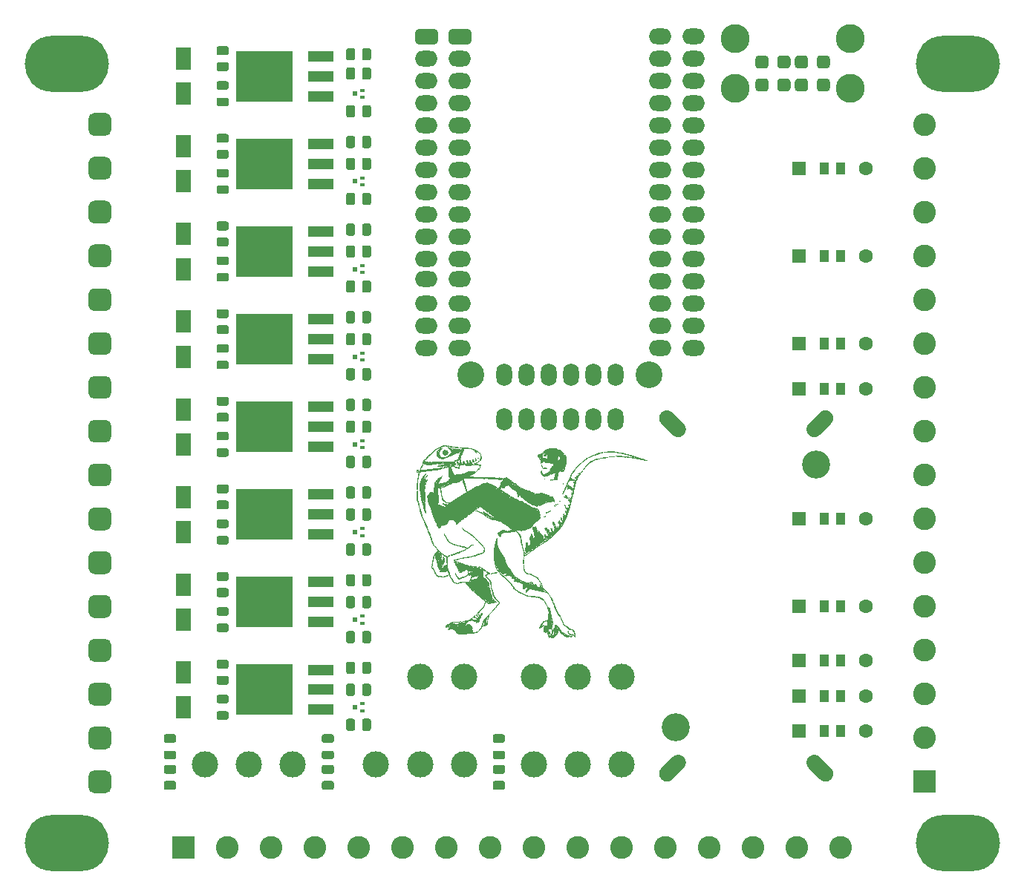
<source format=gbr>
%TF.GenerationSoftware,KiCad,Pcbnew,5.1.12-84ad8e8a86~92~ubuntu20.04.1*%
%TF.CreationDate,2021-12-20T15:55:19+05:30*%
%TF.ProjectId,veloce,76656c6f-6365-42e6-9b69-6361645f7063,v2*%
%TF.SameCoordinates,Original*%
%TF.FileFunction,Soldermask,Top*%
%TF.FilePolarity,Negative*%
%FSLAX46Y46*%
G04 Gerber Fmt 4.6, Leading zero omitted, Abs format (unit mm)*
G04 Created by KiCad (PCBNEW 5.1.12-84ad8e8a86~92~ubuntu20.04.1) date 2021-12-20 15:55:19*
%MOMM*%
%LPD*%
G01*
G04 APERTURE LIST*
%ADD10C,0.010000*%
%ADD11R,1.800000X2.500000*%
%ADD12R,0.500000X0.400000*%
%ADD13R,0.500000X0.500000*%
%ADD14C,0.800000*%
%ADD15R,6.500000X5.800000*%
%ADD16R,2.850000X1.250000*%
%ADD17O,1.800000X2.600000*%
%ADD18O,2.600000X1.800000*%
%ADD19C,3.048000*%
%ADD20C,3.200000*%
%ADD21O,9.600000X6.400000*%
%ADD22C,3.000000*%
%ADD23C,2.600000*%
%ADD24R,2.600000X2.600000*%
%ADD25C,1.600000*%
%ADD26R,1.000000X1.450000*%
%ADD27R,1.600000X1.600000*%
%ADD28C,3.300000*%
G04 APERTURE END LIST*
D10*
%TO.C,G4*%
G36*
X104146237Y-120879798D02*
G01*
X104167016Y-120907798D01*
X104206629Y-120980052D01*
X104209919Y-121019246D01*
X104178348Y-121005960D01*
X104146340Y-120959758D01*
X104108695Y-120875999D01*
X104109701Y-120846732D01*
X104146237Y-120879798D01*
G37*
X104146237Y-120879798D02*
X104167016Y-120907798D01*
X104206629Y-120980052D01*
X104209919Y-121019246D01*
X104178348Y-121005960D01*
X104146340Y-120959758D01*
X104108695Y-120875999D01*
X104109701Y-120846732D01*
X104146237Y-120879798D01*
G36*
X104932355Y-119581769D02*
G01*
X104935668Y-119614296D01*
X104956536Y-119673214D01*
X104978904Y-119683750D01*
X105002415Y-119708151D01*
X104996006Y-119724084D01*
X104949494Y-119747650D01*
X104935808Y-119742622D01*
X104926823Y-119756744D01*
X104952259Y-119820386D01*
X104956363Y-119828425D01*
X104988740Y-119916428D01*
X104987864Y-119975383D01*
X104994224Y-119997821D01*
X105027548Y-119990177D01*
X105110445Y-119989043D01*
X105208171Y-120025245D01*
X105290955Y-120082711D01*
X105329027Y-120145371D01*
X105329146Y-120152984D01*
X105323039Y-120196653D01*
X105310128Y-120164150D01*
X105306392Y-120150078D01*
X105267191Y-120093889D01*
X105213011Y-120084233D01*
X105177196Y-120123031D01*
X105175000Y-120142498D01*
X105194941Y-120183080D01*
X105216278Y-120178860D01*
X105241658Y-120188720D01*
X105236121Y-120255893D01*
X105211766Y-120373147D01*
X105196409Y-120447734D01*
X105160913Y-120516642D01*
X105082759Y-120620757D01*
X104976909Y-120740696D01*
X104943675Y-120775156D01*
X104824938Y-120892539D01*
X104739721Y-120963387D01*
X104667573Y-120999368D01*
X104588043Y-121012151D01*
X104525869Y-121013544D01*
X104418772Y-121005995D01*
X104354943Y-120986535D01*
X104346743Y-120973856D01*
X104349033Y-120862791D01*
X104321618Y-120819380D01*
X104262187Y-120834687D01*
X104196876Y-120856258D01*
X104182812Y-120836083D01*
X104185151Y-120811345D01*
X104203344Y-120796210D01*
X104254154Y-120787277D01*
X104354343Y-120781146D01*
X104478557Y-120776081D01*
X104612213Y-120763708D01*
X104702909Y-120741311D01*
X104729993Y-120721112D01*
X104769138Y-120694416D01*
X104785766Y-120700504D01*
X104808783Y-120692673D01*
X104797968Y-120636250D01*
X104787763Y-120573856D01*
X104813560Y-120574090D01*
X104852373Y-120632096D01*
X104834733Y-120703268D01*
X104776111Y-120767197D01*
X104691980Y-120803475D01*
X104639218Y-120804063D01*
X104584328Y-120798265D01*
X104593052Y-120817178D01*
X104636882Y-120852944D01*
X104680820Y-120892596D01*
X104669479Y-120909870D01*
X104592012Y-120914000D01*
X104565086Y-120914062D01*
X104470778Y-120905086D01*
X104438299Y-120881126D01*
X104440781Y-120874375D01*
X104435779Y-120837886D01*
X104419972Y-120834687D01*
X104388336Y-120863159D01*
X104390932Y-120884296D01*
X104437523Y-120919901D01*
X104531396Y-120943912D01*
X104552408Y-120946189D01*
X104628505Y-120947075D01*
X104694168Y-120927682D01*
X104767368Y-120877093D01*
X104866078Y-120784392D01*
X104936294Y-120713002D01*
X105061812Y-120577414D01*
X105136447Y-120472471D01*
X105168840Y-120376307D01*
X105167631Y-120267054D01*
X105151085Y-120169412D01*
X105119236Y-120082454D01*
X105060204Y-120055079D01*
X105038337Y-120055311D01*
X104972347Y-120077547D01*
X104967823Y-120130852D01*
X105002070Y-120206091D01*
X105038248Y-120217966D01*
X105059335Y-120162494D01*
X105059989Y-120152420D01*
X105066406Y-120104039D01*
X105082395Y-120123685D01*
X105105754Y-120190939D01*
X105127117Y-120313842D01*
X105096692Y-120415974D01*
X105037577Y-120484712D01*
X104982669Y-120480829D01*
X104943527Y-120410735D01*
X104938151Y-120371666D01*
X104977170Y-120371666D01*
X104997303Y-120422813D01*
X105039778Y-120420864D01*
X105075700Y-120373346D01*
X105081663Y-120344448D01*
X105083928Y-120298682D01*
X105071888Y-120329792D01*
X105067722Y-120343576D01*
X105045029Y-120386492D01*
X105012965Y-120354476D01*
X105012838Y-120354276D01*
X104985004Y-120324908D01*
X104977192Y-120369483D01*
X104977170Y-120371666D01*
X104938151Y-120371666D01*
X104931650Y-120324425D01*
X104926425Y-120179843D01*
X104899938Y-120318750D01*
X104873451Y-120457656D01*
X104841389Y-120323714D01*
X104828824Y-120216602D01*
X104849615Y-120164873D01*
X104877555Y-120119865D01*
X104905834Y-120035853D01*
X104927504Y-119942163D01*
X104935614Y-119868119D01*
X104926016Y-119842500D01*
X104900597Y-119877310D01*
X104866160Y-119965568D01*
X104829875Y-120083016D01*
X104798913Y-120205396D01*
X104780448Y-120308449D01*
X104778125Y-120342743D01*
X104772965Y-120421418D01*
X104760762Y-120430979D01*
X104746428Y-120380783D01*
X104734874Y-120280185D01*
X104733484Y-120257722D01*
X104717470Y-120140718D01*
X104688852Y-120052147D01*
X104682064Y-120040937D01*
X104658053Y-120002382D01*
X104686065Y-120018248D01*
X104705138Y-120032942D01*
X104757149Y-120061064D01*
X104792930Y-120040367D01*
X104819990Y-119960157D01*
X104841515Y-119838714D01*
X104864865Y-119718767D01*
X104891687Y-119626669D01*
X104916132Y-119576358D01*
X104932355Y-119581769D01*
G37*
X104932355Y-119581769D02*
X104935668Y-119614296D01*
X104956536Y-119673214D01*
X104978904Y-119683750D01*
X105002415Y-119708151D01*
X104996006Y-119724084D01*
X104949494Y-119747650D01*
X104935808Y-119742622D01*
X104926823Y-119756744D01*
X104952259Y-119820386D01*
X104956363Y-119828425D01*
X104988740Y-119916428D01*
X104987864Y-119975383D01*
X104994224Y-119997821D01*
X105027548Y-119990177D01*
X105110445Y-119989043D01*
X105208171Y-120025245D01*
X105290955Y-120082711D01*
X105329027Y-120145371D01*
X105329146Y-120152984D01*
X105323039Y-120196653D01*
X105310128Y-120164150D01*
X105306392Y-120150078D01*
X105267191Y-120093889D01*
X105213011Y-120084233D01*
X105177196Y-120123031D01*
X105175000Y-120142498D01*
X105194941Y-120183080D01*
X105216278Y-120178860D01*
X105241658Y-120188720D01*
X105236121Y-120255893D01*
X105211766Y-120373147D01*
X105196409Y-120447734D01*
X105160913Y-120516642D01*
X105082759Y-120620757D01*
X104976909Y-120740696D01*
X104943675Y-120775156D01*
X104824938Y-120892539D01*
X104739721Y-120963387D01*
X104667573Y-120999368D01*
X104588043Y-121012151D01*
X104525869Y-121013544D01*
X104418772Y-121005995D01*
X104354943Y-120986535D01*
X104346743Y-120973856D01*
X104349033Y-120862791D01*
X104321618Y-120819380D01*
X104262187Y-120834687D01*
X104196876Y-120856258D01*
X104182812Y-120836083D01*
X104185151Y-120811345D01*
X104203344Y-120796210D01*
X104254154Y-120787277D01*
X104354343Y-120781146D01*
X104478557Y-120776081D01*
X104612213Y-120763708D01*
X104702909Y-120741311D01*
X104729993Y-120721112D01*
X104769138Y-120694416D01*
X104785766Y-120700504D01*
X104808783Y-120692673D01*
X104797968Y-120636250D01*
X104787763Y-120573856D01*
X104813560Y-120574090D01*
X104852373Y-120632096D01*
X104834733Y-120703268D01*
X104776111Y-120767197D01*
X104691980Y-120803475D01*
X104639218Y-120804063D01*
X104584328Y-120798265D01*
X104593052Y-120817178D01*
X104636882Y-120852944D01*
X104680820Y-120892596D01*
X104669479Y-120909870D01*
X104592012Y-120914000D01*
X104565086Y-120914062D01*
X104470778Y-120905086D01*
X104438299Y-120881126D01*
X104440781Y-120874375D01*
X104435779Y-120837886D01*
X104419972Y-120834687D01*
X104388336Y-120863159D01*
X104390932Y-120884296D01*
X104437523Y-120919901D01*
X104531396Y-120943912D01*
X104552408Y-120946189D01*
X104628505Y-120947075D01*
X104694168Y-120927682D01*
X104767368Y-120877093D01*
X104866078Y-120784392D01*
X104936294Y-120713002D01*
X105061812Y-120577414D01*
X105136447Y-120472471D01*
X105168840Y-120376307D01*
X105167631Y-120267054D01*
X105151085Y-120169412D01*
X105119236Y-120082454D01*
X105060204Y-120055079D01*
X105038337Y-120055311D01*
X104972347Y-120077547D01*
X104967823Y-120130852D01*
X105002070Y-120206091D01*
X105038248Y-120217966D01*
X105059335Y-120162494D01*
X105059989Y-120152420D01*
X105066406Y-120104039D01*
X105082395Y-120123685D01*
X105105754Y-120190939D01*
X105127117Y-120313842D01*
X105096692Y-120415974D01*
X105037577Y-120484712D01*
X104982669Y-120480829D01*
X104943527Y-120410735D01*
X104938151Y-120371666D01*
X104977170Y-120371666D01*
X104997303Y-120422813D01*
X105039778Y-120420864D01*
X105075700Y-120373346D01*
X105081663Y-120344448D01*
X105083928Y-120298682D01*
X105071888Y-120329792D01*
X105067722Y-120343576D01*
X105045029Y-120386492D01*
X105012965Y-120354476D01*
X105012838Y-120354276D01*
X104985004Y-120324908D01*
X104977192Y-120369483D01*
X104977170Y-120371666D01*
X104938151Y-120371666D01*
X104931650Y-120324425D01*
X104926425Y-120179843D01*
X104899938Y-120318750D01*
X104873451Y-120457656D01*
X104841389Y-120323714D01*
X104828824Y-120216602D01*
X104849615Y-120164873D01*
X104877555Y-120119865D01*
X104905834Y-120035853D01*
X104927504Y-119942163D01*
X104935614Y-119868119D01*
X104926016Y-119842500D01*
X104900597Y-119877310D01*
X104866160Y-119965568D01*
X104829875Y-120083016D01*
X104798913Y-120205396D01*
X104780448Y-120308449D01*
X104778125Y-120342743D01*
X104772965Y-120421418D01*
X104760762Y-120430979D01*
X104746428Y-120380783D01*
X104734874Y-120280185D01*
X104733484Y-120257722D01*
X104717470Y-120140718D01*
X104688852Y-120052147D01*
X104682064Y-120040937D01*
X104658053Y-120002382D01*
X104686065Y-120018248D01*
X104705138Y-120032942D01*
X104757149Y-120061064D01*
X104792930Y-120040367D01*
X104819990Y-119960157D01*
X104841515Y-119838714D01*
X104864865Y-119718767D01*
X104891687Y-119626669D01*
X104916132Y-119576358D01*
X104932355Y-119581769D01*
G36*
X104288645Y-120887604D02*
G01*
X104293395Y-120934703D01*
X104288645Y-120940520D01*
X104265051Y-120935072D01*
X104262187Y-120914062D01*
X104276708Y-120881395D01*
X104288645Y-120887604D01*
G37*
X104288645Y-120887604D02*
X104293395Y-120934703D01*
X104288645Y-120940520D01*
X104265051Y-120935072D01*
X104262187Y-120914062D01*
X104276708Y-120881395D01*
X104288645Y-120887604D01*
G36*
X105800078Y-120565614D02*
G01*
X105902110Y-120626980D01*
X105929670Y-120694560D01*
X105939624Y-120743610D01*
X105960483Y-120727641D01*
X106013654Y-120702071D01*
X106049172Y-120717112D01*
X106081254Y-120746013D01*
X106040738Y-120755520D01*
X106028281Y-120755911D01*
X105972884Y-120760610D01*
X105989565Y-120780818D01*
X106023085Y-120800823D01*
X106095821Y-120821779D01*
X106122304Y-120806643D01*
X106206132Y-120747497D01*
X106330811Y-120751391D01*
X106451141Y-120798133D01*
X106542892Y-120849810D01*
X106592205Y-120887309D01*
X106594966Y-120896387D01*
X106553152Y-120890096D01*
X106466939Y-120854992D01*
X106422671Y-120833420D01*
X106321553Y-120791495D01*
X106261431Y-120786198D01*
X106253399Y-120794333D01*
X106207733Y-120829859D01*
X106175786Y-120834687D01*
X106134041Y-120843611D01*
X106161037Y-120881282D01*
X106164210Y-120884296D01*
X106211309Y-120914004D01*
X106234986Y-120884296D01*
X106281443Y-120837891D01*
X106353539Y-120861296D01*
X106387178Y-120890258D01*
X106407975Y-120931961D01*
X106371225Y-120948551D01*
X106293713Y-120942755D01*
X106192227Y-120917295D01*
X106083552Y-120874897D01*
X105997122Y-120826952D01*
X105910389Y-120764595D01*
X105867233Y-120723609D01*
X105869531Y-120714367D01*
X105868135Y-120691913D01*
X105816629Y-120637682D01*
X105790156Y-120615017D01*
X105671093Y-120517264D01*
X105800078Y-120565614D01*
G37*
X105800078Y-120565614D02*
X105902110Y-120626980D01*
X105929670Y-120694560D01*
X105939624Y-120743610D01*
X105960483Y-120727641D01*
X106013654Y-120702071D01*
X106049172Y-120717112D01*
X106081254Y-120746013D01*
X106040738Y-120755520D01*
X106028281Y-120755911D01*
X105972884Y-120760610D01*
X105989565Y-120780818D01*
X106023085Y-120800823D01*
X106095821Y-120821779D01*
X106122304Y-120806643D01*
X106206132Y-120747497D01*
X106330811Y-120751391D01*
X106451141Y-120798133D01*
X106542892Y-120849810D01*
X106592205Y-120887309D01*
X106594966Y-120896387D01*
X106553152Y-120890096D01*
X106466939Y-120854992D01*
X106422671Y-120833420D01*
X106321553Y-120791495D01*
X106261431Y-120786198D01*
X106253399Y-120794333D01*
X106207733Y-120829859D01*
X106175786Y-120834687D01*
X106134041Y-120843611D01*
X106161037Y-120881282D01*
X106164210Y-120884296D01*
X106211309Y-120914004D01*
X106234986Y-120884296D01*
X106281443Y-120837891D01*
X106353539Y-120861296D01*
X106387178Y-120890258D01*
X106407975Y-120931961D01*
X106371225Y-120948551D01*
X106293713Y-120942755D01*
X106192227Y-120917295D01*
X106083552Y-120874897D01*
X105997122Y-120826952D01*
X105910389Y-120764595D01*
X105867233Y-120723609D01*
X105869531Y-120714367D01*
X105868135Y-120691913D01*
X105816629Y-120637682D01*
X105790156Y-120615017D01*
X105671093Y-120517264D01*
X105800078Y-120565614D01*
G36*
X106864633Y-120732609D02*
G01*
X106836716Y-120801558D01*
X106790208Y-120870198D01*
X106727314Y-120920606D01*
X106670858Y-120939931D01*
X106643669Y-120915328D01*
X106643437Y-120910346D01*
X106675282Y-120877683D01*
X106698127Y-120874375D01*
X106759903Y-120844807D01*
X106816870Y-120785078D01*
X106860577Y-120725959D01*
X106864633Y-120732609D01*
G37*
X106864633Y-120732609D02*
X106836716Y-120801558D01*
X106790208Y-120870198D01*
X106727314Y-120920606D01*
X106670858Y-120939931D01*
X106643669Y-120915328D01*
X106643437Y-120910346D01*
X106675282Y-120877683D01*
X106698127Y-120874375D01*
X106759903Y-120844807D01*
X106816870Y-120785078D01*
X106860577Y-120725959D01*
X106864633Y-120732609D01*
G36*
X106870359Y-120111060D02*
G01*
X106952220Y-120185385D01*
X107027723Y-120278128D01*
X107074391Y-120363817D01*
X107080000Y-120392729D01*
X107098841Y-120470851D01*
X107122430Y-120499039D01*
X107147686Y-120552347D01*
X107155399Y-120650001D01*
X107154327Y-120671159D01*
X107154986Y-120780860D01*
X107170385Y-120858998D01*
X107173770Y-120865559D01*
X107186742Y-120907962D01*
X107148658Y-120902352D01*
X107069115Y-120851915D01*
X107022019Y-120815172D01*
X106952390Y-120748822D01*
X106924928Y-120702890D01*
X106927067Y-120696578D01*
X106966509Y-120703641D01*
X106999829Y-120734509D01*
X107064413Y-120789715D01*
X107104466Y-120778134D01*
X107117808Y-120709140D01*
X107102260Y-120592109D01*
X107063793Y-120459241D01*
X106995274Y-120325630D01*
X106899178Y-120204526D01*
X106885171Y-120191350D01*
X106819187Y-120124476D01*
X106797444Y-120085078D01*
X106804614Y-120080625D01*
X106870359Y-120111060D01*
G37*
X106870359Y-120111060D02*
X106952220Y-120185385D01*
X107027723Y-120278128D01*
X107074391Y-120363817D01*
X107080000Y-120392729D01*
X107098841Y-120470851D01*
X107122430Y-120499039D01*
X107147686Y-120552347D01*
X107155399Y-120650001D01*
X107154327Y-120671159D01*
X107154986Y-120780860D01*
X107170385Y-120858998D01*
X107173770Y-120865559D01*
X107186742Y-120907962D01*
X107148658Y-120902352D01*
X107069115Y-120851915D01*
X107022019Y-120815172D01*
X106952390Y-120748822D01*
X106924928Y-120702890D01*
X106927067Y-120696578D01*
X106966509Y-120703641D01*
X106999829Y-120734509D01*
X107064413Y-120789715D01*
X107104466Y-120778134D01*
X107117808Y-120709140D01*
X107102260Y-120592109D01*
X107063793Y-120459241D01*
X106995274Y-120325630D01*
X106899178Y-120204526D01*
X106885171Y-120191350D01*
X106819187Y-120124476D01*
X106797444Y-120085078D01*
X106804614Y-120080625D01*
X106870359Y-120111060D01*
G36*
X104090826Y-120501318D02*
G01*
X104085688Y-120513797D01*
X104091396Y-120557454D01*
X104102486Y-120563407D01*
X104121769Y-120609547D01*
X104102892Y-120695781D01*
X104076633Y-120773828D01*
X104069876Y-120778183D01*
X104077659Y-120710666D01*
X104078430Y-120704755D01*
X104077966Y-120617577D01*
X104058427Y-120573429D01*
X104025621Y-120526001D01*
X104042473Y-120483802D01*
X104066092Y-120477500D01*
X104090826Y-120501318D01*
G37*
X104090826Y-120501318D02*
X104085688Y-120513797D01*
X104091396Y-120557454D01*
X104102486Y-120563407D01*
X104121769Y-120609547D01*
X104102892Y-120695781D01*
X104076633Y-120773828D01*
X104069876Y-120778183D01*
X104077659Y-120710666D01*
X104078430Y-120704755D01*
X104077966Y-120617577D01*
X104058427Y-120573429D01*
X104025621Y-120526001D01*
X104042473Y-120483802D01*
X104066092Y-120477500D01*
X104090826Y-120501318D01*
G36*
X105810000Y-120695781D02*
G01*
X105790156Y-120715625D01*
X105770312Y-120695781D01*
X105790156Y-120675937D01*
X105810000Y-120695781D01*
G37*
X105810000Y-120695781D02*
X105790156Y-120715625D01*
X105770312Y-120695781D01*
X105790156Y-120675937D01*
X105810000Y-120695781D01*
G36*
X105006036Y-119578645D02*
G01*
X105042937Y-119597626D01*
X105133805Y-119665939D01*
X105220227Y-119761310D01*
X105279987Y-119856335D01*
X105294062Y-119907383D01*
X105315778Y-119956689D01*
X105331075Y-119961562D01*
X105370487Y-119994534D01*
X105395727Y-120048644D01*
X105448232Y-120148582D01*
X105489568Y-120197472D01*
X105521286Y-120231475D01*
X105503333Y-120223797D01*
X105446914Y-120203072D01*
X105431050Y-120208220D01*
X105438279Y-120244933D01*
X105491328Y-120291906D01*
X105562737Y-120328889D01*
X105607019Y-120337995D01*
X105657212Y-120362818D01*
X105661171Y-120388203D01*
X105684780Y-120429478D01*
X105722542Y-120437812D01*
X105779045Y-120454286D01*
X105868086Y-120496473D01*
X105971635Y-120553524D01*
X106071664Y-120614587D01*
X106150143Y-120668812D01*
X106189043Y-120705348D01*
X106182461Y-120714609D01*
X106122886Y-120692591D01*
X106039438Y-120637909D01*
X106035456Y-120634803D01*
X105926698Y-120566252D01*
X105796971Y-120505753D01*
X105782057Y-120500229D01*
X105689177Y-120459003D01*
X105640363Y-120421388D01*
X105638003Y-120412378D01*
X105609002Y-120385756D01*
X105538785Y-120373000D01*
X105468144Y-120371727D01*
X105471579Y-120384288D01*
X105517737Y-120406810D01*
X105598959Y-120472473D01*
X105647806Y-120545322D01*
X105669863Y-120599896D01*
X105659142Y-120606581D01*
X105606254Y-120562350D01*
X105556490Y-120515884D01*
X105468790Y-120415379D01*
X105440512Y-120339036D01*
X105443233Y-120326154D01*
X105443998Y-120283025D01*
X105408666Y-120287510D01*
X105370518Y-120285958D01*
X105361612Y-120229548D01*
X105366071Y-120178416D01*
X105366157Y-120082229D01*
X105323867Y-120022577D01*
X105258357Y-119983465D01*
X105163345Y-119910754D01*
X105135312Y-119821637D01*
X105132272Y-119806119D01*
X105176206Y-119806119D01*
X105190606Y-119875664D01*
X105223865Y-119911384D01*
X105244783Y-119905007D01*
X105241224Y-119862036D01*
X105219532Y-119815711D01*
X105187066Y-119769959D01*
X105176643Y-119793665D01*
X105176206Y-119806119D01*
X105132272Y-119806119D01*
X105120795Y-119747554D01*
X105093282Y-119723437D01*
X105069579Y-119747751D01*
X105075781Y-119763125D01*
X105070258Y-119799589D01*
X105054033Y-119802812D01*
X105026066Y-119773888D01*
X105032532Y-119738250D01*
X105030368Y-119656361D01*
X105007012Y-119612690D01*
X104978878Y-119572712D01*
X105006036Y-119578645D01*
G37*
X105006036Y-119578645D02*
X105042937Y-119597626D01*
X105133805Y-119665939D01*
X105220227Y-119761310D01*
X105279987Y-119856335D01*
X105294062Y-119907383D01*
X105315778Y-119956689D01*
X105331075Y-119961562D01*
X105370487Y-119994534D01*
X105395727Y-120048644D01*
X105448232Y-120148582D01*
X105489568Y-120197472D01*
X105521286Y-120231475D01*
X105503333Y-120223797D01*
X105446914Y-120203072D01*
X105431050Y-120208220D01*
X105438279Y-120244933D01*
X105491328Y-120291906D01*
X105562737Y-120328889D01*
X105607019Y-120337995D01*
X105657212Y-120362818D01*
X105661171Y-120388203D01*
X105684780Y-120429478D01*
X105722542Y-120437812D01*
X105779045Y-120454286D01*
X105868086Y-120496473D01*
X105971635Y-120553524D01*
X106071664Y-120614587D01*
X106150143Y-120668812D01*
X106189043Y-120705348D01*
X106182461Y-120714609D01*
X106122886Y-120692591D01*
X106039438Y-120637909D01*
X106035456Y-120634803D01*
X105926698Y-120566252D01*
X105796971Y-120505753D01*
X105782057Y-120500229D01*
X105689177Y-120459003D01*
X105640363Y-120421388D01*
X105638003Y-120412378D01*
X105609002Y-120385756D01*
X105538785Y-120373000D01*
X105468144Y-120371727D01*
X105471579Y-120384288D01*
X105517737Y-120406810D01*
X105598959Y-120472473D01*
X105647806Y-120545322D01*
X105669863Y-120599896D01*
X105659142Y-120606581D01*
X105606254Y-120562350D01*
X105556490Y-120515884D01*
X105468790Y-120415379D01*
X105440512Y-120339036D01*
X105443233Y-120326154D01*
X105443998Y-120283025D01*
X105408666Y-120287510D01*
X105370518Y-120285958D01*
X105361612Y-120229548D01*
X105366071Y-120178416D01*
X105366157Y-120082229D01*
X105323867Y-120022577D01*
X105258357Y-119983465D01*
X105163345Y-119910754D01*
X105135312Y-119821637D01*
X105132272Y-119806119D01*
X105176206Y-119806119D01*
X105190606Y-119875664D01*
X105223865Y-119911384D01*
X105244783Y-119905007D01*
X105241224Y-119862036D01*
X105219532Y-119815711D01*
X105187066Y-119769959D01*
X105176643Y-119793665D01*
X105176206Y-119806119D01*
X105132272Y-119806119D01*
X105120795Y-119747554D01*
X105093282Y-119723437D01*
X105069579Y-119747751D01*
X105075781Y-119763125D01*
X105070258Y-119799589D01*
X105054033Y-119802812D01*
X105026066Y-119773888D01*
X105032532Y-119738250D01*
X105030368Y-119656361D01*
X105007012Y-119612690D01*
X104978878Y-119572712D01*
X105006036Y-119578645D01*
G36*
X104323977Y-120587993D02*
G01*
X104399101Y-120610189D01*
X104443709Y-120640988D01*
X104455638Y-120670233D01*
X104453045Y-120669991D01*
X104409251Y-120660369D01*
X104331640Y-120647511D01*
X104252451Y-120625621D01*
X104222500Y-120599429D01*
X104253616Y-120582247D01*
X104323977Y-120587993D01*
G37*
X104323977Y-120587993D02*
X104399101Y-120610189D01*
X104443709Y-120640988D01*
X104455638Y-120670233D01*
X104453045Y-120669991D01*
X104409251Y-120660369D01*
X104331640Y-120647511D01*
X104252451Y-120625621D01*
X104222500Y-120599429D01*
X104253616Y-120582247D01*
X104323977Y-120587993D01*
G36*
X104562171Y-120076486D02*
G01*
X104581877Y-120167798D01*
X104591152Y-120291872D01*
X104589690Y-120425706D01*
X104577190Y-120546300D01*
X104553346Y-120630651D01*
X104540366Y-120649282D01*
X104509787Y-120668525D01*
X104514701Y-120626925D01*
X104524244Y-120596562D01*
X104556125Y-120396083D01*
X104530173Y-120169921D01*
X104519282Y-120083245D01*
X104529460Y-120041587D01*
X104532336Y-120040937D01*
X104562171Y-120076486D01*
G37*
X104562171Y-120076486D02*
X104581877Y-120167798D01*
X104591152Y-120291872D01*
X104589690Y-120425706D01*
X104577190Y-120546300D01*
X104553346Y-120630651D01*
X104540366Y-120649282D01*
X104509787Y-120668525D01*
X104514701Y-120626925D01*
X104524244Y-120596562D01*
X104556125Y-120396083D01*
X104530173Y-120169921D01*
X104519282Y-120083245D01*
X104529460Y-120041587D01*
X104532336Y-120040937D01*
X104562171Y-120076486D01*
G36*
X104901948Y-120509955D02*
G01*
X104933655Y-120586138D01*
X104923908Y-120644862D01*
X104906065Y-120662975D01*
X104900320Y-120628300D01*
X104866279Y-120553606D01*
X104827734Y-120520366D01*
X104779758Y-120488613D01*
X104801832Y-120479485D01*
X104828979Y-120478706D01*
X104901948Y-120509955D01*
G37*
X104901948Y-120509955D02*
X104933655Y-120586138D01*
X104923908Y-120644862D01*
X104906065Y-120662975D01*
X104900320Y-120628300D01*
X104866279Y-120553606D01*
X104827734Y-120520366D01*
X104779758Y-120488613D01*
X104801832Y-120479485D01*
X104828979Y-120478706D01*
X104901948Y-120509955D01*
G36*
X106450786Y-120521344D02*
G01*
X106469836Y-120538182D01*
X106548856Y-120595620D01*
X106608492Y-120612035D01*
X106614875Y-120609530D01*
X106636596Y-120609929D01*
X106627383Y-120630117D01*
X106605479Y-120663646D01*
X106580569Y-120667833D01*
X106526980Y-120638647D01*
X106474765Y-120606157D01*
X106399035Y-120545563D01*
X106365699Y-120491888D01*
X106365625Y-120490046D01*
X106390092Y-120481622D01*
X106450786Y-120521344D01*
G37*
X106450786Y-120521344D02*
X106469836Y-120538182D01*
X106548856Y-120595620D01*
X106608492Y-120612035D01*
X106614875Y-120609530D01*
X106636596Y-120609929D01*
X106627383Y-120630117D01*
X106605479Y-120663646D01*
X106580569Y-120667833D01*
X106526980Y-120638647D01*
X106474765Y-120606157D01*
X106399035Y-120545563D01*
X106365699Y-120491888D01*
X106365625Y-120490046D01*
X106390092Y-120481622D01*
X106450786Y-120521344D01*
G36*
X106828645Y-120649479D02*
G01*
X106823197Y-120673073D01*
X106802187Y-120675937D01*
X106769520Y-120661416D01*
X106775729Y-120649479D01*
X106822828Y-120644729D01*
X106828645Y-120649479D01*
G37*
X106828645Y-120649479D02*
X106823197Y-120673073D01*
X106802187Y-120675937D01*
X106769520Y-120661416D01*
X106775729Y-120649479D01*
X106822828Y-120644729D01*
X106828645Y-120649479D01*
G36*
X94533877Y-119317011D02*
G01*
X94577811Y-119337189D01*
X94578435Y-119340730D01*
X94607853Y-119358410D01*
X94640030Y-119351106D01*
X94680998Y-119348333D01*
X94677375Y-119366704D01*
X94676005Y-119403155D01*
X94686653Y-119405937D01*
X94714246Y-119439102D01*
X94720178Y-119482398D01*
X94708624Y-119537211D01*
X94692385Y-119541682D01*
X94660284Y-119561358D01*
X94621744Y-119632718D01*
X94621277Y-119633893D01*
X94586350Y-119722098D01*
X94619992Y-119749470D01*
X94653324Y-119756675D01*
X94739483Y-119747310D01*
X94781700Y-119716987D01*
X94810385Y-119692194D01*
X94815954Y-119706901D01*
X94847190Y-119742639D01*
X94915991Y-119746185D01*
X94987188Y-119717131D01*
X94996913Y-119709002D01*
X95024706Y-119641169D01*
X95023218Y-119576710D01*
X95022903Y-119574455D01*
X95062719Y-119574455D01*
X95094083Y-119595483D01*
X95114218Y-119604375D01*
X95156251Y-119631254D01*
X95141642Y-119641273D01*
X95107570Y-119664292D01*
X95112123Y-119680360D01*
X95103779Y-119724725D01*
X95084700Y-119736758D01*
X95077679Y-119752890D01*
X95124140Y-119759991D01*
X95193878Y-119779905D01*
X95213437Y-119809427D01*
X95230443Y-119830925D01*
X95243203Y-119819810D01*
X95296073Y-119766599D01*
X95302791Y-119761209D01*
X95303817Y-119720547D01*
X95259162Y-119660626D01*
X95191168Y-119603087D01*
X95122181Y-119569568D01*
X95102750Y-119567476D01*
X95062719Y-119574455D01*
X95022903Y-119574455D01*
X95014154Y-119511977D01*
X95032982Y-119490242D01*
X95098032Y-119504953D01*
X95162357Y-119526975D01*
X95250062Y-119579151D01*
X95318852Y-119655892D01*
X95352172Y-119733358D01*
X95339766Y-119782451D01*
X95320516Y-119838060D01*
X95312656Y-119931549D01*
X95298198Y-120022254D01*
X95263397Y-120070198D01*
X95263046Y-120070320D01*
X95218257Y-120059696D01*
X95213437Y-120041902D01*
X95237556Y-120015126D01*
X95253125Y-120021093D01*
X95287101Y-120012096D01*
X95292812Y-119983748D01*
X95274275Y-119929415D01*
X95257371Y-119921875D01*
X95211198Y-119953973D01*
X95193317Y-120025126D01*
X95211844Y-120097621D01*
X95217811Y-120105738D01*
X95260208Y-120135997D01*
X95308604Y-120106747D01*
X95332597Y-120080512D01*
X95383115Y-120027113D01*
X95400170Y-120040007D01*
X95401953Y-120103501D01*
X95425493Y-120206328D01*
X95482578Y-120315380D01*
X95486819Y-120321245D01*
X95571686Y-120436033D01*
X95481858Y-120456594D01*
X95397104Y-120468786D01*
X95262711Y-120480689D01*
X95114218Y-120489398D01*
X94836406Y-120501641D01*
X95137676Y-120509414D01*
X95320294Y-120505515D01*
X95497864Y-120487458D01*
X95623777Y-120461561D01*
X95725092Y-120436121D01*
X95782231Y-120431847D01*
X95787158Y-120440639D01*
X95739724Y-120476562D01*
X95641983Y-120506349D01*
X95488048Y-120530714D01*
X95272032Y-120550373D01*
X94988047Y-120566039D01*
X94657812Y-120577650D01*
X94383872Y-120585200D01*
X94177357Y-120589488D01*
X94026351Y-120589663D01*
X93918941Y-120584874D01*
X93843212Y-120574268D01*
X93787249Y-120556996D01*
X93739139Y-120532206D01*
X93702982Y-120509423D01*
X93611511Y-120440174D01*
X93593540Y-120407786D01*
X93625346Y-120407786D01*
X93754626Y-120480052D01*
X93823612Y-120511362D01*
X93908089Y-120531814D01*
X94024638Y-120543157D01*
X94189837Y-120547142D01*
X94380000Y-120546063D01*
X94876093Y-120539806D01*
X94400488Y-120527157D01*
X94213268Y-120519915D01*
X94055596Y-120509564D01*
X93944109Y-120497486D01*
X93895506Y-120485131D01*
X93911386Y-120470472D01*
X93985948Y-120468163D01*
X94028494Y-120471239D01*
X94123653Y-120474794D01*
X94280280Y-120474494D01*
X94480578Y-120470630D01*
X94706748Y-120463493D01*
X94842799Y-120457966D01*
X95494741Y-120429208D01*
X95437966Y-120342559D01*
X95385504Y-120244041D01*
X95361449Y-120178189D01*
X95346692Y-120136207D01*
X95339059Y-120168026D01*
X95337103Y-120201671D01*
X95351998Y-120299890D01*
X95382109Y-120355460D01*
X95410255Y-120393790D01*
X95375053Y-120390888D01*
X95372187Y-120390029D01*
X95309143Y-120342795D01*
X95268005Y-120283235D01*
X95223354Y-120194458D01*
X95198729Y-120292574D01*
X95182521Y-120338518D01*
X95151112Y-120369069D01*
X95088682Y-120389208D01*
X94979413Y-120403917D01*
X94807486Y-120418175D01*
X94797446Y-120418930D01*
X94575784Y-120429806D01*
X94321362Y-120433630D01*
X94080523Y-120429889D01*
X94023067Y-120427477D01*
X93625346Y-120407786D01*
X93593540Y-120407786D01*
X93572240Y-120369399D01*
X93565663Y-120261534D01*
X93565721Y-120259157D01*
X93562650Y-120156259D01*
X93537804Y-120109136D01*
X93478134Y-120094670D01*
X93472670Y-120094304D01*
X93411789Y-120096763D01*
X93423965Y-120118655D01*
X93431338Y-120123524D01*
X93462711Y-120153405D01*
X93453470Y-120159392D01*
X93401649Y-120138648D01*
X93317450Y-120086815D01*
X93300975Y-120075311D01*
X93227180Y-120013347D01*
X93217683Y-119973140D01*
X93235317Y-119956856D01*
X93237533Y-119936333D01*
X93166818Y-119927168D01*
X93110000Y-119927178D01*
X93007070Y-119930856D01*
X92977124Y-119937873D01*
X93013771Y-119951918D01*
X93050468Y-119961562D01*
X93169531Y-119991858D01*
X93048484Y-119996554D01*
X92946173Y-120014751D01*
X92879812Y-120048875D01*
X92839895Y-120074712D01*
X92832187Y-120051217D01*
X92861410Y-119989481D01*
X92871875Y-119981406D01*
X92910114Y-119926847D01*
X92911562Y-119914673D01*
X92889124Y-119898243D01*
X92852031Y-119921875D01*
X92802716Y-119948439D01*
X92792500Y-119926734D01*
X92805185Y-119893181D01*
X92854329Y-119877260D01*
X92956560Y-119875841D01*
X93040613Y-119880059D01*
X93136742Y-119880063D01*
X93170837Y-119859451D01*
X93165351Y-119826075D01*
X93132826Y-119782968D01*
X93229062Y-119782968D01*
X93248906Y-119802812D01*
X93268750Y-119782968D01*
X93248906Y-119763125D01*
X93229062Y-119782968D01*
X93132826Y-119782968D01*
X93122275Y-119768985D01*
X93077020Y-119780145D01*
X93061217Y-119810253D01*
X93026543Y-119822847D01*
X92960138Y-119772013D01*
X92911619Y-119706108D01*
X92911622Y-119693671D01*
X93672976Y-119693671D01*
X93685893Y-119750096D01*
X93744605Y-119755697D01*
X93832765Y-119709035D01*
X93834296Y-119707878D01*
X93896051Y-119646460D01*
X93883834Y-119613667D01*
X93798374Y-119611274D01*
X93794948Y-119611660D01*
X93704467Y-119645541D01*
X93672976Y-119693671D01*
X92911622Y-119693671D01*
X92911632Y-119663959D01*
X92913010Y-119663011D01*
X92945111Y-119607869D01*
X92946000Y-119601274D01*
X94545046Y-119601274D01*
X94545852Y-119610212D01*
X94567755Y-119706969D01*
X94582562Y-119719016D01*
X94598189Y-119636572D01*
X94599200Y-119549355D01*
X94575763Y-119503503D01*
X94547714Y-119515790D01*
X94545046Y-119601274D01*
X92946000Y-119601274D01*
X92951250Y-119562345D01*
X92920641Y-119503968D01*
X92853538Y-119483123D01*
X92787022Y-119507563D01*
X92772656Y-119525000D01*
X92716614Y-119558474D01*
X92672010Y-119564687D01*
X92596919Y-119595625D01*
X92530070Y-119665144D01*
X92478516Y-119729541D01*
X92444960Y-119746255D01*
X92444404Y-119745758D01*
X92445347Y-119698904D01*
X92488126Y-119629618D01*
X92551486Y-119563634D01*
X92614173Y-119526687D01*
X92626727Y-119525000D01*
X92715845Y-119498343D01*
X92746845Y-119475390D01*
X92825771Y-119431795D01*
X92883767Y-119419583D01*
X92980490Y-119409491D01*
X93106452Y-119392599D01*
X93129843Y-119389091D01*
X93221697Y-119377787D01*
X93242741Y-119384479D01*
X93209218Y-119405820D01*
X93162226Y-119433105D01*
X93183810Y-119435702D01*
X93235107Y-119426608D01*
X93359674Y-119418297D01*
X93476101Y-119435527D01*
X93559622Y-119472107D01*
X93586250Y-119514363D01*
X93609283Y-119553896D01*
X93655703Y-119544785D01*
X93742598Y-119513805D01*
X93854052Y-119479168D01*
X93854140Y-119479142D01*
X93950204Y-119445000D01*
X93979803Y-119421522D01*
X93940544Y-119415922D01*
X94062500Y-119415922D01*
X94100460Y-119437209D01*
X94211407Y-119440569D01*
X94322224Y-119432849D01*
X94465815Y-119422519D01*
X94549627Y-119426923D01*
X94592345Y-119448803D01*
X94607320Y-119474713D01*
X94632637Y-119514270D01*
X94650089Y-119488637D01*
X94636922Y-119425062D01*
X94613040Y-119402432D01*
X94544923Y-119386392D01*
X94428507Y-119381741D01*
X94340312Y-119385792D01*
X94227860Y-119392886D01*
X94189749Y-119389632D01*
X94221529Y-119375302D01*
X94241093Y-119369558D01*
X94311564Y-119346292D01*
X94308484Y-119334622D01*
X94274105Y-119331258D01*
X94160110Y-119341093D01*
X94082336Y-119377594D01*
X94062500Y-119415922D01*
X93940544Y-119415922D01*
X93940277Y-119415884D01*
X93873984Y-119425623D01*
X93828645Y-119429790D01*
X93857550Y-119409959D01*
X93923593Y-119380953D01*
X94027207Y-119350519D01*
X94161200Y-119327609D01*
X94304414Y-119313521D01*
X94435692Y-119309555D01*
X94533877Y-119317011D01*
G37*
X94533877Y-119317011D02*
X94577811Y-119337189D01*
X94578435Y-119340730D01*
X94607853Y-119358410D01*
X94640030Y-119351106D01*
X94680998Y-119348333D01*
X94677375Y-119366704D01*
X94676005Y-119403155D01*
X94686653Y-119405937D01*
X94714246Y-119439102D01*
X94720178Y-119482398D01*
X94708624Y-119537211D01*
X94692385Y-119541682D01*
X94660284Y-119561358D01*
X94621744Y-119632718D01*
X94621277Y-119633893D01*
X94586350Y-119722098D01*
X94619992Y-119749470D01*
X94653324Y-119756675D01*
X94739483Y-119747310D01*
X94781700Y-119716987D01*
X94810385Y-119692194D01*
X94815954Y-119706901D01*
X94847190Y-119742639D01*
X94915991Y-119746185D01*
X94987188Y-119717131D01*
X94996913Y-119709002D01*
X95024706Y-119641169D01*
X95023218Y-119576710D01*
X95022903Y-119574455D01*
X95062719Y-119574455D01*
X95094083Y-119595483D01*
X95114218Y-119604375D01*
X95156251Y-119631254D01*
X95141642Y-119641273D01*
X95107570Y-119664292D01*
X95112123Y-119680360D01*
X95103779Y-119724725D01*
X95084700Y-119736758D01*
X95077679Y-119752890D01*
X95124140Y-119759991D01*
X95193878Y-119779905D01*
X95213437Y-119809427D01*
X95230443Y-119830925D01*
X95243203Y-119819810D01*
X95296073Y-119766599D01*
X95302791Y-119761209D01*
X95303817Y-119720547D01*
X95259162Y-119660626D01*
X95191168Y-119603087D01*
X95122181Y-119569568D01*
X95102750Y-119567476D01*
X95062719Y-119574455D01*
X95022903Y-119574455D01*
X95014154Y-119511977D01*
X95032982Y-119490242D01*
X95098032Y-119504953D01*
X95162357Y-119526975D01*
X95250062Y-119579151D01*
X95318852Y-119655892D01*
X95352172Y-119733358D01*
X95339766Y-119782451D01*
X95320516Y-119838060D01*
X95312656Y-119931549D01*
X95298198Y-120022254D01*
X95263397Y-120070198D01*
X95263046Y-120070320D01*
X95218257Y-120059696D01*
X95213437Y-120041902D01*
X95237556Y-120015126D01*
X95253125Y-120021093D01*
X95287101Y-120012096D01*
X95292812Y-119983748D01*
X95274275Y-119929415D01*
X95257371Y-119921875D01*
X95211198Y-119953973D01*
X95193317Y-120025126D01*
X95211844Y-120097621D01*
X95217811Y-120105738D01*
X95260208Y-120135997D01*
X95308604Y-120106747D01*
X95332597Y-120080512D01*
X95383115Y-120027113D01*
X95400170Y-120040007D01*
X95401953Y-120103501D01*
X95425493Y-120206328D01*
X95482578Y-120315380D01*
X95486819Y-120321245D01*
X95571686Y-120436033D01*
X95481858Y-120456594D01*
X95397104Y-120468786D01*
X95262711Y-120480689D01*
X95114218Y-120489398D01*
X94836406Y-120501641D01*
X95137676Y-120509414D01*
X95320294Y-120505515D01*
X95497864Y-120487458D01*
X95623777Y-120461561D01*
X95725092Y-120436121D01*
X95782231Y-120431847D01*
X95787158Y-120440639D01*
X95739724Y-120476562D01*
X95641983Y-120506349D01*
X95488048Y-120530714D01*
X95272032Y-120550373D01*
X94988047Y-120566039D01*
X94657812Y-120577650D01*
X94383872Y-120585200D01*
X94177357Y-120589488D01*
X94026351Y-120589663D01*
X93918941Y-120584874D01*
X93843212Y-120574268D01*
X93787249Y-120556996D01*
X93739139Y-120532206D01*
X93702982Y-120509423D01*
X93611511Y-120440174D01*
X93593540Y-120407786D01*
X93625346Y-120407786D01*
X93754626Y-120480052D01*
X93823612Y-120511362D01*
X93908089Y-120531814D01*
X94024638Y-120543157D01*
X94189837Y-120547142D01*
X94380000Y-120546063D01*
X94876093Y-120539806D01*
X94400488Y-120527157D01*
X94213268Y-120519915D01*
X94055596Y-120509564D01*
X93944109Y-120497486D01*
X93895506Y-120485131D01*
X93911386Y-120470472D01*
X93985948Y-120468163D01*
X94028494Y-120471239D01*
X94123653Y-120474794D01*
X94280280Y-120474494D01*
X94480578Y-120470630D01*
X94706748Y-120463493D01*
X94842799Y-120457966D01*
X95494741Y-120429208D01*
X95437966Y-120342559D01*
X95385504Y-120244041D01*
X95361449Y-120178189D01*
X95346692Y-120136207D01*
X95339059Y-120168026D01*
X95337103Y-120201671D01*
X95351998Y-120299890D01*
X95382109Y-120355460D01*
X95410255Y-120393790D01*
X95375053Y-120390888D01*
X95372187Y-120390029D01*
X95309143Y-120342795D01*
X95268005Y-120283235D01*
X95223354Y-120194458D01*
X95198729Y-120292574D01*
X95182521Y-120338518D01*
X95151112Y-120369069D01*
X95088682Y-120389208D01*
X94979413Y-120403917D01*
X94807486Y-120418175D01*
X94797446Y-120418930D01*
X94575784Y-120429806D01*
X94321362Y-120433630D01*
X94080523Y-120429889D01*
X94023067Y-120427477D01*
X93625346Y-120407786D01*
X93593540Y-120407786D01*
X93572240Y-120369399D01*
X93565663Y-120261534D01*
X93565721Y-120259157D01*
X93562650Y-120156259D01*
X93537804Y-120109136D01*
X93478134Y-120094670D01*
X93472670Y-120094304D01*
X93411789Y-120096763D01*
X93423965Y-120118655D01*
X93431338Y-120123524D01*
X93462711Y-120153405D01*
X93453470Y-120159392D01*
X93401649Y-120138648D01*
X93317450Y-120086815D01*
X93300975Y-120075311D01*
X93227180Y-120013347D01*
X93217683Y-119973140D01*
X93235317Y-119956856D01*
X93237533Y-119936333D01*
X93166818Y-119927168D01*
X93110000Y-119927178D01*
X93007070Y-119930856D01*
X92977124Y-119937873D01*
X93013771Y-119951918D01*
X93050468Y-119961562D01*
X93169531Y-119991858D01*
X93048484Y-119996554D01*
X92946173Y-120014751D01*
X92879812Y-120048875D01*
X92839895Y-120074712D01*
X92832187Y-120051217D01*
X92861410Y-119989481D01*
X92871875Y-119981406D01*
X92910114Y-119926847D01*
X92911562Y-119914673D01*
X92889124Y-119898243D01*
X92852031Y-119921875D01*
X92802716Y-119948439D01*
X92792500Y-119926734D01*
X92805185Y-119893181D01*
X92854329Y-119877260D01*
X92956560Y-119875841D01*
X93040613Y-119880059D01*
X93136742Y-119880063D01*
X93170837Y-119859451D01*
X93165351Y-119826075D01*
X93132826Y-119782968D01*
X93229062Y-119782968D01*
X93248906Y-119802812D01*
X93268750Y-119782968D01*
X93248906Y-119763125D01*
X93229062Y-119782968D01*
X93132826Y-119782968D01*
X93122275Y-119768985D01*
X93077020Y-119780145D01*
X93061217Y-119810253D01*
X93026543Y-119822847D01*
X92960138Y-119772013D01*
X92911619Y-119706108D01*
X92911622Y-119693671D01*
X93672976Y-119693671D01*
X93685893Y-119750096D01*
X93744605Y-119755697D01*
X93832765Y-119709035D01*
X93834296Y-119707878D01*
X93896051Y-119646460D01*
X93883834Y-119613667D01*
X93798374Y-119611274D01*
X93794948Y-119611660D01*
X93704467Y-119645541D01*
X93672976Y-119693671D01*
X92911622Y-119693671D01*
X92911632Y-119663959D01*
X92913010Y-119663011D01*
X92945111Y-119607869D01*
X92946000Y-119601274D01*
X94545046Y-119601274D01*
X94545852Y-119610212D01*
X94567755Y-119706969D01*
X94582562Y-119719016D01*
X94598189Y-119636572D01*
X94599200Y-119549355D01*
X94575763Y-119503503D01*
X94547714Y-119515790D01*
X94545046Y-119601274D01*
X92946000Y-119601274D01*
X92951250Y-119562345D01*
X92920641Y-119503968D01*
X92853538Y-119483123D01*
X92787022Y-119507563D01*
X92772656Y-119525000D01*
X92716614Y-119558474D01*
X92672010Y-119564687D01*
X92596919Y-119595625D01*
X92530070Y-119665144D01*
X92478516Y-119729541D01*
X92444960Y-119746255D01*
X92444404Y-119745758D01*
X92445347Y-119698904D01*
X92488126Y-119629618D01*
X92551486Y-119563634D01*
X92614173Y-119526687D01*
X92626727Y-119525000D01*
X92715845Y-119498343D01*
X92746845Y-119475390D01*
X92825771Y-119431795D01*
X92883767Y-119419583D01*
X92980490Y-119409491D01*
X93106452Y-119392599D01*
X93129843Y-119389091D01*
X93221697Y-119377787D01*
X93242741Y-119384479D01*
X93209218Y-119405820D01*
X93162226Y-119433105D01*
X93183810Y-119435702D01*
X93235107Y-119426608D01*
X93359674Y-119418297D01*
X93476101Y-119435527D01*
X93559622Y-119472107D01*
X93586250Y-119514363D01*
X93609283Y-119553896D01*
X93655703Y-119544785D01*
X93742598Y-119513805D01*
X93854052Y-119479168D01*
X93854140Y-119479142D01*
X93950204Y-119445000D01*
X93979803Y-119421522D01*
X93940544Y-119415922D01*
X94062500Y-119415922D01*
X94100460Y-119437209D01*
X94211407Y-119440569D01*
X94322224Y-119432849D01*
X94465815Y-119422519D01*
X94549627Y-119426923D01*
X94592345Y-119448803D01*
X94607320Y-119474713D01*
X94632637Y-119514270D01*
X94650089Y-119488637D01*
X94636922Y-119425062D01*
X94613040Y-119402432D01*
X94544923Y-119386392D01*
X94428507Y-119381741D01*
X94340312Y-119385792D01*
X94227860Y-119392886D01*
X94189749Y-119389632D01*
X94221529Y-119375302D01*
X94241093Y-119369558D01*
X94311564Y-119346292D01*
X94308484Y-119334622D01*
X94274105Y-119331258D01*
X94160110Y-119341093D01*
X94082336Y-119377594D01*
X94062500Y-119415922D01*
X93940544Y-119415922D01*
X93940277Y-119415884D01*
X93873984Y-119425623D01*
X93828645Y-119429790D01*
X93857550Y-119409959D01*
X93923593Y-119380953D01*
X94027207Y-119350519D01*
X94161200Y-119327609D01*
X94304414Y-119313521D01*
X94435692Y-119309555D01*
X94533877Y-119317011D01*
G36*
X105016250Y-120576718D02*
G01*
X104996406Y-120596562D01*
X104976562Y-120576718D01*
X104996406Y-120556875D01*
X105016250Y-120576718D01*
G37*
X105016250Y-120576718D02*
X104996406Y-120596562D01*
X104976562Y-120576718D01*
X104996406Y-120556875D01*
X105016250Y-120576718D01*
G36*
X104246846Y-120342234D02*
G01*
X104248958Y-120404739D01*
X104247948Y-120485064D01*
X104245651Y-120515925D01*
X104216527Y-120494010D01*
X104181195Y-120466315D01*
X104141287Y-120422382D01*
X104162427Y-120377635D01*
X104184502Y-120355130D01*
X104230115Y-120318517D01*
X104246846Y-120342234D01*
G37*
X104246846Y-120342234D02*
X104248958Y-120404739D01*
X104247948Y-120485064D01*
X104245651Y-120515925D01*
X104216527Y-120494010D01*
X104181195Y-120466315D01*
X104141287Y-120422382D01*
X104162427Y-120377635D01*
X104184502Y-120355130D01*
X104230115Y-120318517D01*
X104246846Y-120342234D01*
G36*
X96012613Y-120366860D02*
G01*
X96021826Y-120387309D01*
X95970681Y-120408792D01*
X95909415Y-120417807D01*
X95916781Y-120393310D01*
X95918622Y-120391439D01*
X95987231Y-120363462D01*
X96012613Y-120366860D01*
G37*
X96012613Y-120366860D02*
X96021826Y-120387309D01*
X95970681Y-120408792D01*
X95909415Y-120417807D01*
X95916781Y-120393310D01*
X95918622Y-120391439D01*
X95987231Y-120363462D01*
X96012613Y-120366860D01*
G36*
X103837899Y-120388766D02*
G01*
X103840212Y-120406629D01*
X103789423Y-120437665D01*
X103785937Y-120437812D01*
X103733696Y-120409654D01*
X103731662Y-120406629D01*
X103747304Y-120381108D01*
X103785937Y-120375446D01*
X103837899Y-120388766D01*
G37*
X103837899Y-120388766D02*
X103840212Y-120406629D01*
X103789423Y-120437665D01*
X103785937Y-120437812D01*
X103733696Y-120409654D01*
X103731662Y-120406629D01*
X103747304Y-120381108D01*
X103785937Y-120375446D01*
X103837899Y-120388766D01*
G36*
X104064872Y-120225028D02*
G01*
X104067654Y-120227771D01*
X104095085Y-120285345D01*
X104070349Y-120330641D01*
X104044016Y-120389149D01*
X104050865Y-120411698D01*
X104063513Y-120435993D01*
X104023295Y-120421953D01*
X103990969Y-120403040D01*
X103962323Y-120370602D01*
X104005008Y-120343782D01*
X104052019Y-120294524D01*
X104045672Y-120248962D01*
X104034509Y-120204247D01*
X104064872Y-120225028D01*
G37*
X104064872Y-120225028D02*
X104067654Y-120227771D01*
X104095085Y-120285345D01*
X104070349Y-120330641D01*
X104044016Y-120389149D01*
X104050865Y-120411698D01*
X104063513Y-120435993D01*
X104023295Y-120421953D01*
X103990969Y-120403040D01*
X103962323Y-120370602D01*
X104005008Y-120343782D01*
X104052019Y-120294524D01*
X104045672Y-120248962D01*
X104034509Y-120204247D01*
X104064872Y-120225028D01*
G36*
X106365625Y-120378281D02*
G01*
X106345781Y-120398125D01*
X106325937Y-120378281D01*
X106345781Y-120358437D01*
X106365625Y-120378281D01*
G37*
X106365625Y-120378281D02*
X106345781Y-120398125D01*
X106325937Y-120378281D01*
X106345781Y-120358437D01*
X106365625Y-120378281D01*
G36*
X96566695Y-119658864D02*
G01*
X96572885Y-119678295D01*
X96579059Y-119736854D01*
X96565003Y-119744635D01*
X96536077Y-119766188D01*
X96500784Y-119842711D01*
X96490580Y-119873996D01*
X96427704Y-119998991D01*
X96316978Y-120139116D01*
X96256484Y-120200119D01*
X96066718Y-120378281D01*
X96230751Y-120199687D01*
X96338855Y-120058570D01*
X96434347Y-119894786D01*
X96472729Y-119807224D01*
X96517967Y-119692240D01*
X96547216Y-119645455D01*
X96566695Y-119658864D01*
G37*
X96566695Y-119658864D02*
X96572885Y-119678295D01*
X96579059Y-119736854D01*
X96565003Y-119744635D01*
X96536077Y-119766188D01*
X96500784Y-119842711D01*
X96490580Y-119873996D01*
X96427704Y-119998991D01*
X96316978Y-120139116D01*
X96256484Y-120200119D01*
X96066718Y-120378281D01*
X96230751Y-120199687D01*
X96338855Y-120058570D01*
X96434347Y-119894786D01*
X96472729Y-119807224D01*
X96517967Y-119692240D01*
X96547216Y-119645455D01*
X96566695Y-119658864D01*
G36*
X104253756Y-117677715D02*
G01*
X104248842Y-117716613D01*
X104223331Y-117738548D01*
X104187384Y-117799595D01*
X104172113Y-117902598D01*
X104178334Y-118012665D01*
X104206864Y-118094900D01*
X104214766Y-118104391D01*
X104234542Y-118176422D01*
X104218577Y-118268675D01*
X104193462Y-118399660D01*
X104186700Y-118512706D01*
X104194513Y-118544767D01*
X104212159Y-118502823D01*
X104237848Y-118391386D01*
X104240896Y-118376060D01*
X104266779Y-118219826D01*
X104269852Y-118111607D01*
X104250030Y-118023368D01*
X104239747Y-117996939D01*
X104213089Y-117898223D01*
X104218207Y-117825712D01*
X104219915Y-117822619D01*
X104248989Y-117804775D01*
X104272978Y-117862059D01*
X104273537Y-117864397D01*
X104290066Y-117931787D01*
X104322471Y-118061900D01*
X104367188Y-118240502D01*
X104420653Y-118453358D01*
X104473446Y-118663000D01*
X104651357Y-119368657D01*
X104559653Y-119655188D01*
X104513976Y-119796116D01*
X104488425Y-119866185D01*
X104479329Y-119870258D01*
X104483017Y-119813199D01*
X104490375Y-119747001D01*
X104499556Y-119631273D01*
X104490576Y-119581045D01*
X104462617Y-119583299D01*
X104429681Y-119587900D01*
X104434159Y-119530394D01*
X104436738Y-119520048D01*
X104456031Y-119445220D01*
X104460625Y-119452107D01*
X104524524Y-119510066D01*
X104561454Y-119503488D01*
X104577521Y-119426952D01*
X104579687Y-119346406D01*
X104572051Y-119239893D01*
X104552732Y-119176004D01*
X104541245Y-119167812D01*
X104516883Y-119139399D01*
X104520913Y-119118203D01*
X104520525Y-119057933D01*
X104502988Y-118943769D01*
X104471941Y-118798422D01*
X104465257Y-118770937D01*
X104391493Y-118473281D01*
X104349662Y-118612187D01*
X104329298Y-118671949D01*
X104318647Y-118676118D01*
X104316492Y-118617327D01*
X104321612Y-118488210D01*
X104323395Y-118453437D01*
X104338957Y-118155781D01*
X104281783Y-118426475D01*
X104253039Y-118581248D01*
X104246638Y-118678004D01*
X104262069Y-118734739D01*
X104272657Y-118748606D01*
X104320123Y-118777634D01*
X104367020Y-118737779D01*
X104368440Y-118735880D01*
X104393856Y-118714222D01*
X104404809Y-118745566D01*
X104403096Y-118840331D01*
X104398418Y-118909843D01*
X104392641Y-119025602D01*
X104395071Y-119092892D01*
X104404107Y-119098359D01*
X104449241Y-119052568D01*
X104465672Y-119048750D01*
X104494925Y-119078840D01*
X104494271Y-119098359D01*
X104498808Y-119172648D01*
X104516317Y-119241260D01*
X104525040Y-119337258D01*
X104504254Y-119378182D01*
X104471974Y-119389807D01*
X104460783Y-119331315D01*
X104460625Y-119316998D01*
X104448553Y-119230932D01*
X104425152Y-119190261D01*
X104398715Y-119199595D01*
X104394355Y-119258002D01*
X104408542Y-119339424D01*
X104437746Y-119417805D01*
X104453232Y-119441023D01*
X104413741Y-119518081D01*
X104386532Y-119594312D01*
X104410371Y-119637197D01*
X104417774Y-119642107D01*
X104450860Y-119706126D01*
X104441870Y-119797854D01*
X104411841Y-119884245D01*
X104354661Y-119917495D01*
X104283737Y-119921875D01*
X104172908Y-119941647D01*
X104098375Y-119987903D01*
X104066007Y-120032206D01*
X104089536Y-120028824D01*
X104130594Y-120007747D01*
X104226572Y-119972552D01*
X104316990Y-119963049D01*
X104373957Y-119980375D01*
X104381250Y-119997534D01*
X104349825Y-120018447D01*
X104305544Y-120013708D01*
X104217645Y-120027320D01*
X104142109Y-120081640D01*
X104071686Y-120136846D01*
X104029412Y-120127992D01*
X104024626Y-120121225D01*
X103995332Y-120113090D01*
X103968011Y-120180106D01*
X103941150Y-120287129D01*
X103868103Y-120202905D01*
X103813694Y-120148291D01*
X103784647Y-120153337D01*
X103769718Y-120184708D01*
X103737119Y-120229386D01*
X103704299Y-120195369D01*
X103682482Y-120120312D01*
X103706562Y-120120312D01*
X103721083Y-120152979D01*
X103733020Y-120146770D01*
X103737238Y-120104939D01*
X103878954Y-120104939D01*
X103885156Y-120120312D01*
X103920819Y-120158173D01*
X103927185Y-120160000D01*
X103944232Y-120129294D01*
X103944687Y-120120312D01*
X103914177Y-120082150D01*
X103902657Y-120080625D01*
X103878954Y-120104939D01*
X103737238Y-120104939D01*
X103737770Y-120099671D01*
X103733020Y-120093854D01*
X103709426Y-120099302D01*
X103706562Y-120120312D01*
X103682482Y-120120312D01*
X103671733Y-120083334D01*
X103661290Y-120030278D01*
X103645798Y-119952162D01*
X103638759Y-119940663D01*
X103639282Y-120000175D01*
X103645034Y-120110390D01*
X103651790Y-120263764D01*
X103649464Y-120341091D01*
X103637468Y-120345243D01*
X103615214Y-120279094D01*
X103612514Y-120269140D01*
X103592303Y-120139617D01*
X103591398Y-119999667D01*
X103608773Y-119884088D01*
X103625026Y-119844638D01*
X103638153Y-119757028D01*
X103623021Y-119715654D01*
X103605518Y-119655332D01*
X103623455Y-119644062D01*
X103654806Y-119678968D01*
X103688242Y-119766877D01*
X103699976Y-119812734D01*
X103723142Y-119909868D01*
X103735169Y-119934226D01*
X103740679Y-119890827D01*
X103741391Y-119873314D01*
X104063750Y-119873314D01*
X104098781Y-119888282D01*
X104186971Y-119889698D01*
X104232421Y-119885940D01*
X104318162Y-119872233D01*
X104344608Y-119858054D01*
X104331154Y-119852122D01*
X104283232Y-119822983D01*
X104283887Y-119799808D01*
X104278142Y-119782968D01*
X104341562Y-119782968D01*
X104361406Y-119802812D01*
X104381250Y-119782968D01*
X104361406Y-119763125D01*
X104341562Y-119782968D01*
X104278142Y-119782968D01*
X104273148Y-119768333D01*
X104244685Y-119763125D01*
X104190384Y-119783845D01*
X104182812Y-119802812D01*
X104150667Y-119838022D01*
X104123281Y-119842500D01*
X104070402Y-119859202D01*
X104063750Y-119873314D01*
X103741391Y-119873314D01*
X103741999Y-119858363D01*
X103751372Y-119777878D01*
X103753032Y-119776354D01*
X104076979Y-119776354D01*
X104082427Y-119799948D01*
X104103437Y-119802812D01*
X104136104Y-119788291D01*
X104129895Y-119776354D01*
X104082796Y-119771604D01*
X104076979Y-119776354D01*
X103753032Y-119776354D01*
X103787962Y-119744295D01*
X103875898Y-119738849D01*
X103895078Y-119739301D01*
X104043906Y-119743281D01*
X104050026Y-119366250D01*
X104055406Y-119109474D01*
X104062506Y-118922953D01*
X104072136Y-118797573D01*
X104085105Y-118724219D01*
X104102220Y-118693776D01*
X104109868Y-118691562D01*
X104139399Y-118723799D01*
X104143125Y-118751093D01*
X104164555Y-118803908D01*
X104182812Y-118810625D01*
X104220181Y-118786438D01*
X104201952Y-118730001D01*
X104181866Y-118706491D01*
X104150286Y-118632169D01*
X104136950Y-118508210D01*
X104143417Y-118362579D01*
X104157797Y-118274843D01*
X104167662Y-118178334D01*
X104152693Y-118065032D01*
X104108992Y-117911888D01*
X104083983Y-117838281D01*
X104069788Y-117787727D01*
X104089827Y-117805814D01*
X104099085Y-117818437D01*
X104131537Y-117851360D01*
X104142006Y-117814277D01*
X104142517Y-117791014D01*
X104162499Y-117709840D01*
X104207439Y-117666171D01*
X104253756Y-117677715D01*
G37*
X104253756Y-117677715D02*
X104248842Y-117716613D01*
X104223331Y-117738548D01*
X104187384Y-117799595D01*
X104172113Y-117902598D01*
X104178334Y-118012665D01*
X104206864Y-118094900D01*
X104214766Y-118104391D01*
X104234542Y-118176422D01*
X104218577Y-118268675D01*
X104193462Y-118399660D01*
X104186700Y-118512706D01*
X104194513Y-118544767D01*
X104212159Y-118502823D01*
X104237848Y-118391386D01*
X104240896Y-118376060D01*
X104266779Y-118219826D01*
X104269852Y-118111607D01*
X104250030Y-118023368D01*
X104239747Y-117996939D01*
X104213089Y-117898223D01*
X104218207Y-117825712D01*
X104219915Y-117822619D01*
X104248989Y-117804775D01*
X104272978Y-117862059D01*
X104273537Y-117864397D01*
X104290066Y-117931787D01*
X104322471Y-118061900D01*
X104367188Y-118240502D01*
X104420653Y-118453358D01*
X104473446Y-118663000D01*
X104651357Y-119368657D01*
X104559653Y-119655188D01*
X104513976Y-119796116D01*
X104488425Y-119866185D01*
X104479329Y-119870258D01*
X104483017Y-119813199D01*
X104490375Y-119747001D01*
X104499556Y-119631273D01*
X104490576Y-119581045D01*
X104462617Y-119583299D01*
X104429681Y-119587900D01*
X104434159Y-119530394D01*
X104436738Y-119520048D01*
X104456031Y-119445220D01*
X104460625Y-119452107D01*
X104524524Y-119510066D01*
X104561454Y-119503488D01*
X104577521Y-119426952D01*
X104579687Y-119346406D01*
X104572051Y-119239893D01*
X104552732Y-119176004D01*
X104541245Y-119167812D01*
X104516883Y-119139399D01*
X104520913Y-119118203D01*
X104520525Y-119057933D01*
X104502988Y-118943769D01*
X104471941Y-118798422D01*
X104465257Y-118770937D01*
X104391493Y-118473281D01*
X104349662Y-118612187D01*
X104329298Y-118671949D01*
X104318647Y-118676118D01*
X104316492Y-118617327D01*
X104321612Y-118488210D01*
X104323395Y-118453437D01*
X104338957Y-118155781D01*
X104281783Y-118426475D01*
X104253039Y-118581248D01*
X104246638Y-118678004D01*
X104262069Y-118734739D01*
X104272657Y-118748606D01*
X104320123Y-118777634D01*
X104367020Y-118737779D01*
X104368440Y-118735880D01*
X104393856Y-118714222D01*
X104404809Y-118745566D01*
X104403096Y-118840331D01*
X104398418Y-118909843D01*
X104392641Y-119025602D01*
X104395071Y-119092892D01*
X104404107Y-119098359D01*
X104449241Y-119052568D01*
X104465672Y-119048750D01*
X104494925Y-119078840D01*
X104494271Y-119098359D01*
X104498808Y-119172648D01*
X104516317Y-119241260D01*
X104525040Y-119337258D01*
X104504254Y-119378182D01*
X104471974Y-119389807D01*
X104460783Y-119331315D01*
X104460625Y-119316998D01*
X104448553Y-119230932D01*
X104425152Y-119190261D01*
X104398715Y-119199595D01*
X104394355Y-119258002D01*
X104408542Y-119339424D01*
X104437746Y-119417805D01*
X104453232Y-119441023D01*
X104413741Y-119518081D01*
X104386532Y-119594312D01*
X104410371Y-119637197D01*
X104417774Y-119642107D01*
X104450860Y-119706126D01*
X104441870Y-119797854D01*
X104411841Y-119884245D01*
X104354661Y-119917495D01*
X104283737Y-119921875D01*
X104172908Y-119941647D01*
X104098375Y-119987903D01*
X104066007Y-120032206D01*
X104089536Y-120028824D01*
X104130594Y-120007747D01*
X104226572Y-119972552D01*
X104316990Y-119963049D01*
X104373957Y-119980375D01*
X104381250Y-119997534D01*
X104349825Y-120018447D01*
X104305544Y-120013708D01*
X104217645Y-120027320D01*
X104142109Y-120081640D01*
X104071686Y-120136846D01*
X104029412Y-120127992D01*
X104024626Y-120121225D01*
X103995332Y-120113090D01*
X103968011Y-120180106D01*
X103941150Y-120287129D01*
X103868103Y-120202905D01*
X103813694Y-120148291D01*
X103784647Y-120153337D01*
X103769718Y-120184708D01*
X103737119Y-120229386D01*
X103704299Y-120195369D01*
X103682482Y-120120312D01*
X103706562Y-120120312D01*
X103721083Y-120152979D01*
X103733020Y-120146770D01*
X103737238Y-120104939D01*
X103878954Y-120104939D01*
X103885156Y-120120312D01*
X103920819Y-120158173D01*
X103927185Y-120160000D01*
X103944232Y-120129294D01*
X103944687Y-120120312D01*
X103914177Y-120082150D01*
X103902657Y-120080625D01*
X103878954Y-120104939D01*
X103737238Y-120104939D01*
X103737770Y-120099671D01*
X103733020Y-120093854D01*
X103709426Y-120099302D01*
X103706562Y-120120312D01*
X103682482Y-120120312D01*
X103671733Y-120083334D01*
X103661290Y-120030278D01*
X103645798Y-119952162D01*
X103638759Y-119940663D01*
X103639282Y-120000175D01*
X103645034Y-120110390D01*
X103651790Y-120263764D01*
X103649464Y-120341091D01*
X103637468Y-120345243D01*
X103615214Y-120279094D01*
X103612514Y-120269140D01*
X103592303Y-120139617D01*
X103591398Y-119999667D01*
X103608773Y-119884088D01*
X103625026Y-119844638D01*
X103638153Y-119757028D01*
X103623021Y-119715654D01*
X103605518Y-119655332D01*
X103623455Y-119644062D01*
X103654806Y-119678968D01*
X103688242Y-119766877D01*
X103699976Y-119812734D01*
X103723142Y-119909868D01*
X103735169Y-119934226D01*
X103740679Y-119890827D01*
X103741391Y-119873314D01*
X104063750Y-119873314D01*
X104098781Y-119888282D01*
X104186971Y-119889698D01*
X104232421Y-119885940D01*
X104318162Y-119872233D01*
X104344608Y-119858054D01*
X104331154Y-119852122D01*
X104283232Y-119822983D01*
X104283887Y-119799808D01*
X104278142Y-119782968D01*
X104341562Y-119782968D01*
X104361406Y-119802812D01*
X104381250Y-119782968D01*
X104361406Y-119763125D01*
X104341562Y-119782968D01*
X104278142Y-119782968D01*
X104273148Y-119768333D01*
X104244685Y-119763125D01*
X104190384Y-119783845D01*
X104182812Y-119802812D01*
X104150667Y-119838022D01*
X104123281Y-119842500D01*
X104070402Y-119859202D01*
X104063750Y-119873314D01*
X103741391Y-119873314D01*
X103741999Y-119858363D01*
X103751372Y-119777878D01*
X103753032Y-119776354D01*
X104076979Y-119776354D01*
X104082427Y-119799948D01*
X104103437Y-119802812D01*
X104136104Y-119788291D01*
X104129895Y-119776354D01*
X104082796Y-119771604D01*
X104076979Y-119776354D01*
X103753032Y-119776354D01*
X103787962Y-119744295D01*
X103875898Y-119738849D01*
X103895078Y-119739301D01*
X104043906Y-119743281D01*
X104050026Y-119366250D01*
X104055406Y-119109474D01*
X104062506Y-118922953D01*
X104072136Y-118797573D01*
X104085105Y-118724219D01*
X104102220Y-118693776D01*
X104109868Y-118691562D01*
X104139399Y-118723799D01*
X104143125Y-118751093D01*
X104164555Y-118803908D01*
X104182812Y-118810625D01*
X104220181Y-118786438D01*
X104201952Y-118730001D01*
X104181866Y-118706491D01*
X104150286Y-118632169D01*
X104136950Y-118508210D01*
X104143417Y-118362579D01*
X104157797Y-118274843D01*
X104167662Y-118178334D01*
X104152693Y-118065032D01*
X104108992Y-117911888D01*
X104083983Y-117838281D01*
X104069788Y-117787727D01*
X104089827Y-117805814D01*
X104099085Y-117818437D01*
X104131537Y-117851360D01*
X104142006Y-117814277D01*
X104142517Y-117791014D01*
X104162499Y-117709840D01*
X104207439Y-117666171D01*
X104253756Y-117677715D01*
G36*
X103825625Y-120259218D02*
G01*
X103863486Y-120294882D01*
X103865312Y-120301248D01*
X103834606Y-120318294D01*
X103825625Y-120318750D01*
X103787462Y-120288240D01*
X103785937Y-120276720D01*
X103810251Y-120253017D01*
X103825625Y-120259218D01*
G37*
X103825625Y-120259218D02*
X103863486Y-120294882D01*
X103865312Y-120301248D01*
X103834606Y-120318294D01*
X103825625Y-120318750D01*
X103787462Y-120288240D01*
X103785937Y-120276720D01*
X103810251Y-120253017D01*
X103825625Y-120259218D01*
G36*
X106392083Y-120252604D02*
G01*
X106396833Y-120299703D01*
X106392083Y-120305520D01*
X106368489Y-120300072D01*
X106365625Y-120279062D01*
X106380146Y-120246395D01*
X106392083Y-120252604D01*
G37*
X106392083Y-120252604D02*
X106396833Y-120299703D01*
X106392083Y-120305520D01*
X106368489Y-120300072D01*
X106365625Y-120279062D01*
X106380146Y-120246395D01*
X106392083Y-120252604D01*
G36*
X93533333Y-120212916D02*
G01*
X93527885Y-120236510D01*
X93506875Y-120239375D01*
X93474207Y-120224853D01*
X93480416Y-120212916D01*
X93527516Y-120208166D01*
X93533333Y-120212916D01*
G37*
X93533333Y-120212916D02*
X93527885Y-120236510D01*
X93506875Y-120239375D01*
X93474207Y-120224853D01*
X93480416Y-120212916D01*
X93527516Y-120208166D01*
X93533333Y-120212916D01*
G36*
X92775566Y-120033489D02*
G01*
X92779270Y-120060781D01*
X92761360Y-120113645D01*
X92746197Y-120120312D01*
X92716829Y-120088073D01*
X92713125Y-120060781D01*
X92731035Y-120007917D01*
X92746197Y-120001250D01*
X92775566Y-120033489D01*
G37*
X92775566Y-120033489D02*
X92779270Y-120060781D01*
X92761360Y-120113645D01*
X92746197Y-120120312D01*
X92716829Y-120088073D01*
X92713125Y-120060781D01*
X92731035Y-120007917D01*
X92746197Y-120001250D01*
X92775566Y-120033489D01*
G36*
X104653159Y-116986035D02*
G01*
X104694350Y-117076430D01*
X104752376Y-117214680D01*
X104821570Y-117387609D01*
X104838143Y-117430065D01*
X104950519Y-117713476D01*
X105044345Y-117935151D01*
X105126301Y-118108612D01*
X105203065Y-118247383D01*
X105281319Y-118364986D01*
X105333828Y-118433593D01*
X105443999Y-118592204D01*
X105559338Y-118792271D01*
X105664223Y-119003609D01*
X105743031Y-119196030D01*
X105765795Y-119268295D01*
X105817579Y-119403655D01*
X105901488Y-119524951D01*
X106030767Y-119647090D01*
X106218659Y-119784979D01*
X106234179Y-119795491D01*
X106356672Y-119881082D01*
X106452256Y-119953352D01*
X106502306Y-119998133D01*
X106504412Y-120001057D01*
X106560667Y-120034910D01*
X106603750Y-120040937D01*
X106678747Y-120059706D01*
X106702968Y-120080625D01*
X106717978Y-120114234D01*
X106715232Y-120114907D01*
X106671418Y-120104815D01*
X106603750Y-120092256D01*
X106511762Y-120060453D01*
X106464843Y-120025749D01*
X106413632Y-119979954D01*
X106316530Y-119906144D01*
X106194012Y-119819842D01*
X106187031Y-119815101D01*
X106022318Y-119698403D01*
X105908825Y-119600007D01*
X105828993Y-119498591D01*
X105765267Y-119372832D01*
X105714321Y-119241026D01*
X105592876Y-118939822D01*
X105463036Y-118690633D01*
X105310640Y-118466307D01*
X105309408Y-118464692D01*
X105206394Y-118316446D01*
X105105328Y-118150377D01*
X105067296Y-118079890D01*
X105015905Y-117970245D01*
X104951881Y-117821341D01*
X104881137Y-117648526D01*
X104809589Y-117467146D01*
X104743149Y-117292551D01*
X104687734Y-117140089D01*
X104649256Y-117025106D01*
X104633629Y-116962952D01*
X104634474Y-116956671D01*
X104653159Y-116986035D01*
G37*
X104653159Y-116986035D02*
X104694350Y-117076430D01*
X104752376Y-117214680D01*
X104821570Y-117387609D01*
X104838143Y-117430065D01*
X104950519Y-117713476D01*
X105044345Y-117935151D01*
X105126301Y-118108612D01*
X105203065Y-118247383D01*
X105281319Y-118364986D01*
X105333828Y-118433593D01*
X105443999Y-118592204D01*
X105559338Y-118792271D01*
X105664223Y-119003609D01*
X105743031Y-119196030D01*
X105765795Y-119268295D01*
X105817579Y-119403655D01*
X105901488Y-119524951D01*
X106030767Y-119647090D01*
X106218659Y-119784979D01*
X106234179Y-119795491D01*
X106356672Y-119881082D01*
X106452256Y-119953352D01*
X106502306Y-119998133D01*
X106504412Y-120001057D01*
X106560667Y-120034910D01*
X106603750Y-120040937D01*
X106678747Y-120059706D01*
X106702968Y-120080625D01*
X106717978Y-120114234D01*
X106715232Y-120114907D01*
X106671418Y-120104815D01*
X106603750Y-120092256D01*
X106511762Y-120060453D01*
X106464843Y-120025749D01*
X106413632Y-119979954D01*
X106316530Y-119906144D01*
X106194012Y-119819842D01*
X106187031Y-119815101D01*
X106022318Y-119698403D01*
X105908825Y-119600007D01*
X105828993Y-119498591D01*
X105765267Y-119372832D01*
X105714321Y-119241026D01*
X105592876Y-118939822D01*
X105463036Y-118690633D01*
X105310640Y-118466307D01*
X105309408Y-118464692D01*
X105206394Y-118316446D01*
X105105328Y-118150377D01*
X105067296Y-118079890D01*
X105015905Y-117970245D01*
X104951881Y-117821341D01*
X104881137Y-117648526D01*
X104809589Y-117467146D01*
X104743149Y-117292551D01*
X104687734Y-117140089D01*
X104649256Y-117025106D01*
X104633629Y-116962952D01*
X104634474Y-116956671D01*
X104653159Y-116986035D01*
G36*
X104447395Y-119974791D02*
G01*
X104452145Y-120021891D01*
X104447395Y-120027708D01*
X104423801Y-120022260D01*
X104420937Y-120001250D01*
X104435458Y-119968582D01*
X104447395Y-119974791D01*
G37*
X104447395Y-119974791D02*
X104452145Y-120021891D01*
X104447395Y-120027708D01*
X104423801Y-120022260D01*
X104420937Y-120001250D01*
X104435458Y-119968582D01*
X104447395Y-119974791D01*
G36*
X95405843Y-119835193D02*
G01*
X95422962Y-119880613D01*
X95431568Y-119950139D01*
X95412734Y-119952273D01*
X95385882Y-119900319D01*
X95375505Y-119836611D01*
X95382087Y-119819370D01*
X95405843Y-119835193D01*
G37*
X95405843Y-119835193D02*
X95422962Y-119880613D01*
X95431568Y-119950139D01*
X95412734Y-119952273D01*
X95385882Y-119900319D01*
X95375505Y-119836611D01*
X95382087Y-119819370D01*
X95405843Y-119835193D01*
G36*
X103809553Y-119119322D02*
G01*
X103804499Y-119130199D01*
X103749285Y-119162711D01*
X103710834Y-119167812D01*
X103620208Y-119202928D01*
X103516379Y-119298738D01*
X103412133Y-119440936D01*
X103329573Y-119594453D01*
X103276484Y-119723330D01*
X103267485Y-119787175D01*
X103304716Y-119788341D01*
X103390320Y-119729182D01*
X103425704Y-119700065D01*
X103501236Y-119642747D01*
X103544121Y-119622295D01*
X103547812Y-119626237D01*
X103512713Y-119679307D01*
X103414323Y-119754094D01*
X103263522Y-119842443D01*
X103118137Y-119919974D01*
X103270473Y-119608242D01*
X103371925Y-119422866D01*
X103471196Y-119281775D01*
X103544026Y-119210196D01*
X103637738Y-119153585D01*
X103726340Y-119115543D01*
X103790167Y-119102109D01*
X103809553Y-119119322D01*
G37*
X103809553Y-119119322D02*
X103804499Y-119130199D01*
X103749285Y-119162711D01*
X103710834Y-119167812D01*
X103620208Y-119202928D01*
X103516379Y-119298738D01*
X103412133Y-119440936D01*
X103329573Y-119594453D01*
X103276484Y-119723330D01*
X103267485Y-119787175D01*
X103304716Y-119788341D01*
X103390320Y-119729182D01*
X103425704Y-119700065D01*
X103501236Y-119642747D01*
X103544121Y-119622295D01*
X103547812Y-119626237D01*
X103512713Y-119679307D01*
X103414323Y-119754094D01*
X103263522Y-119842443D01*
X103118137Y-119919974D01*
X103270473Y-119608242D01*
X103371925Y-119422866D01*
X103471196Y-119281775D01*
X103544026Y-119210196D01*
X103637738Y-119153585D01*
X103726340Y-119115543D01*
X103790167Y-119102109D01*
X103809553Y-119119322D01*
G36*
X105094471Y-119872701D02*
G01*
X105095625Y-119882187D01*
X105065423Y-119920721D01*
X105055937Y-119921875D01*
X105017403Y-119891673D01*
X105016250Y-119882187D01*
X105046451Y-119843653D01*
X105055937Y-119842500D01*
X105094471Y-119872701D01*
G37*
X105094471Y-119872701D02*
X105095625Y-119882187D01*
X105065423Y-119920721D01*
X105055937Y-119921875D01*
X105017403Y-119891673D01*
X105016250Y-119882187D01*
X105046451Y-119843653D01*
X105055937Y-119842500D01*
X105094471Y-119872701D01*
G36*
X92652601Y-119708948D02*
G01*
X92708825Y-119751714D01*
X92743126Y-119749267D01*
X92808183Y-119743962D01*
X92878131Y-119764167D01*
X92971093Y-119805051D01*
X92875380Y-119786125D01*
X92771067Y-119786056D01*
X92709117Y-119804957D01*
X92636307Y-119820448D01*
X92613784Y-119802615D01*
X92570316Y-119792253D01*
X92529166Y-119822351D01*
X92456291Y-119874486D01*
X92406665Y-119872570D01*
X92395625Y-119840157D01*
X92419692Y-119815929D01*
X92433568Y-119821578D01*
X92479012Y-119809030D01*
X92536203Y-119746275D01*
X92537816Y-119743837D01*
X92544609Y-119734813D01*
X92600459Y-119734813D01*
X92610116Y-119756992D01*
X92650077Y-119799599D01*
X92673051Y-119790859D01*
X92673437Y-119785310D01*
X92645248Y-119751742D01*
X92627617Y-119739491D01*
X92600459Y-119734813D01*
X92544609Y-119734813D01*
X92587505Y-119677837D01*
X92621854Y-119673995D01*
X92652601Y-119708948D01*
G37*
X92652601Y-119708948D02*
X92708825Y-119751714D01*
X92743126Y-119749267D01*
X92808183Y-119743962D01*
X92878131Y-119764167D01*
X92971093Y-119805051D01*
X92875380Y-119786125D01*
X92771067Y-119786056D01*
X92709117Y-119804957D01*
X92636307Y-119820448D01*
X92613784Y-119802615D01*
X92570316Y-119792253D01*
X92529166Y-119822351D01*
X92456291Y-119874486D01*
X92406665Y-119872570D01*
X92395625Y-119840157D01*
X92419692Y-119815929D01*
X92433568Y-119821578D01*
X92479012Y-119809030D01*
X92536203Y-119746275D01*
X92537816Y-119743837D01*
X92544609Y-119734813D01*
X92600459Y-119734813D01*
X92610116Y-119756992D01*
X92650077Y-119799599D01*
X92673051Y-119790859D01*
X92673437Y-119785310D01*
X92645248Y-119751742D01*
X92627617Y-119739491D01*
X92600459Y-119734813D01*
X92544609Y-119734813D01*
X92587505Y-119677837D01*
X92621854Y-119673995D01*
X92652601Y-119708948D01*
G36*
X94723545Y-119668376D02*
G01*
X94717343Y-119683750D01*
X94681680Y-119721611D01*
X94675314Y-119723437D01*
X94658267Y-119692731D01*
X94657812Y-119683750D01*
X94688322Y-119645587D01*
X94699842Y-119644062D01*
X94723545Y-119668376D01*
G37*
X94723545Y-119668376D02*
X94717343Y-119683750D01*
X94681680Y-119721611D01*
X94675314Y-119723437D01*
X94658267Y-119692731D01*
X94657812Y-119683750D01*
X94688322Y-119645587D01*
X94699842Y-119644062D01*
X94723545Y-119668376D01*
G36*
X92906126Y-119544404D02*
G01*
X92911562Y-119561380D01*
X92879470Y-119599504D01*
X92852031Y-119604375D01*
X92799216Y-119625805D01*
X92792500Y-119644062D01*
X92760354Y-119679272D01*
X92732968Y-119683750D01*
X92680118Y-119664779D01*
X92673437Y-119648691D01*
X92705606Y-119607802D01*
X92742890Y-119589134D01*
X92830369Y-119555300D01*
X92861953Y-119541510D01*
X92906126Y-119544404D01*
G37*
X92906126Y-119544404D02*
X92911562Y-119561380D01*
X92879470Y-119599504D01*
X92852031Y-119604375D01*
X92799216Y-119625805D01*
X92792500Y-119644062D01*
X92760354Y-119679272D01*
X92732968Y-119683750D01*
X92680118Y-119664779D01*
X92673437Y-119648691D01*
X92705606Y-119607802D01*
X92742890Y-119589134D01*
X92830369Y-119555300D01*
X92861953Y-119541510D01*
X92906126Y-119544404D01*
G36*
X94956397Y-119524852D02*
G01*
X94965390Y-119585255D01*
X94942101Y-119662300D01*
X94889247Y-119683089D01*
X94832616Y-119637930D01*
X94827938Y-119610772D01*
X94850117Y-119620428D01*
X94889726Y-119617002D01*
X94895937Y-119589215D01*
X94916147Y-119522677D01*
X94930664Y-119508222D01*
X94956397Y-119524852D01*
G37*
X94956397Y-119524852D02*
X94965390Y-119585255D01*
X94942101Y-119662300D01*
X94889247Y-119683089D01*
X94832616Y-119637930D01*
X94827938Y-119610772D01*
X94850117Y-119620428D01*
X94889726Y-119617002D01*
X94895937Y-119589215D01*
X94916147Y-119522677D01*
X94930664Y-119508222D01*
X94956397Y-119524852D01*
G36*
X97183654Y-119095501D02*
G01*
X97187244Y-119123694D01*
X97189339Y-119293302D01*
X97140131Y-119430882D01*
X97039695Y-119557777D01*
X96949717Y-119627799D01*
X96847672Y-119673912D01*
X96755302Y-119690947D01*
X96694353Y-119673737D01*
X96681875Y-119642816D01*
X96713620Y-119594601D01*
X96742109Y-119578769D01*
X96789099Y-119525676D01*
X96791718Y-119490718D01*
X96802812Y-119458854D01*
X96814166Y-119458854D01*
X96819614Y-119482448D01*
X96840625Y-119485312D01*
X96873292Y-119470791D01*
X96867083Y-119458854D01*
X96819983Y-119454104D01*
X96814166Y-119458854D01*
X96802812Y-119458854D01*
X96811003Y-119435330D01*
X96840625Y-119425781D01*
X96904744Y-119396303D01*
X96973795Y-119326562D01*
X97020078Y-119272220D01*
X97027301Y-119286688D01*
X97023119Y-119300786D01*
X96973751Y-119397153D01*
X96896301Y-119500919D01*
X96813986Y-119584081D01*
X96761250Y-119616659D01*
X96749988Y-119630827D01*
X96806259Y-119639437D01*
X96806748Y-119639458D01*
X96924141Y-119608071D01*
X97031777Y-119515947D01*
X97115358Y-119381594D01*
X97160589Y-119223520D01*
X97164476Y-119176353D01*
X97169175Y-119075535D01*
X97174973Y-119049961D01*
X97183654Y-119095501D01*
G37*
X97183654Y-119095501D02*
X97187244Y-119123694D01*
X97189339Y-119293302D01*
X97140131Y-119430882D01*
X97039695Y-119557777D01*
X96949717Y-119627799D01*
X96847672Y-119673912D01*
X96755302Y-119690947D01*
X96694353Y-119673737D01*
X96681875Y-119642816D01*
X96713620Y-119594601D01*
X96742109Y-119578769D01*
X96789099Y-119525676D01*
X96791718Y-119490718D01*
X96802812Y-119458854D01*
X96814166Y-119458854D01*
X96819614Y-119482448D01*
X96840625Y-119485312D01*
X96873292Y-119470791D01*
X96867083Y-119458854D01*
X96819983Y-119454104D01*
X96814166Y-119458854D01*
X96802812Y-119458854D01*
X96811003Y-119435330D01*
X96840625Y-119425781D01*
X96904744Y-119396303D01*
X96973795Y-119326562D01*
X97020078Y-119272220D01*
X97027301Y-119286688D01*
X97023119Y-119300786D01*
X96973751Y-119397153D01*
X96896301Y-119500919D01*
X96813986Y-119584081D01*
X96761250Y-119616659D01*
X96749988Y-119630827D01*
X96806259Y-119639437D01*
X96806748Y-119639458D01*
X96924141Y-119608071D01*
X97031777Y-119515947D01*
X97115358Y-119381594D01*
X97160589Y-119223520D01*
X97164476Y-119176353D01*
X97169175Y-119075535D01*
X97174973Y-119049961D01*
X97183654Y-119095501D01*
G36*
X103935228Y-119656481D02*
G01*
X103944505Y-119667209D01*
X103887512Y-119673228D01*
X103845468Y-119673741D01*
X103768610Y-119669833D01*
X103756950Y-119660870D01*
X103776478Y-119655680D01*
X103879889Y-119649290D01*
X103935228Y-119656481D01*
G37*
X103935228Y-119656481D02*
X103944505Y-119667209D01*
X103887512Y-119673228D01*
X103845468Y-119673741D01*
X103768610Y-119669833D01*
X103756950Y-119660870D01*
X103776478Y-119655680D01*
X103879889Y-119649290D01*
X103935228Y-119656481D01*
G36*
X97122528Y-118632031D02*
G01*
X97074649Y-118703934D01*
X96991987Y-118806578D01*
X96920810Y-118886732D01*
X96829811Y-118993354D01*
X96794791Y-119059283D01*
X96809352Y-119093638D01*
X96864773Y-119096491D01*
X96880303Y-119075727D01*
X96928865Y-118985282D01*
X96989790Y-118907975D01*
X97044224Y-118864902D01*
X97067852Y-118865873D01*
X97066278Y-118909911D01*
X97034853Y-118943006D01*
X96971390Y-119018012D01*
X96942944Y-119078667D01*
X96903232Y-119149916D01*
X96867716Y-119172390D01*
X96784509Y-119180473D01*
X96765513Y-119182312D01*
X96723317Y-119220391D01*
X96677311Y-119311490D01*
X96655172Y-119376171D01*
X96619320Y-119484550D01*
X96588716Y-119552710D01*
X96577209Y-119564687D01*
X96567335Y-119535683D01*
X96573024Y-119515078D01*
X96593953Y-119451440D01*
X96628135Y-119339840D01*
X96655612Y-119247187D01*
X96694719Y-119147968D01*
X96800937Y-119147968D01*
X96820781Y-119167812D01*
X96840625Y-119147968D01*
X96820781Y-119128125D01*
X96800937Y-119147968D01*
X96694719Y-119147968D01*
X96718433Y-119087806D01*
X96817824Y-118933948D01*
X96940594Y-118790781D01*
X97035483Y-118692552D01*
X97100437Y-118633198D01*
X97125904Y-118621052D01*
X97122528Y-118632031D01*
G37*
X97122528Y-118632031D02*
X97074649Y-118703934D01*
X96991987Y-118806578D01*
X96920810Y-118886732D01*
X96829811Y-118993354D01*
X96794791Y-119059283D01*
X96809352Y-119093638D01*
X96864773Y-119096491D01*
X96880303Y-119075727D01*
X96928865Y-118985282D01*
X96989790Y-118907975D01*
X97044224Y-118864902D01*
X97067852Y-118865873D01*
X97066278Y-118909911D01*
X97034853Y-118943006D01*
X96971390Y-119018012D01*
X96942944Y-119078667D01*
X96903232Y-119149916D01*
X96867716Y-119172390D01*
X96784509Y-119180473D01*
X96765513Y-119182312D01*
X96723317Y-119220391D01*
X96677311Y-119311490D01*
X96655172Y-119376171D01*
X96619320Y-119484550D01*
X96588716Y-119552710D01*
X96577209Y-119564687D01*
X96567335Y-119535683D01*
X96573024Y-119515078D01*
X96593953Y-119451440D01*
X96628135Y-119339840D01*
X96655612Y-119247187D01*
X96694719Y-119147968D01*
X96800937Y-119147968D01*
X96820781Y-119167812D01*
X96840625Y-119147968D01*
X96820781Y-119128125D01*
X96800937Y-119147968D01*
X96694719Y-119147968D01*
X96718433Y-119087806D01*
X96817824Y-118933948D01*
X96940594Y-118790781D01*
X97035483Y-118692552D01*
X97100437Y-118633198D01*
X97125904Y-118621052D01*
X97122528Y-118632031D01*
G36*
X92951250Y-119346406D02*
G01*
X92931406Y-119366250D01*
X92911562Y-119346406D01*
X92931406Y-119326562D01*
X92951250Y-119346406D01*
G37*
X92951250Y-119346406D02*
X92931406Y-119366250D01*
X92911562Y-119346406D01*
X92931406Y-119326562D01*
X92951250Y-119346406D01*
G36*
X94892398Y-119204481D02*
G01*
X94895937Y-119211214D01*
X94863944Y-119243583D01*
X94839316Y-119247187D01*
X94782632Y-119280085D01*
X94764545Y-119316640D01*
X94748018Y-119353482D01*
X94741791Y-119339394D01*
X94704467Y-119292975D01*
X94668386Y-119279445D01*
X94652769Y-119262091D01*
X94709554Y-119233387D01*
X94747761Y-119220718D01*
X94840989Y-119200155D01*
X94892398Y-119204481D01*
G37*
X94892398Y-119204481D02*
X94895937Y-119211214D01*
X94863944Y-119243583D01*
X94839316Y-119247187D01*
X94782632Y-119280085D01*
X94764545Y-119316640D01*
X94748018Y-119353482D01*
X94741791Y-119339394D01*
X94704467Y-119292975D01*
X94668386Y-119279445D01*
X94652769Y-119262091D01*
X94709554Y-119233387D01*
X94747761Y-119220718D01*
X94840989Y-119200155D01*
X94892398Y-119204481D01*
G36*
X95924233Y-119295140D02*
G01*
X95919369Y-119332049D01*
X95897510Y-119361924D01*
X95871573Y-119331889D01*
X95857010Y-119273461D01*
X95864307Y-119257776D01*
X95903541Y-119251258D01*
X95924233Y-119295140D01*
G37*
X95924233Y-119295140D02*
X95919369Y-119332049D01*
X95897510Y-119361924D01*
X95871573Y-119331889D01*
X95857010Y-119273461D01*
X95864307Y-119257776D01*
X95903541Y-119251258D01*
X95924233Y-119295140D01*
G36*
X93953903Y-119221121D02*
G01*
X93972105Y-119231748D01*
X93922945Y-119244971D01*
X93815585Y-119257135D01*
X93671190Y-119265994D01*
X93637528Y-119267245D01*
X93459006Y-119275625D01*
X93285025Y-119287936D01*
X93152474Y-119301555D01*
X93149687Y-119301934D01*
X93048967Y-119314559D01*
X93020832Y-119313207D01*
X93059464Y-119296272D01*
X93090156Y-119285516D01*
X93168526Y-119268355D01*
X93291596Y-119252037D01*
X93441550Y-119237650D01*
X93600574Y-119226279D01*
X93750850Y-119219009D01*
X93874565Y-119216928D01*
X93953903Y-119221121D01*
G37*
X93953903Y-119221121D02*
X93972105Y-119231748D01*
X93922945Y-119244971D01*
X93815585Y-119257135D01*
X93671190Y-119265994D01*
X93637528Y-119267245D01*
X93459006Y-119275625D01*
X93285025Y-119287936D01*
X93152474Y-119301555D01*
X93149687Y-119301934D01*
X93048967Y-119314559D01*
X93020832Y-119313207D01*
X93059464Y-119296272D01*
X93090156Y-119285516D01*
X93168526Y-119268355D01*
X93291596Y-119252037D01*
X93441550Y-119237650D01*
X93600574Y-119226279D01*
X93750850Y-119219009D01*
X93874565Y-119216928D01*
X93953903Y-119221121D01*
G36*
X96919544Y-119277893D02*
G01*
X96920000Y-119286875D01*
X96889490Y-119325037D01*
X96877970Y-119326562D01*
X96854267Y-119302248D01*
X96860468Y-119286875D01*
X96896132Y-119249013D01*
X96902498Y-119247187D01*
X96919544Y-119277893D01*
G37*
X96919544Y-119277893D02*
X96920000Y-119286875D01*
X96889490Y-119325037D01*
X96877970Y-119326562D01*
X96854267Y-119302248D01*
X96860468Y-119286875D01*
X96896132Y-119249013D01*
X96902498Y-119247187D01*
X96919544Y-119277893D01*
G36*
X94250188Y-119223209D02*
G01*
X94238352Y-119241248D01*
X94198098Y-119244054D01*
X94155751Y-119234361D01*
X94174121Y-119220076D01*
X94236147Y-119215345D01*
X94250188Y-119223209D01*
G37*
X94250188Y-119223209D02*
X94238352Y-119241248D01*
X94198098Y-119244054D01*
X94155751Y-119234361D01*
X94174121Y-119220076D01*
X94236147Y-119215345D01*
X94250188Y-119223209D01*
G36*
X96006034Y-119198013D02*
G01*
X96007187Y-119207500D01*
X95976986Y-119246034D01*
X95967500Y-119247187D01*
X95928965Y-119216986D01*
X95927812Y-119207500D01*
X95958013Y-119168965D01*
X95967500Y-119167812D01*
X96006034Y-119198013D01*
G37*
X96006034Y-119198013D02*
X96007187Y-119207500D01*
X95976986Y-119246034D01*
X95967500Y-119247187D01*
X95928965Y-119216986D01*
X95927812Y-119207500D01*
X95958013Y-119168965D01*
X95967500Y-119167812D01*
X96006034Y-119198013D01*
G36*
X96559086Y-118203489D02*
G01*
X96559911Y-118263375D01*
X96536723Y-118359414D01*
X96484510Y-118467885D01*
X96481126Y-118473281D01*
X96415768Y-118586378D01*
X96365023Y-118691375D01*
X96364947Y-118691562D01*
X96318887Y-118794403D01*
X96285729Y-118858501D01*
X96254373Y-118940801D01*
X96225998Y-119058827D01*
X96221142Y-119086704D01*
X96196625Y-119191497D01*
X96159049Y-119236474D01*
X96111255Y-119242583D01*
X96061584Y-119235313D01*
X96089016Y-119221534D01*
X96092468Y-119220603D01*
X96141392Y-119172730D01*
X96180129Y-119077352D01*
X96199113Y-118966334D01*
X96193084Y-118885405D01*
X96189305Y-118852869D01*
X96195675Y-118860481D01*
X96233097Y-118874900D01*
X96272627Y-118839896D01*
X96285000Y-118795071D01*
X96251784Y-118758445D01*
X96195703Y-118752606D01*
X96130162Y-118775452D01*
X96116328Y-118805504D01*
X96095252Y-118847455D01*
X96076640Y-118851519D01*
X96063822Y-118867567D01*
X96096484Y-118893178D01*
X96153734Y-118943098D01*
X96165937Y-118971683D01*
X96138491Y-118989038D01*
X96096484Y-118972608D01*
X95999641Y-118928947D01*
X95957578Y-118913986D01*
X95899238Y-118862388D01*
X95889331Y-118821792D01*
X95893733Y-118772707D01*
X95914459Y-118792832D01*
X95931921Y-118822209D01*
X95964457Y-118864350D01*
X95999450Y-118853786D01*
X96056399Y-118787687D01*
X96139493Y-118682049D01*
X96043574Y-118608313D01*
X95958566Y-118554973D01*
X95895704Y-118533694D01*
X95861163Y-118513145D01*
X95865356Y-118497857D01*
X95913600Y-118484196D01*
X95993404Y-118510602D01*
X96079048Y-118562194D01*
X96144811Y-118624091D01*
X96165851Y-118671718D01*
X96171865Y-118726355D01*
X96194153Y-118706114D01*
X96208979Y-118681326D01*
X96232978Y-118608635D01*
X96227844Y-118576344D01*
X96237514Y-118533819D01*
X96259188Y-118520750D01*
X96296196Y-118528499D01*
X96298621Y-118600319D01*
X96297887Y-118605888D01*
X96289777Y-118677876D01*
X96301114Y-118675432D01*
X96329992Y-118622109D01*
X96377259Y-118554428D01*
X96410883Y-118532812D01*
X96427877Y-118500211D01*
X96419757Y-118431191D01*
X96420177Y-118376404D01*
X96443750Y-118376404D01*
X96456503Y-118412464D01*
X96485770Y-118381006D01*
X96498580Y-118352157D01*
X96501354Y-118311189D01*
X96482982Y-118314812D01*
X96445160Y-118365625D01*
X96443750Y-118376404D01*
X96420177Y-118376404D01*
X96420533Y-118329992D01*
X96478532Y-118251051D01*
X96538342Y-118198772D01*
X96559086Y-118203489D01*
G37*
X96559086Y-118203489D02*
X96559911Y-118263375D01*
X96536723Y-118359414D01*
X96484510Y-118467885D01*
X96481126Y-118473281D01*
X96415768Y-118586378D01*
X96365023Y-118691375D01*
X96364947Y-118691562D01*
X96318887Y-118794403D01*
X96285729Y-118858501D01*
X96254373Y-118940801D01*
X96225998Y-119058827D01*
X96221142Y-119086704D01*
X96196625Y-119191497D01*
X96159049Y-119236474D01*
X96111255Y-119242583D01*
X96061584Y-119235313D01*
X96089016Y-119221534D01*
X96092468Y-119220603D01*
X96141392Y-119172730D01*
X96180129Y-119077352D01*
X96199113Y-118966334D01*
X96193084Y-118885405D01*
X96189305Y-118852869D01*
X96195675Y-118860481D01*
X96233097Y-118874900D01*
X96272627Y-118839896D01*
X96285000Y-118795071D01*
X96251784Y-118758445D01*
X96195703Y-118752606D01*
X96130162Y-118775452D01*
X96116328Y-118805504D01*
X96095252Y-118847455D01*
X96076640Y-118851519D01*
X96063822Y-118867567D01*
X96096484Y-118893178D01*
X96153734Y-118943098D01*
X96165937Y-118971683D01*
X96138491Y-118989038D01*
X96096484Y-118972608D01*
X95999641Y-118928947D01*
X95957578Y-118913986D01*
X95899238Y-118862388D01*
X95889331Y-118821792D01*
X95893733Y-118772707D01*
X95914459Y-118792832D01*
X95931921Y-118822209D01*
X95964457Y-118864350D01*
X95999450Y-118853786D01*
X96056399Y-118787687D01*
X96139493Y-118682049D01*
X96043574Y-118608313D01*
X95958566Y-118554973D01*
X95895704Y-118533694D01*
X95861163Y-118513145D01*
X95865356Y-118497857D01*
X95913600Y-118484196D01*
X95993404Y-118510602D01*
X96079048Y-118562194D01*
X96144811Y-118624091D01*
X96165851Y-118671718D01*
X96171865Y-118726355D01*
X96194153Y-118706114D01*
X96208979Y-118681326D01*
X96232978Y-118608635D01*
X96227844Y-118576344D01*
X96237514Y-118533819D01*
X96259188Y-118520750D01*
X96296196Y-118528499D01*
X96298621Y-118600319D01*
X96297887Y-118605888D01*
X96289777Y-118677876D01*
X96301114Y-118675432D01*
X96329992Y-118622109D01*
X96377259Y-118554428D01*
X96410883Y-118532812D01*
X96427877Y-118500211D01*
X96419757Y-118431191D01*
X96420177Y-118376404D01*
X96443750Y-118376404D01*
X96456503Y-118412464D01*
X96485770Y-118381006D01*
X96498580Y-118352157D01*
X96501354Y-118311189D01*
X96482982Y-118314812D01*
X96445160Y-118365625D01*
X96443750Y-118376404D01*
X96420177Y-118376404D01*
X96420533Y-118329992D01*
X96478532Y-118251051D01*
X96538342Y-118198772D01*
X96559086Y-118203489D01*
G36*
X94088958Y-119181041D02*
G01*
X94083510Y-119204635D01*
X94062500Y-119207500D01*
X94029832Y-119192978D01*
X94036041Y-119181041D01*
X94083141Y-119176291D01*
X94088958Y-119181041D01*
G37*
X94088958Y-119181041D02*
X94083510Y-119204635D01*
X94062500Y-119207500D01*
X94029832Y-119192978D01*
X94036041Y-119181041D01*
X94083141Y-119176291D01*
X94088958Y-119181041D01*
G36*
X94837047Y-119096113D02*
G01*
X94855381Y-119114637D01*
X94856250Y-119123926D01*
X94822618Y-119151243D01*
X94766953Y-119158401D01*
X94674803Y-119162744D01*
X94543821Y-119174908D01*
X94479218Y-119182497D01*
X94374986Y-119195262D01*
X94338540Y-119197284D01*
X94372788Y-119186225D01*
X94480639Y-119159745D01*
X94518906Y-119150570D01*
X94682829Y-119112973D01*
X94784203Y-119095189D01*
X94837047Y-119096113D01*
G37*
X94837047Y-119096113D02*
X94855381Y-119114637D01*
X94856250Y-119123926D01*
X94822618Y-119151243D01*
X94766953Y-119158401D01*
X94674803Y-119162744D01*
X94543821Y-119174908D01*
X94479218Y-119182497D01*
X94374986Y-119195262D01*
X94338540Y-119197284D01*
X94372788Y-119186225D01*
X94480639Y-119159745D01*
X94518906Y-119150570D01*
X94682829Y-119112973D01*
X94784203Y-119095189D01*
X94837047Y-119096113D01*
G36*
X95503128Y-118940983D02*
G01*
X95583177Y-118964247D01*
X95695409Y-118989150D01*
X95706712Y-118991308D01*
X95801486Y-119022485D01*
X95847365Y-119064711D01*
X95848437Y-119071765D01*
X95875201Y-119107180D01*
X95917890Y-119099334D01*
X95964530Y-119084911D01*
X95952766Y-119107151D01*
X95920725Y-119140267D01*
X95856025Y-119193063D01*
X95791748Y-119198351D01*
X95709531Y-119169664D01*
X95663677Y-119141354D01*
X95782291Y-119141354D01*
X95787739Y-119164948D01*
X95808750Y-119167812D01*
X95841417Y-119153291D01*
X95835208Y-119141354D01*
X95788108Y-119136604D01*
X95782291Y-119141354D01*
X95663677Y-119141354D01*
X95648341Y-119131886D01*
X95580532Y-119073281D01*
X95557326Y-119048750D01*
X95610312Y-119048750D01*
X95644482Y-119076652D01*
X95719453Y-119085648D01*
X95790047Y-119080824D01*
X95787553Y-119066752D01*
X95749218Y-119048750D01*
X95656486Y-119015766D01*
X95616054Y-119023520D01*
X95610312Y-119048750D01*
X95557326Y-119048750D01*
X95520976Y-119010326D01*
X95484546Y-118959499D01*
X95486112Y-118937278D01*
X95503128Y-118940983D01*
G37*
X95503128Y-118940983D02*
X95583177Y-118964247D01*
X95695409Y-118989150D01*
X95706712Y-118991308D01*
X95801486Y-119022485D01*
X95847365Y-119064711D01*
X95848437Y-119071765D01*
X95875201Y-119107180D01*
X95917890Y-119099334D01*
X95964530Y-119084911D01*
X95952766Y-119107151D01*
X95920725Y-119140267D01*
X95856025Y-119193063D01*
X95791748Y-119198351D01*
X95709531Y-119169664D01*
X95663677Y-119141354D01*
X95782291Y-119141354D01*
X95787739Y-119164948D01*
X95808750Y-119167812D01*
X95841417Y-119153291D01*
X95835208Y-119141354D01*
X95788108Y-119136604D01*
X95782291Y-119141354D01*
X95663677Y-119141354D01*
X95648341Y-119131886D01*
X95580532Y-119073281D01*
X95557326Y-119048750D01*
X95610312Y-119048750D01*
X95644482Y-119076652D01*
X95719453Y-119085648D01*
X95790047Y-119080824D01*
X95787553Y-119066752D01*
X95749218Y-119048750D01*
X95656486Y-119015766D01*
X95616054Y-119023520D01*
X95610312Y-119048750D01*
X95557326Y-119048750D01*
X95520976Y-119010326D01*
X95484546Y-118959499D01*
X95486112Y-118937278D01*
X95503128Y-118940983D01*
G36*
X97019966Y-119117528D02*
G01*
X97013727Y-119147968D01*
X96985557Y-119200188D01*
X96975285Y-119207500D01*
X96961411Y-119175091D01*
X96959687Y-119147968D01*
X96980457Y-119095143D01*
X96998129Y-119088437D01*
X97019966Y-119117528D01*
G37*
X97019966Y-119117528D02*
X97013727Y-119147968D01*
X96985557Y-119200188D01*
X96975285Y-119207500D01*
X96961411Y-119175091D01*
X96959687Y-119147968D01*
X96980457Y-119095143D01*
X96998129Y-119088437D01*
X97019966Y-119117528D01*
G36*
X95207605Y-119032618D02*
G01*
X95213437Y-119051092D01*
X95188892Y-119074280D01*
X95172004Y-119067515D01*
X95112222Y-119068560D01*
X95034494Y-119104860D01*
X94946357Y-119156725D01*
X94905160Y-119161166D01*
X94895937Y-119127142D01*
X94929730Y-119085675D01*
X95010370Y-119043361D01*
X95106749Y-119014296D01*
X95156489Y-119009062D01*
X95207605Y-119032618D01*
G37*
X95207605Y-119032618D02*
X95213437Y-119051092D01*
X95188892Y-119074280D01*
X95172004Y-119067515D01*
X95112222Y-119068560D01*
X95034494Y-119104860D01*
X94946357Y-119156725D01*
X94905160Y-119161166D01*
X94895937Y-119127142D01*
X94929730Y-119085675D01*
X95010370Y-119043361D01*
X95106749Y-119014296D01*
X95156489Y-119009062D01*
X95207605Y-119032618D01*
G36*
X96113798Y-119114073D02*
G01*
X96106406Y-119128125D01*
X96069012Y-119166026D01*
X96062034Y-119167812D01*
X96059326Y-119142176D01*
X96066718Y-119128125D01*
X96104112Y-119090223D01*
X96111090Y-119088437D01*
X96113798Y-119114073D01*
G37*
X96113798Y-119114073D02*
X96106406Y-119128125D01*
X96069012Y-119166026D01*
X96062034Y-119167812D01*
X96059326Y-119142176D01*
X96066718Y-119128125D01*
X96104112Y-119090223D01*
X96111090Y-119088437D01*
X96113798Y-119114073D01*
G36*
X103918573Y-119083233D02*
G01*
X103976444Y-119108409D01*
X103997948Y-119101322D01*
X104021983Y-119105533D01*
X104024062Y-119121510D01*
X104006042Y-119160699D01*
X103941776Y-119151692D01*
X103914921Y-119141528D01*
X103868905Y-119097088D01*
X103865312Y-119080270D01*
X103886579Y-119062495D01*
X103918573Y-119083233D01*
G37*
X103918573Y-119083233D02*
X103976444Y-119108409D01*
X103997948Y-119101322D01*
X104021983Y-119105533D01*
X104024062Y-119121510D01*
X104006042Y-119160699D01*
X103941776Y-119151692D01*
X103914921Y-119141528D01*
X103868905Y-119097088D01*
X103865312Y-119080270D01*
X103886579Y-119062495D01*
X103918573Y-119083233D01*
G36*
X96024396Y-119007182D02*
G01*
X96070494Y-119037410D01*
X96064084Y-119056781D01*
X95999820Y-119062509D01*
X95950290Y-119050630D01*
X95904192Y-119020402D01*
X95910603Y-119001031D01*
X95974867Y-118995303D01*
X96024396Y-119007182D01*
G37*
X96024396Y-119007182D02*
X96070494Y-119037410D01*
X96064084Y-119056781D01*
X95999820Y-119062509D01*
X95950290Y-119050630D01*
X95904192Y-119020402D01*
X95910603Y-119001031D01*
X95974867Y-118995303D01*
X96024396Y-119007182D01*
G36*
X95319270Y-119022291D02*
G01*
X95313822Y-119045885D01*
X95292812Y-119048750D01*
X95260145Y-119034228D01*
X95266354Y-119022291D01*
X95313453Y-119017541D01*
X95319270Y-119022291D01*
G37*
X95319270Y-119022291D02*
X95313822Y-119045885D01*
X95292812Y-119048750D01*
X95260145Y-119034228D01*
X95266354Y-119022291D01*
X95313453Y-119017541D01*
X95319270Y-119022291D01*
G36*
X95480501Y-119024772D02*
G01*
X95468664Y-119042810D01*
X95428411Y-119045616D01*
X95386063Y-119035924D01*
X95404433Y-119021638D01*
X95466460Y-119016907D01*
X95480501Y-119024772D01*
G37*
X95480501Y-119024772D02*
X95468664Y-119042810D01*
X95428411Y-119045616D01*
X95386063Y-119035924D01*
X95404433Y-119021638D01*
X95466460Y-119016907D01*
X95480501Y-119024772D01*
G36*
X95469504Y-118767481D02*
G01*
X95461121Y-118776854D01*
X95407874Y-118850507D01*
X95396040Y-118899670D01*
X95398282Y-118902866D01*
X95395643Y-118927910D01*
X95382048Y-118929687D01*
X95308718Y-118943045D01*
X95276214Y-118953777D01*
X95222671Y-118965956D01*
X95213437Y-118960419D01*
X95241938Y-118928329D01*
X95315265Y-118864325D01*
X95382109Y-118810318D01*
X95468044Y-118745326D01*
X95496393Y-118731379D01*
X95469504Y-118767481D01*
G37*
X95469504Y-118767481D02*
X95461121Y-118776854D01*
X95407874Y-118850507D01*
X95396040Y-118899670D01*
X95398282Y-118902866D01*
X95395643Y-118927910D01*
X95382048Y-118929687D01*
X95308718Y-118943045D01*
X95276214Y-118953777D01*
X95222671Y-118965956D01*
X95213437Y-118960419D01*
X95241938Y-118928329D01*
X95315265Y-118864325D01*
X95382109Y-118810318D01*
X95468044Y-118745326D01*
X95496393Y-118731379D01*
X95469504Y-118767481D01*
G36*
X97335935Y-118498956D02*
G01*
X97333781Y-118542658D01*
X97311076Y-118639458D01*
X97277604Y-118752684D01*
X97239079Y-118863616D01*
X97211141Y-118925645D01*
X97199946Y-118925687D01*
X97210178Y-118845817D01*
X97237951Y-118736933D01*
X97240995Y-118727250D01*
X97275099Y-118620355D01*
X97300091Y-118541426D01*
X97301460Y-118537053D01*
X97325984Y-118497327D01*
X97335935Y-118498956D01*
G37*
X97335935Y-118498956D02*
X97333781Y-118542658D01*
X97311076Y-118639458D01*
X97277604Y-118752684D01*
X97239079Y-118863616D01*
X97211141Y-118925645D01*
X97199946Y-118925687D01*
X97210178Y-118845817D01*
X97237951Y-118736933D01*
X97240995Y-118727250D01*
X97275099Y-118620355D01*
X97300091Y-118541426D01*
X97301460Y-118537053D01*
X97325984Y-118497327D01*
X97335935Y-118498956D01*
G36*
X95715724Y-118559348D02*
G01*
X95712797Y-118562821D01*
X95664229Y-118629532D01*
X95653550Y-118664163D01*
X95698087Y-118687555D01*
X95769062Y-118720764D01*
X95830097Y-118753790D01*
X95828361Y-118765439D01*
X95777468Y-118755912D01*
X95691033Y-118725409D01*
X95676707Y-118719407D01*
X95564509Y-118671456D01*
X95676423Y-118572369D01*
X95742093Y-118515744D01*
X95753747Y-118511783D01*
X95715724Y-118559348D01*
G37*
X95715724Y-118559348D02*
X95712797Y-118562821D01*
X95664229Y-118629532D01*
X95653550Y-118664163D01*
X95698087Y-118687555D01*
X95769062Y-118720764D01*
X95830097Y-118753790D01*
X95828361Y-118765439D01*
X95777468Y-118755912D01*
X95691033Y-118725409D01*
X95676707Y-118719407D01*
X95564509Y-118671456D01*
X95676423Y-118572369D01*
X95742093Y-118515744D01*
X95753747Y-118511783D01*
X95715724Y-118559348D01*
G36*
X98018832Y-117692278D02*
G01*
X98000590Y-117719218D01*
X97940398Y-117792448D01*
X97836743Y-117905071D01*
X97703915Y-118042026D01*
X97556201Y-118188254D01*
X97548754Y-118195468D01*
X97179623Y-118552656D01*
X97574123Y-118135937D01*
X97719778Y-117982147D01*
X97849547Y-117845261D01*
X97951876Y-117737455D01*
X98015211Y-117670906D01*
X98025959Y-117659687D01*
X98043579Y-117648579D01*
X98018832Y-117692278D01*
G37*
X98018832Y-117692278D02*
X98000590Y-117719218D01*
X97940398Y-117792448D01*
X97836743Y-117905071D01*
X97703915Y-118042026D01*
X97556201Y-118188254D01*
X97548754Y-118195468D01*
X97179623Y-118552656D01*
X97574123Y-118135937D01*
X97719778Y-117982147D01*
X97849547Y-117845261D01*
X97951876Y-117737455D01*
X98015211Y-117670906D01*
X98025959Y-117659687D01*
X98043579Y-117648579D01*
X98018832Y-117692278D01*
G36*
X95965447Y-113067462D02*
G01*
X96094817Y-113074667D01*
X96187436Y-113085093D01*
X96223258Y-113098227D01*
X96222744Y-113100032D01*
X96238775Y-113140231D01*
X96304077Y-113195943D01*
X96313500Y-113202105D01*
X96417986Y-113278391D01*
X96462939Y-113345363D01*
X96461738Y-113425088D01*
X96458118Y-113440652D01*
X96458300Y-113526530D01*
X96482516Y-113652208D01*
X96508248Y-113738638D01*
X96550259Y-113851019D01*
X96576644Y-113893001D01*
X96592019Y-113870935D01*
X96594507Y-113857314D01*
X96583730Y-113755899D01*
X96546029Y-113670195D01*
X96507947Y-113594225D01*
X96486135Y-113518955D01*
X96484361Y-113467487D01*
X96506391Y-113462920D01*
X96513203Y-113468890D01*
X96547244Y-113523398D01*
X96589754Y-113616277D01*
X96592984Y-113624332D01*
X96623234Y-113697889D01*
X96635138Y-113709273D01*
X96632428Y-113652216D01*
X96624219Y-113571875D01*
X96616956Y-113472755D01*
X96624504Y-113448301D01*
X96640553Y-113477648D01*
X96658271Y-113560628D01*
X96669287Y-113692305D01*
X96671293Y-113823249D01*
X96666917Y-114084483D01*
X96852989Y-114248270D01*
X96950369Y-114341066D01*
X97017251Y-114418357D01*
X97037800Y-114458294D01*
X97017357Y-114466873D01*
X96974703Y-114425156D01*
X96912868Y-114345781D01*
X96927982Y-114425156D01*
X96971011Y-114489143D01*
X97022321Y-114496573D01*
X97088557Y-114524640D01*
X97165992Y-114604865D01*
X97239455Y-114714541D01*
X97293776Y-114830960D01*
X97313784Y-114931414D01*
X97313741Y-114932789D01*
X97305637Y-114982192D01*
X97290908Y-114960937D01*
X97240005Y-114834304D01*
X97176416Y-114712184D01*
X97112908Y-114615843D01*
X97062248Y-114566548D01*
X97052666Y-114564062D01*
X97032212Y-114583760D01*
X97078750Y-114643437D01*
X97137521Y-114720773D01*
X97158125Y-114779127D01*
X97176871Y-114850238D01*
X97222487Y-114947451D01*
X97227315Y-114955999D01*
X97269835Y-115052483D01*
X97259850Y-115112025D01*
X97252132Y-115120930D01*
X97217911Y-115130463D01*
X97191771Y-115072746D01*
X97181404Y-115024825D01*
X97154531Y-114930467D01*
X97120967Y-114867574D01*
X97091968Y-114850194D01*
X97078791Y-114892375D01*
X97078750Y-114896721D01*
X97102036Y-114965291D01*
X97118437Y-114980781D01*
X97145299Y-115033897D01*
X97155398Y-115128357D01*
X97155335Y-115131951D01*
X97150439Y-115210343D01*
X97137107Y-115216690D01*
X97118437Y-115179218D01*
X97092001Y-115124159D01*
X97083287Y-115144354D01*
X97081539Y-115184894D01*
X97102254Y-115267837D01*
X97158091Y-115298040D01*
X97228697Y-115279534D01*
X97293721Y-115216351D01*
X97328116Y-115136048D01*
X97337227Y-115117356D01*
X97336254Y-115167757D01*
X97334596Y-115186792D01*
X97338542Y-115278122D01*
X97364414Y-115327186D01*
X97366648Y-115328101D01*
X97391752Y-115374875D01*
X97404262Y-115483740D01*
X97404658Y-115571240D01*
X97411225Y-115728633D01*
X97435390Y-115903401D01*
X97472552Y-116078929D01*
X97518108Y-116238597D01*
X97567456Y-116365787D01*
X97615993Y-116443880D01*
X97650774Y-116459925D01*
X97700278Y-116481599D01*
X97775983Y-116545222D01*
X97856892Y-116628927D01*
X97922007Y-116710844D01*
X97950331Y-116769106D01*
X97950384Y-116771958D01*
X97926896Y-116764793D01*
X97868198Y-116709364D01*
X97817776Y-116653255D01*
X97686659Y-116500105D01*
X97705140Y-116722964D01*
X97723621Y-116945822D01*
X97391263Y-116929912D01*
X97249115Y-116925063D01*
X97151726Y-116925632D01*
X97113273Y-116931336D01*
X97118437Y-116935315D01*
X97192400Y-116972585D01*
X97283314Y-117030346D01*
X97379906Y-117081937D01*
X97461907Y-117101546D01*
X97504225Y-117095147D01*
X97475839Y-117075669D01*
X97445859Y-117063138D01*
X97424802Y-117049505D01*
X97549492Y-117049505D01*
X97602206Y-117056376D01*
X97614531Y-117056637D01*
X97682310Y-117052348D01*
X97688277Y-117039924D01*
X97684739Y-117038342D01*
X97605952Y-117030491D01*
X97565677Y-117036871D01*
X97549492Y-117049505D01*
X97424802Y-117049505D01*
X97374408Y-117016880D01*
X97360986Y-116971343D01*
X97408993Y-116946607D01*
X97426015Y-116945920D01*
X97467997Y-116955553D01*
X97446918Y-116977373D01*
X97456849Y-116992204D01*
X97530034Y-117001019D01*
X97645355Y-117001969D01*
X97813710Y-116997061D01*
X97916648Y-116991274D01*
X97968117Y-116982399D01*
X97982064Y-116968224D01*
X97974497Y-116949809D01*
X97981887Y-116898829D01*
X97993256Y-116885781D01*
X98031250Y-116885781D01*
X98051093Y-116905625D01*
X98070937Y-116885781D01*
X98051093Y-116865937D01*
X98031250Y-116885781D01*
X97993256Y-116885781D01*
X98008309Y-116868507D01*
X98067583Y-116845606D01*
X98087895Y-116861268D01*
X98083926Y-116913915D01*
X98070937Y-116925468D01*
X98045466Y-116970013D01*
X98049820Y-116982940D01*
X98022722Y-117003941D01*
X97933534Y-117033511D01*
X97798393Y-117066775D01*
X97716223Y-117083738D01*
X97362761Y-117152393D01*
X97192335Y-117034329D01*
X97021910Y-116916266D01*
X96837722Y-117297898D01*
X96751686Y-117465716D01*
X96666644Y-117613754D01*
X96594367Y-117722369D01*
X96558563Y-117763647D01*
X96488405Y-117829914D01*
X96382055Y-117935135D01*
X96258098Y-118060815D01*
X96205716Y-118114777D01*
X96085740Y-118235847D01*
X95980751Y-118336099D01*
X95906617Y-118400629D01*
X95886577Y-118414578D01*
X95890941Y-118399753D01*
X95943280Y-118337298D01*
X96035708Y-118235970D01*
X96160337Y-118104526D01*
X96238586Y-118023760D01*
X96411277Y-117843443D01*
X96539450Y-117699258D01*
X96636541Y-117573100D01*
X96715990Y-117446868D01*
X96791235Y-117302456D01*
X96822262Y-117237472D01*
X96899228Y-117082274D01*
X96969603Y-116955696D01*
X97023737Y-116874326D01*
X97045630Y-116853540D01*
X97076181Y-116827798D01*
X97039062Y-116791031D01*
X96985368Y-116735240D01*
X96974570Y-116708635D01*
X96965066Y-116631162D01*
X96964648Y-116627812D01*
X97039062Y-116627812D01*
X97053583Y-116660479D01*
X97065520Y-116654270D01*
X97070270Y-116607171D01*
X97065520Y-116601354D01*
X97041926Y-116606802D01*
X97039062Y-116627812D01*
X96964648Y-116627812D01*
X96936305Y-116589834D01*
X96895068Y-116602757D01*
X96880312Y-116643027D01*
X96847122Y-116696671D01*
X96802751Y-116718212D01*
X96734803Y-116708208D01*
X96635113Y-116645980D01*
X96495253Y-116526266D01*
X96495173Y-116526193D01*
X96423053Y-116456075D01*
X96457359Y-116456075D01*
X96465581Y-116472279D01*
X96515411Y-116519908D01*
X96602052Y-116581194D01*
X96694747Y-116636504D01*
X96762741Y-116666204D01*
X96771171Y-116667351D01*
X96799839Y-116636758D01*
X96800937Y-116625470D01*
X96778960Y-116599388D01*
X96768135Y-116603713D01*
X96749917Y-116581391D01*
X96748591Y-116568281D01*
X97435937Y-116568281D01*
X97455781Y-116588125D01*
X97475625Y-116568281D01*
X97455781Y-116548437D01*
X97435937Y-116568281D01*
X96748591Y-116568281D01*
X96741834Y-116501520D01*
X96742233Y-116471404D01*
X97396250Y-116471404D01*
X97419651Y-116496531D01*
X97431440Y-116491685D01*
X97481962Y-116499589D01*
X97515675Y-116529030D01*
X97576028Y-116578849D01*
X97605698Y-116588125D01*
X97614424Y-116564291D01*
X97580994Y-116515546D01*
X97529277Y-116432841D01*
X97515312Y-116376640D01*
X97496420Y-116319592D01*
X97476870Y-116310312D01*
X97455033Y-116339403D01*
X97461272Y-116369843D01*
X97459526Y-116420813D01*
X97440183Y-116429375D01*
X97398306Y-116458723D01*
X97396250Y-116471404D01*
X96742233Y-116471404D01*
X96742487Y-116452266D01*
X96742661Y-116344882D01*
X96723891Y-116294954D01*
X96675146Y-116280958D01*
X96654478Y-116280546D01*
X96588185Y-116283585D01*
X96594177Y-116303614D01*
X96640439Y-116337367D01*
X96698315Y-116403438D01*
X96720266Y-116478540D01*
X96702816Y-116534933D01*
X96666890Y-116548437D01*
X96597337Y-116520438D01*
X96562812Y-116488906D01*
X96508969Y-116442843D01*
X96465747Y-116430519D01*
X96457359Y-116456075D01*
X96423053Y-116456075D01*
X96393935Y-116427766D01*
X96327396Y-116353095D01*
X96306343Y-116314684D01*
X96310519Y-116312101D01*
X96362820Y-116342121D01*
X96378470Y-116369174D01*
X96427981Y-116408680D01*
X96467830Y-116402413D01*
X96546153Y-116410498D01*
X96587985Y-116449794D01*
X96638811Y-116496729D01*
X96667276Y-116496889D01*
X96671375Y-116449455D01*
X96624060Y-116396117D01*
X96548722Y-116357511D01*
X96500763Y-116350000D01*
X96418204Y-116333970D01*
X96383221Y-116308698D01*
X96342844Y-116290468D01*
X96483437Y-116290468D01*
X96503281Y-116310312D01*
X96523125Y-116290468D01*
X96503281Y-116270625D01*
X96483437Y-116290468D01*
X96342844Y-116290468D01*
X96329441Y-116284417D01*
X96286364Y-116290035D01*
X96203332Y-116275556D01*
X96139046Y-116230937D01*
X97435937Y-116230937D01*
X97450458Y-116263604D01*
X97462395Y-116257395D01*
X97467145Y-116210296D01*
X97462395Y-116204479D01*
X97438801Y-116209927D01*
X97435937Y-116230937D01*
X96139046Y-116230937D01*
X96082315Y-116191563D01*
X96049395Y-116162665D01*
X95883756Y-116012656D01*
X95991243Y-116006554D01*
X96056465Y-116010270D01*
X96048814Y-116031294D01*
X96047874Y-116031882D01*
X96017478Y-116083255D01*
X96024288Y-116107437D01*
X96075537Y-116150988D01*
X96113754Y-116126694D01*
X96116897Y-116088723D01*
X97399383Y-116088723D01*
X97406680Y-116140199D01*
X97420227Y-116140813D01*
X97429701Y-116087696D01*
X97423361Y-116064746D01*
X97405738Y-116049713D01*
X97399383Y-116088723D01*
X96116897Y-116088723D01*
X96119088Y-116062265D01*
X96098221Y-116003669D01*
X96042430Y-115978029D01*
X95948198Y-115972968D01*
X95846918Y-115969104D01*
X95801829Y-115942235D01*
X95790016Y-115869449D01*
X95789448Y-115814218D01*
X95784519Y-115712430D01*
X95758442Y-115666942D01*
X95692870Y-115654730D01*
X95661863Y-115654103D01*
X95549140Y-115642115D01*
X95494126Y-115596503D01*
X95478958Y-115498035D01*
X95479436Y-115457724D01*
X95475809Y-115366522D01*
X95444548Y-115331569D01*
X95368284Y-115329957D01*
X95286365Y-115340038D01*
X95253203Y-115352573D01*
X95278400Y-115393397D01*
X95341719Y-115469330D01*
X95424487Y-115560032D01*
X95508033Y-115645162D01*
X95573682Y-115704379D01*
X95581646Y-115710353D01*
X95645496Y-115744699D01*
X95683607Y-115723844D01*
X95691848Y-115711503D01*
X95735808Y-115680403D01*
X95755833Y-115688541D01*
X95755743Y-115731626D01*
X95733062Y-115752408D01*
X95700336Y-115803807D01*
X95706788Y-115829625D01*
X95727386Y-115876832D01*
X95700129Y-115870858D01*
X95631284Y-115816581D01*
X95527120Y-115718879D01*
X95406533Y-115595937D01*
X95295983Y-115477881D01*
X95212193Y-115384750D01*
X95165983Y-115328787D01*
X95160998Y-115318125D01*
X95146195Y-115295838D01*
X95086460Y-115240014D01*
X95057732Y-115215378D01*
X94980177Y-115140251D01*
X94938117Y-115080305D01*
X94935625Y-115069553D01*
X94959732Y-115063188D01*
X95018656Y-115104679D01*
X95027479Y-115112769D01*
X95104703Y-115180088D01*
X95142534Y-115189405D01*
X95156778Y-115139760D01*
X95159322Y-115104756D01*
X95154602Y-115044912D01*
X95116996Y-115018982D01*
X95025268Y-115014877D01*
X95002523Y-115015488D01*
X94840309Y-115020468D01*
X94843134Y-114871640D01*
X94838969Y-114782343D01*
X97078750Y-114782343D01*
X97098593Y-114802187D01*
X97118437Y-114782343D01*
X97098593Y-114762500D01*
X97078750Y-114782343D01*
X94838969Y-114782343D01*
X94838544Y-114773237D01*
X94810737Y-114731135D01*
X94754228Y-114722812D01*
X94671322Y-114706076D01*
X94635976Y-114679901D01*
X94649490Y-114658128D01*
X94730029Y-114651456D01*
X94882967Y-114659480D01*
X94894113Y-114660382D01*
X95067735Y-114668581D01*
X95182500Y-114653439D01*
X95257426Y-114606974D01*
X95311532Y-114521199D01*
X95330349Y-114477235D01*
X95355582Y-114421432D01*
X95366270Y-114432599D01*
X95369671Y-114511145D01*
X95357337Y-114604339D01*
X95324058Y-114656187D01*
X95322578Y-114656840D01*
X95317824Y-114672234D01*
X95373453Y-114679991D01*
X95448958Y-114667141D01*
X95478591Y-114606601D01*
X95482201Y-114573984D01*
X95482254Y-114527682D01*
X96764383Y-114527682D01*
X96773555Y-114625384D01*
X96821302Y-114670025D01*
X96926091Y-114677641D01*
X96936536Y-114677178D01*
X97015452Y-114672274D01*
X97018169Y-114666100D01*
X96952274Y-114654940D01*
X96849922Y-114604463D01*
X96814402Y-114544996D01*
X96849989Y-114544996D01*
X96890037Y-114590814D01*
X96927201Y-114603750D01*
X96943199Y-114581073D01*
X96919204Y-114543259D01*
X96870674Y-114501655D01*
X96850839Y-114500931D01*
X96849989Y-114544996D01*
X96814402Y-114544996D01*
X96806580Y-114531902D01*
X96767516Y-114425156D01*
X96764383Y-114527682D01*
X95482254Y-114527682D01*
X95482281Y-114505277D01*
X95463600Y-114507798D01*
X95451777Y-114524375D01*
X95420725Y-114562343D01*
X95412628Y-114528672D01*
X95412482Y-114519312D01*
X95435528Y-114442935D01*
X95512970Y-114393249D01*
X95654681Y-114365262D01*
X95729375Y-114359159D01*
X95857328Y-114347604D01*
X95892297Y-114335838D01*
X96050070Y-114335838D01*
X96077668Y-114365621D01*
X96078116Y-114365625D01*
X96105980Y-114332167D01*
X96107706Y-114323595D01*
X96443750Y-114323595D01*
X96472559Y-114364009D01*
X96483437Y-114365625D01*
X96522093Y-114352084D01*
X96523125Y-114348123D01*
X96495314Y-114314239D01*
X96483437Y-114306093D01*
X96446866Y-114309240D01*
X96443750Y-114323595D01*
X96107706Y-114323595D01*
X96115402Y-114285392D01*
X96105665Y-114230942D01*
X96084160Y-114228203D01*
X96052851Y-114276013D01*
X96050070Y-114335838D01*
X95892297Y-114335838D01*
X95935747Y-114321219D01*
X95994427Y-114262513D01*
X96054574Y-114168280D01*
X96086944Y-114119308D01*
X96479239Y-114119308D01*
X96479561Y-114165663D01*
X96529758Y-114227168D01*
X96556306Y-114254204D01*
X96655713Y-114329931D01*
X96746979Y-114340149D01*
X96752893Y-114338805D01*
X96819667Y-114333998D01*
X96837490Y-114351007D01*
X96835671Y-114420184D01*
X96858238Y-114431480D01*
X96876355Y-114410356D01*
X96881156Y-114334603D01*
X96851296Y-114286292D01*
X96776017Y-114238438D01*
X96720353Y-114235379D01*
X96659782Y-114223372D01*
X96604913Y-114174109D01*
X96573207Y-114112913D01*
X96582122Y-114065108D01*
X96597056Y-114056554D01*
X96624993Y-114019335D01*
X96619721Y-114004194D01*
X96582476Y-114004196D01*
X96524692Y-114055941D01*
X96523671Y-114057193D01*
X96479239Y-114119308D01*
X96086944Y-114119308D01*
X96128206Y-114056884D01*
X96173555Y-113999933D01*
X96230724Y-113999933D01*
X96246741Y-114025144D01*
X96287913Y-114031116D01*
X96350857Y-114017582D01*
X96364375Y-113999933D01*
X96332272Y-113971930D01*
X96307185Y-113968750D01*
X96243206Y-113987480D01*
X96230724Y-113999933D01*
X96173555Y-113999933D01*
X96196540Y-113971068D01*
X96224170Y-113944947D01*
X96263857Y-113906619D01*
X96231125Y-113884863D01*
X96210666Y-113879193D01*
X96136822Y-113885507D01*
X96020185Y-113921778D01*
X95902163Y-113972652D01*
X95763328Y-114032675D01*
X95637231Y-114074117D01*
X95563687Y-114086923D01*
X95494960Y-114080564D01*
X95468582Y-114044639D01*
X95470361Y-113956255D01*
X95471992Y-113938984D01*
X95472417Y-113926966D01*
X95808750Y-113926966D01*
X95839170Y-113943671D01*
X95912470Y-113919790D01*
X95971770Y-113882579D01*
X95972009Y-113857841D01*
X95970692Y-113857366D01*
X95893601Y-113856892D01*
X95827471Y-113890481D01*
X95808750Y-113926966D01*
X95472417Y-113926966D01*
X95476532Y-113810730D01*
X95473640Y-113781788D01*
X95823732Y-113781788D01*
X95836675Y-113794684D01*
X95906399Y-113788330D01*
X95920784Y-113785608D01*
X96018152Y-113778790D01*
X96046875Y-113806778D01*
X96077172Y-113845552D01*
X96096484Y-113846724D01*
X96241566Y-113850065D01*
X96336933Y-113908194D01*
X96364375Y-113948906D01*
X96421413Y-114029447D01*
X96463865Y-114040582D01*
X96483091Y-113981041D01*
X96483437Y-113966407D01*
X96469666Y-113910430D01*
X96447908Y-113906648D01*
X96405876Y-113896082D01*
X96389622Y-113869303D01*
X96390017Y-113818395D01*
X96407650Y-113810000D01*
X96427997Y-113784676D01*
X96418982Y-113762345D01*
X96389101Y-113735256D01*
X96373645Y-113762345D01*
X96326227Y-113800282D01*
X96271770Y-113809392D01*
X96217210Y-113801955D01*
X96235986Y-113777049D01*
X96240547Y-113774097D01*
X96240286Y-113754744D01*
X96166864Y-113745717D01*
X96074042Y-113746079D01*
X95947135Y-113754609D01*
X95854278Y-113769524D01*
X95823732Y-113781788D01*
X95473640Y-113781788D01*
X95466279Y-113708129D01*
X95444942Y-113647769D01*
X95416229Y-113646236D01*
X95408783Y-113656251D01*
X95367266Y-113688461D01*
X95350453Y-113682432D01*
X95350563Y-113634566D01*
X95381621Y-113574693D01*
X95429974Y-113519014D01*
X95455122Y-113509170D01*
X95472165Y-113495595D01*
X95480231Y-113429449D01*
X95479933Y-113386666D01*
X96139479Y-113386666D01*
X96144927Y-113410260D01*
X96165937Y-113413125D01*
X96198604Y-113398603D01*
X96192395Y-113386666D01*
X96145296Y-113381916D01*
X96139479Y-113386666D01*
X95479933Y-113386666D01*
X95479585Y-113337000D01*
X95470491Y-113244511D01*
X95453216Y-113178248D01*
X95451750Y-113175351D01*
X95434426Y-113112370D01*
X95480742Y-113081262D01*
X95481358Y-113081085D01*
X95557281Y-113070287D01*
X95676634Y-113064759D01*
X95819371Y-113063988D01*
X95965447Y-113067462D01*
G37*
X95965447Y-113067462D02*
X96094817Y-113074667D01*
X96187436Y-113085093D01*
X96223258Y-113098227D01*
X96222744Y-113100032D01*
X96238775Y-113140231D01*
X96304077Y-113195943D01*
X96313500Y-113202105D01*
X96417986Y-113278391D01*
X96462939Y-113345363D01*
X96461738Y-113425088D01*
X96458118Y-113440652D01*
X96458300Y-113526530D01*
X96482516Y-113652208D01*
X96508248Y-113738638D01*
X96550259Y-113851019D01*
X96576644Y-113893001D01*
X96592019Y-113870935D01*
X96594507Y-113857314D01*
X96583730Y-113755899D01*
X96546029Y-113670195D01*
X96507947Y-113594225D01*
X96486135Y-113518955D01*
X96484361Y-113467487D01*
X96506391Y-113462920D01*
X96513203Y-113468890D01*
X96547244Y-113523398D01*
X96589754Y-113616277D01*
X96592984Y-113624332D01*
X96623234Y-113697889D01*
X96635138Y-113709273D01*
X96632428Y-113652216D01*
X96624219Y-113571875D01*
X96616956Y-113472755D01*
X96624504Y-113448301D01*
X96640553Y-113477648D01*
X96658271Y-113560628D01*
X96669287Y-113692305D01*
X96671293Y-113823249D01*
X96666917Y-114084483D01*
X96852989Y-114248270D01*
X96950369Y-114341066D01*
X97017251Y-114418357D01*
X97037800Y-114458294D01*
X97017357Y-114466873D01*
X96974703Y-114425156D01*
X96912868Y-114345781D01*
X96927982Y-114425156D01*
X96971011Y-114489143D01*
X97022321Y-114496573D01*
X97088557Y-114524640D01*
X97165992Y-114604865D01*
X97239455Y-114714541D01*
X97293776Y-114830960D01*
X97313784Y-114931414D01*
X97313741Y-114932789D01*
X97305637Y-114982192D01*
X97290908Y-114960937D01*
X97240005Y-114834304D01*
X97176416Y-114712184D01*
X97112908Y-114615843D01*
X97062248Y-114566548D01*
X97052666Y-114564062D01*
X97032212Y-114583760D01*
X97078750Y-114643437D01*
X97137521Y-114720773D01*
X97158125Y-114779127D01*
X97176871Y-114850238D01*
X97222487Y-114947451D01*
X97227315Y-114955999D01*
X97269835Y-115052483D01*
X97259850Y-115112025D01*
X97252132Y-115120930D01*
X97217911Y-115130463D01*
X97191771Y-115072746D01*
X97181404Y-115024825D01*
X97154531Y-114930467D01*
X97120967Y-114867574D01*
X97091968Y-114850194D01*
X97078791Y-114892375D01*
X97078750Y-114896721D01*
X97102036Y-114965291D01*
X97118437Y-114980781D01*
X97145299Y-115033897D01*
X97155398Y-115128357D01*
X97155335Y-115131951D01*
X97150439Y-115210343D01*
X97137107Y-115216690D01*
X97118437Y-115179218D01*
X97092001Y-115124159D01*
X97083287Y-115144354D01*
X97081539Y-115184894D01*
X97102254Y-115267837D01*
X97158091Y-115298040D01*
X97228697Y-115279534D01*
X97293721Y-115216351D01*
X97328116Y-115136048D01*
X97337227Y-115117356D01*
X97336254Y-115167757D01*
X97334596Y-115186792D01*
X97338542Y-115278122D01*
X97364414Y-115327186D01*
X97366648Y-115328101D01*
X97391752Y-115374875D01*
X97404262Y-115483740D01*
X97404658Y-115571240D01*
X97411225Y-115728633D01*
X97435390Y-115903401D01*
X97472552Y-116078929D01*
X97518108Y-116238597D01*
X97567456Y-116365787D01*
X97615993Y-116443880D01*
X97650774Y-116459925D01*
X97700278Y-116481599D01*
X97775983Y-116545222D01*
X97856892Y-116628927D01*
X97922007Y-116710844D01*
X97950331Y-116769106D01*
X97950384Y-116771958D01*
X97926896Y-116764793D01*
X97868198Y-116709364D01*
X97817776Y-116653255D01*
X97686659Y-116500105D01*
X97705140Y-116722964D01*
X97723621Y-116945822D01*
X97391263Y-116929912D01*
X97249115Y-116925063D01*
X97151726Y-116925632D01*
X97113273Y-116931336D01*
X97118437Y-116935315D01*
X97192400Y-116972585D01*
X97283314Y-117030346D01*
X97379906Y-117081937D01*
X97461907Y-117101546D01*
X97504225Y-117095147D01*
X97475839Y-117075669D01*
X97445859Y-117063138D01*
X97424802Y-117049505D01*
X97549492Y-117049505D01*
X97602206Y-117056376D01*
X97614531Y-117056637D01*
X97682310Y-117052348D01*
X97688277Y-117039924D01*
X97684739Y-117038342D01*
X97605952Y-117030491D01*
X97565677Y-117036871D01*
X97549492Y-117049505D01*
X97424802Y-117049505D01*
X97374408Y-117016880D01*
X97360986Y-116971343D01*
X97408993Y-116946607D01*
X97426015Y-116945920D01*
X97467997Y-116955553D01*
X97446918Y-116977373D01*
X97456849Y-116992204D01*
X97530034Y-117001019D01*
X97645355Y-117001969D01*
X97813710Y-116997061D01*
X97916648Y-116991274D01*
X97968117Y-116982399D01*
X97982064Y-116968224D01*
X97974497Y-116949809D01*
X97981887Y-116898829D01*
X97993256Y-116885781D01*
X98031250Y-116885781D01*
X98051093Y-116905625D01*
X98070937Y-116885781D01*
X98051093Y-116865937D01*
X98031250Y-116885781D01*
X97993256Y-116885781D01*
X98008309Y-116868507D01*
X98067583Y-116845606D01*
X98087895Y-116861268D01*
X98083926Y-116913915D01*
X98070937Y-116925468D01*
X98045466Y-116970013D01*
X98049820Y-116982940D01*
X98022722Y-117003941D01*
X97933534Y-117033511D01*
X97798393Y-117066775D01*
X97716223Y-117083738D01*
X97362761Y-117152393D01*
X97192335Y-117034329D01*
X97021910Y-116916266D01*
X96837722Y-117297898D01*
X96751686Y-117465716D01*
X96666644Y-117613754D01*
X96594367Y-117722369D01*
X96558563Y-117763647D01*
X96488405Y-117829914D01*
X96382055Y-117935135D01*
X96258098Y-118060815D01*
X96205716Y-118114777D01*
X96085740Y-118235847D01*
X95980751Y-118336099D01*
X95906617Y-118400629D01*
X95886577Y-118414578D01*
X95890941Y-118399753D01*
X95943280Y-118337298D01*
X96035708Y-118235970D01*
X96160337Y-118104526D01*
X96238586Y-118023760D01*
X96411277Y-117843443D01*
X96539450Y-117699258D01*
X96636541Y-117573100D01*
X96715990Y-117446868D01*
X96791235Y-117302456D01*
X96822262Y-117237472D01*
X96899228Y-117082274D01*
X96969603Y-116955696D01*
X97023737Y-116874326D01*
X97045630Y-116853540D01*
X97076181Y-116827798D01*
X97039062Y-116791031D01*
X96985368Y-116735240D01*
X96974570Y-116708635D01*
X96965066Y-116631162D01*
X96964648Y-116627812D01*
X97039062Y-116627812D01*
X97053583Y-116660479D01*
X97065520Y-116654270D01*
X97070270Y-116607171D01*
X97065520Y-116601354D01*
X97041926Y-116606802D01*
X97039062Y-116627812D01*
X96964648Y-116627812D01*
X96936305Y-116589834D01*
X96895068Y-116602757D01*
X96880312Y-116643027D01*
X96847122Y-116696671D01*
X96802751Y-116718212D01*
X96734803Y-116708208D01*
X96635113Y-116645980D01*
X96495253Y-116526266D01*
X96495173Y-116526193D01*
X96423053Y-116456075D01*
X96457359Y-116456075D01*
X96465581Y-116472279D01*
X96515411Y-116519908D01*
X96602052Y-116581194D01*
X96694747Y-116636504D01*
X96762741Y-116666204D01*
X96771171Y-116667351D01*
X96799839Y-116636758D01*
X96800937Y-116625470D01*
X96778960Y-116599388D01*
X96768135Y-116603713D01*
X96749917Y-116581391D01*
X96748591Y-116568281D01*
X97435937Y-116568281D01*
X97455781Y-116588125D01*
X97475625Y-116568281D01*
X97455781Y-116548437D01*
X97435937Y-116568281D01*
X96748591Y-116568281D01*
X96741834Y-116501520D01*
X96742233Y-116471404D01*
X97396250Y-116471404D01*
X97419651Y-116496531D01*
X97431440Y-116491685D01*
X97481962Y-116499589D01*
X97515675Y-116529030D01*
X97576028Y-116578849D01*
X97605698Y-116588125D01*
X97614424Y-116564291D01*
X97580994Y-116515546D01*
X97529277Y-116432841D01*
X97515312Y-116376640D01*
X97496420Y-116319592D01*
X97476870Y-116310312D01*
X97455033Y-116339403D01*
X97461272Y-116369843D01*
X97459526Y-116420813D01*
X97440183Y-116429375D01*
X97398306Y-116458723D01*
X97396250Y-116471404D01*
X96742233Y-116471404D01*
X96742487Y-116452266D01*
X96742661Y-116344882D01*
X96723891Y-116294954D01*
X96675146Y-116280958D01*
X96654478Y-116280546D01*
X96588185Y-116283585D01*
X96594177Y-116303614D01*
X96640439Y-116337367D01*
X96698315Y-116403438D01*
X96720266Y-116478540D01*
X96702816Y-116534933D01*
X96666890Y-116548437D01*
X96597337Y-116520438D01*
X96562812Y-116488906D01*
X96508969Y-116442843D01*
X96465747Y-116430519D01*
X96457359Y-116456075D01*
X96423053Y-116456075D01*
X96393935Y-116427766D01*
X96327396Y-116353095D01*
X96306343Y-116314684D01*
X96310519Y-116312101D01*
X96362820Y-116342121D01*
X96378470Y-116369174D01*
X96427981Y-116408680D01*
X96467830Y-116402413D01*
X96546153Y-116410498D01*
X96587985Y-116449794D01*
X96638811Y-116496729D01*
X96667276Y-116496889D01*
X96671375Y-116449455D01*
X96624060Y-116396117D01*
X96548722Y-116357511D01*
X96500763Y-116350000D01*
X96418204Y-116333970D01*
X96383221Y-116308698D01*
X96342844Y-116290468D01*
X96483437Y-116290468D01*
X96503281Y-116310312D01*
X96523125Y-116290468D01*
X96503281Y-116270625D01*
X96483437Y-116290468D01*
X96342844Y-116290468D01*
X96329441Y-116284417D01*
X96286364Y-116290035D01*
X96203332Y-116275556D01*
X96139046Y-116230937D01*
X97435937Y-116230937D01*
X97450458Y-116263604D01*
X97462395Y-116257395D01*
X97467145Y-116210296D01*
X97462395Y-116204479D01*
X97438801Y-116209927D01*
X97435937Y-116230937D01*
X96139046Y-116230937D01*
X96082315Y-116191563D01*
X96049395Y-116162665D01*
X95883756Y-116012656D01*
X95991243Y-116006554D01*
X96056465Y-116010270D01*
X96048814Y-116031294D01*
X96047874Y-116031882D01*
X96017478Y-116083255D01*
X96024288Y-116107437D01*
X96075537Y-116150988D01*
X96113754Y-116126694D01*
X96116897Y-116088723D01*
X97399383Y-116088723D01*
X97406680Y-116140199D01*
X97420227Y-116140813D01*
X97429701Y-116087696D01*
X97423361Y-116064746D01*
X97405738Y-116049713D01*
X97399383Y-116088723D01*
X96116897Y-116088723D01*
X96119088Y-116062265D01*
X96098221Y-116003669D01*
X96042430Y-115978029D01*
X95948198Y-115972968D01*
X95846918Y-115969104D01*
X95801829Y-115942235D01*
X95790016Y-115869449D01*
X95789448Y-115814218D01*
X95784519Y-115712430D01*
X95758442Y-115666942D01*
X95692870Y-115654730D01*
X95661863Y-115654103D01*
X95549140Y-115642115D01*
X95494126Y-115596503D01*
X95478958Y-115498035D01*
X95479436Y-115457724D01*
X95475809Y-115366522D01*
X95444548Y-115331569D01*
X95368284Y-115329957D01*
X95286365Y-115340038D01*
X95253203Y-115352573D01*
X95278400Y-115393397D01*
X95341719Y-115469330D01*
X95424487Y-115560032D01*
X95508033Y-115645162D01*
X95573682Y-115704379D01*
X95581646Y-115710353D01*
X95645496Y-115744699D01*
X95683607Y-115723844D01*
X95691848Y-115711503D01*
X95735808Y-115680403D01*
X95755833Y-115688541D01*
X95755743Y-115731626D01*
X95733062Y-115752408D01*
X95700336Y-115803807D01*
X95706788Y-115829625D01*
X95727386Y-115876832D01*
X95700129Y-115870858D01*
X95631284Y-115816581D01*
X95527120Y-115718879D01*
X95406533Y-115595937D01*
X95295983Y-115477881D01*
X95212193Y-115384750D01*
X95165983Y-115328787D01*
X95160998Y-115318125D01*
X95146195Y-115295838D01*
X95086460Y-115240014D01*
X95057732Y-115215378D01*
X94980177Y-115140251D01*
X94938117Y-115080305D01*
X94935625Y-115069553D01*
X94959732Y-115063188D01*
X95018656Y-115104679D01*
X95027479Y-115112769D01*
X95104703Y-115180088D01*
X95142534Y-115189405D01*
X95156778Y-115139760D01*
X95159322Y-115104756D01*
X95154602Y-115044912D01*
X95116996Y-115018982D01*
X95025268Y-115014877D01*
X95002523Y-115015488D01*
X94840309Y-115020468D01*
X94843134Y-114871640D01*
X94838969Y-114782343D01*
X97078750Y-114782343D01*
X97098593Y-114802187D01*
X97118437Y-114782343D01*
X97098593Y-114762500D01*
X97078750Y-114782343D01*
X94838969Y-114782343D01*
X94838544Y-114773237D01*
X94810737Y-114731135D01*
X94754228Y-114722812D01*
X94671322Y-114706076D01*
X94635976Y-114679901D01*
X94649490Y-114658128D01*
X94730029Y-114651456D01*
X94882967Y-114659480D01*
X94894113Y-114660382D01*
X95067735Y-114668581D01*
X95182500Y-114653439D01*
X95257426Y-114606974D01*
X95311532Y-114521199D01*
X95330349Y-114477235D01*
X95355582Y-114421432D01*
X95366270Y-114432599D01*
X95369671Y-114511145D01*
X95357337Y-114604339D01*
X95324058Y-114656187D01*
X95322578Y-114656840D01*
X95317824Y-114672234D01*
X95373453Y-114679991D01*
X95448958Y-114667141D01*
X95478591Y-114606601D01*
X95482201Y-114573984D01*
X95482254Y-114527682D01*
X96764383Y-114527682D01*
X96773555Y-114625384D01*
X96821302Y-114670025D01*
X96926091Y-114677641D01*
X96936536Y-114677178D01*
X97015452Y-114672274D01*
X97018169Y-114666100D01*
X96952274Y-114654940D01*
X96849922Y-114604463D01*
X96814402Y-114544996D01*
X96849989Y-114544996D01*
X96890037Y-114590814D01*
X96927201Y-114603750D01*
X96943199Y-114581073D01*
X96919204Y-114543259D01*
X96870674Y-114501655D01*
X96850839Y-114500931D01*
X96849989Y-114544996D01*
X96814402Y-114544996D01*
X96806580Y-114531902D01*
X96767516Y-114425156D01*
X96764383Y-114527682D01*
X95482254Y-114527682D01*
X95482281Y-114505277D01*
X95463600Y-114507798D01*
X95451777Y-114524375D01*
X95420725Y-114562343D01*
X95412628Y-114528672D01*
X95412482Y-114519312D01*
X95435528Y-114442935D01*
X95512970Y-114393249D01*
X95654681Y-114365262D01*
X95729375Y-114359159D01*
X95857328Y-114347604D01*
X95892297Y-114335838D01*
X96050070Y-114335838D01*
X96077668Y-114365621D01*
X96078116Y-114365625D01*
X96105980Y-114332167D01*
X96107706Y-114323595D01*
X96443750Y-114323595D01*
X96472559Y-114364009D01*
X96483437Y-114365625D01*
X96522093Y-114352084D01*
X96523125Y-114348123D01*
X96495314Y-114314239D01*
X96483437Y-114306093D01*
X96446866Y-114309240D01*
X96443750Y-114323595D01*
X96107706Y-114323595D01*
X96115402Y-114285392D01*
X96105665Y-114230942D01*
X96084160Y-114228203D01*
X96052851Y-114276013D01*
X96050070Y-114335838D01*
X95892297Y-114335838D01*
X95935747Y-114321219D01*
X95994427Y-114262513D01*
X96054574Y-114168280D01*
X96086944Y-114119308D01*
X96479239Y-114119308D01*
X96479561Y-114165663D01*
X96529758Y-114227168D01*
X96556306Y-114254204D01*
X96655713Y-114329931D01*
X96746979Y-114340149D01*
X96752893Y-114338805D01*
X96819667Y-114333998D01*
X96837490Y-114351007D01*
X96835671Y-114420184D01*
X96858238Y-114431480D01*
X96876355Y-114410356D01*
X96881156Y-114334603D01*
X96851296Y-114286292D01*
X96776017Y-114238438D01*
X96720353Y-114235379D01*
X96659782Y-114223372D01*
X96604913Y-114174109D01*
X96573207Y-114112913D01*
X96582122Y-114065108D01*
X96597056Y-114056554D01*
X96624993Y-114019335D01*
X96619721Y-114004194D01*
X96582476Y-114004196D01*
X96524692Y-114055941D01*
X96523671Y-114057193D01*
X96479239Y-114119308D01*
X96086944Y-114119308D01*
X96128206Y-114056884D01*
X96173555Y-113999933D01*
X96230724Y-113999933D01*
X96246741Y-114025144D01*
X96287913Y-114031116D01*
X96350857Y-114017582D01*
X96364375Y-113999933D01*
X96332272Y-113971930D01*
X96307185Y-113968750D01*
X96243206Y-113987480D01*
X96230724Y-113999933D01*
X96173555Y-113999933D01*
X96196540Y-113971068D01*
X96224170Y-113944947D01*
X96263857Y-113906619D01*
X96231125Y-113884863D01*
X96210666Y-113879193D01*
X96136822Y-113885507D01*
X96020185Y-113921778D01*
X95902163Y-113972652D01*
X95763328Y-114032675D01*
X95637231Y-114074117D01*
X95563687Y-114086923D01*
X95494960Y-114080564D01*
X95468582Y-114044639D01*
X95470361Y-113956255D01*
X95471992Y-113938984D01*
X95472417Y-113926966D01*
X95808750Y-113926966D01*
X95839170Y-113943671D01*
X95912470Y-113919790D01*
X95971770Y-113882579D01*
X95972009Y-113857841D01*
X95970692Y-113857366D01*
X95893601Y-113856892D01*
X95827471Y-113890481D01*
X95808750Y-113926966D01*
X95472417Y-113926966D01*
X95476532Y-113810730D01*
X95473640Y-113781788D01*
X95823732Y-113781788D01*
X95836675Y-113794684D01*
X95906399Y-113788330D01*
X95920784Y-113785608D01*
X96018152Y-113778790D01*
X96046875Y-113806778D01*
X96077172Y-113845552D01*
X96096484Y-113846724D01*
X96241566Y-113850065D01*
X96336933Y-113908194D01*
X96364375Y-113948906D01*
X96421413Y-114029447D01*
X96463865Y-114040582D01*
X96483091Y-113981041D01*
X96483437Y-113966407D01*
X96469666Y-113910430D01*
X96447908Y-113906648D01*
X96405876Y-113896082D01*
X96389622Y-113869303D01*
X96390017Y-113818395D01*
X96407650Y-113810000D01*
X96427997Y-113784676D01*
X96418982Y-113762345D01*
X96389101Y-113735256D01*
X96373645Y-113762345D01*
X96326227Y-113800282D01*
X96271770Y-113809392D01*
X96217210Y-113801955D01*
X96235986Y-113777049D01*
X96240547Y-113774097D01*
X96240286Y-113754744D01*
X96166864Y-113745717D01*
X96074042Y-113746079D01*
X95947135Y-113754609D01*
X95854278Y-113769524D01*
X95823732Y-113781788D01*
X95473640Y-113781788D01*
X95466279Y-113708129D01*
X95444942Y-113647769D01*
X95416229Y-113646236D01*
X95408783Y-113656251D01*
X95367266Y-113688461D01*
X95350453Y-113682432D01*
X95350563Y-113634566D01*
X95381621Y-113574693D01*
X95429974Y-113519014D01*
X95455122Y-113509170D01*
X95472165Y-113495595D01*
X95480231Y-113429449D01*
X95479933Y-113386666D01*
X96139479Y-113386666D01*
X96144927Y-113410260D01*
X96165937Y-113413125D01*
X96198604Y-113398603D01*
X96192395Y-113386666D01*
X96145296Y-113381916D01*
X96139479Y-113386666D01*
X95479933Y-113386666D01*
X95479585Y-113337000D01*
X95470491Y-113244511D01*
X95453216Y-113178248D01*
X95451750Y-113175351D01*
X95434426Y-113112370D01*
X95480742Y-113081262D01*
X95481358Y-113081085D01*
X95557281Y-113070287D01*
X95676634Y-113064759D01*
X95819371Y-113063988D01*
X95965447Y-113067462D01*
G36*
X96233593Y-118390776D02*
G01*
X96265156Y-118413750D01*
X96267590Y-118447415D01*
X96205433Y-118437047D01*
X96146093Y-118413750D01*
X96091648Y-118387413D01*
X96112700Y-118378609D01*
X96153673Y-118376851D01*
X96233593Y-118390776D01*
G37*
X96233593Y-118390776D02*
X96265156Y-118413750D01*
X96267590Y-118447415D01*
X96205433Y-118437047D01*
X96146093Y-118413750D01*
X96091648Y-118387413D01*
X96112700Y-118378609D01*
X96153673Y-118376851D01*
X96233593Y-118390776D01*
G36*
X102923288Y-116384007D02*
G01*
X103026977Y-116408239D01*
X103276949Y-116502041D01*
X103490825Y-116645874D01*
X103676132Y-116847473D01*
X103840396Y-117114570D01*
X103953272Y-117360006D01*
X104013913Y-117506776D01*
X104062928Y-117625361D01*
X104092434Y-117696690D01*
X104096822Y-117707272D01*
X104082872Y-117738470D01*
X104076720Y-117739062D01*
X104045639Y-117704873D01*
X104007047Y-117618952D01*
X103992771Y-117576880D01*
X103906991Y-117348461D01*
X103795364Y-117117550D01*
X103671584Y-116909212D01*
X103549343Y-116748515D01*
X103527914Y-116725932D01*
X103373758Y-116600941D01*
X103181557Y-116506640D01*
X103098509Y-116477251D01*
X102958770Y-116436847D01*
X102845904Y-116414186D01*
X102782975Y-116413809D01*
X102781063Y-116414719D01*
X102755188Y-116422251D01*
X102774705Y-116396695D01*
X102825779Y-116375304D01*
X102923288Y-116384007D01*
G37*
X102923288Y-116384007D02*
X103026977Y-116408239D01*
X103276949Y-116502041D01*
X103490825Y-116645874D01*
X103676132Y-116847473D01*
X103840396Y-117114570D01*
X103953272Y-117360006D01*
X104013913Y-117506776D01*
X104062928Y-117625361D01*
X104092434Y-117696690D01*
X104096822Y-117707272D01*
X104082872Y-117738470D01*
X104076720Y-117739062D01*
X104045639Y-117704873D01*
X104007047Y-117618952D01*
X103992771Y-117576880D01*
X103906991Y-117348461D01*
X103795364Y-117117550D01*
X103671584Y-116909212D01*
X103549343Y-116748515D01*
X103527914Y-116725932D01*
X103373758Y-116600941D01*
X103181557Y-116506640D01*
X103098509Y-116477251D01*
X102958770Y-116436847D01*
X102845904Y-116414186D01*
X102782975Y-116413809D01*
X102781063Y-116414719D01*
X102755188Y-116422251D01*
X102774705Y-116396695D01*
X102825779Y-116375304D01*
X102923288Y-116384007D01*
G36*
X97637390Y-115432620D02*
G01*
X97681840Y-115550075D01*
X97738057Y-115719117D01*
X97802929Y-115931435D01*
X97811358Y-115960150D01*
X97869402Y-116147661D01*
X97922210Y-116282149D01*
X97982587Y-116387889D01*
X98063336Y-116489155D01*
X98126266Y-116557211D01*
X98289460Y-116728791D01*
X98405105Y-116852443D01*
X98479906Y-116938177D01*
X98520567Y-116996004D01*
X98533792Y-117035935D01*
X98526286Y-117067982D01*
X98504753Y-117102154D01*
X98497958Y-117112211D01*
X98425931Y-117209704D01*
X98348750Y-117302500D01*
X98265796Y-117402564D01*
X98200702Y-117491015D01*
X98143694Y-117557362D01*
X98102725Y-117580312D01*
X98103295Y-117552708D01*
X98145039Y-117481470D01*
X98196178Y-117411640D01*
X98291128Y-117293298D01*
X98382490Y-117184261D01*
X98417894Y-117144048D01*
X98476059Y-117070011D01*
X98498205Y-117021301D01*
X98497677Y-117018694D01*
X98467663Y-116981003D01*
X98393980Y-116899088D01*
X98288268Y-116785657D01*
X98182541Y-116674597D01*
X98028465Y-116507144D01*
X97925004Y-116375795D01*
X97861729Y-116265921D01*
X97833324Y-116184795D01*
X97786069Y-116012987D01*
X97728029Y-115819580D01*
X97669951Y-115639367D01*
X97629373Y-115524616D01*
X97602694Y-115434593D01*
X97596240Y-115385710D01*
X97607820Y-115375061D01*
X97637390Y-115432620D01*
G37*
X97637390Y-115432620D02*
X97681840Y-115550075D01*
X97738057Y-115719117D01*
X97802929Y-115931435D01*
X97811358Y-115960150D01*
X97869402Y-116147661D01*
X97922210Y-116282149D01*
X97982587Y-116387889D01*
X98063336Y-116489155D01*
X98126266Y-116557211D01*
X98289460Y-116728791D01*
X98405105Y-116852443D01*
X98479906Y-116938177D01*
X98520567Y-116996004D01*
X98533792Y-117035935D01*
X98526286Y-117067982D01*
X98504753Y-117102154D01*
X98497958Y-117112211D01*
X98425931Y-117209704D01*
X98348750Y-117302500D01*
X98265796Y-117402564D01*
X98200702Y-117491015D01*
X98143694Y-117557362D01*
X98102725Y-117580312D01*
X98103295Y-117552708D01*
X98145039Y-117481470D01*
X98196178Y-117411640D01*
X98291128Y-117293298D01*
X98382490Y-117184261D01*
X98417894Y-117144048D01*
X98476059Y-117070011D01*
X98498205Y-117021301D01*
X98497677Y-117018694D01*
X98467663Y-116981003D01*
X98393980Y-116899088D01*
X98288268Y-116785657D01*
X98182541Y-116674597D01*
X98028465Y-116507144D01*
X97925004Y-116375795D01*
X97861729Y-116265921D01*
X97833324Y-116184795D01*
X97786069Y-116012987D01*
X97728029Y-115819580D01*
X97669951Y-115639367D01*
X97629373Y-115524616D01*
X97602694Y-115434593D01*
X97596240Y-115385710D01*
X97607820Y-115375061D01*
X97637390Y-115432620D01*
G36*
X97841526Y-116784318D02*
G01*
X97885910Y-116848457D01*
X97874417Y-116895439D01*
X97848304Y-116924150D01*
X97779017Y-116973182D01*
X97740680Y-116983737D01*
X97731762Y-116963731D01*
X97773087Y-116922639D01*
X97824154Y-116872431D01*
X97809901Y-116837345D01*
X97798016Y-116829272D01*
X97758237Y-116776105D01*
X97758830Y-116750538D01*
X97790928Y-116740331D01*
X97841526Y-116784318D01*
G37*
X97841526Y-116784318D02*
X97885910Y-116848457D01*
X97874417Y-116895439D01*
X97848304Y-116924150D01*
X97779017Y-116973182D01*
X97740680Y-116983737D01*
X97731762Y-116963731D01*
X97773087Y-116922639D01*
X97824154Y-116872431D01*
X97809901Y-116837345D01*
X97798016Y-116829272D01*
X97758237Y-116776105D01*
X97758830Y-116750538D01*
X97790928Y-116740331D01*
X97841526Y-116784318D01*
G36*
X98176770Y-116958541D02*
G01*
X98171322Y-116982135D01*
X98150312Y-116985000D01*
X98117645Y-116970478D01*
X98123854Y-116958541D01*
X98170953Y-116953791D01*
X98176770Y-116958541D01*
G37*
X98176770Y-116958541D02*
X98171322Y-116982135D01*
X98150312Y-116985000D01*
X98117645Y-116970478D01*
X98123854Y-116958541D01*
X98170953Y-116953791D01*
X98176770Y-116958541D01*
G36*
X103184609Y-115059363D02*
G01*
X103186200Y-115125073D01*
X103179470Y-115173048D01*
X103173014Y-115267132D01*
X103187062Y-115316014D01*
X103193120Y-115318125D01*
X103229200Y-115287804D01*
X103230312Y-115278101D01*
X103258129Y-115263674D01*
X103314872Y-115288023D01*
X103382322Y-115317861D01*
X103413965Y-115296454D01*
X103417957Y-115286684D01*
X103447466Y-115285327D01*
X103504035Y-115344646D01*
X103546918Y-115405747D01*
X103642288Y-115530579D01*
X103751576Y-115643142D01*
X103790582Y-115675312D01*
X104017020Y-115869153D01*
X104207574Y-116092322D01*
X104379340Y-116366017D01*
X104439077Y-116479435D01*
X104516200Y-116637132D01*
X104574887Y-116767642D01*
X104608600Y-116855699D01*
X104612998Y-116885543D01*
X104588264Y-116862590D01*
X104542099Y-116782669D01*
X104483703Y-116662036D01*
X104473033Y-116638223D01*
X104335518Y-116358901D01*
X104190928Y-116121434D01*
X104047345Y-115937602D01*
X103912849Y-115819189D01*
X103910093Y-115817434D01*
X103796466Y-115731542D01*
X103670090Y-115615520D01*
X103602042Y-115543507D01*
X103444625Y-115364672D01*
X103444625Y-115502822D01*
X103431145Y-115604516D01*
X103398235Y-115669089D01*
X103393672Y-115672463D01*
X103367970Y-115704041D01*
X103408824Y-115729320D01*
X103498622Y-115753227D01*
X103535345Y-115739485D01*
X103527968Y-115715000D01*
X103531115Y-115678428D01*
X103545470Y-115675312D01*
X103582744Y-115707420D01*
X103587500Y-115734843D01*
X103620184Y-115786761D01*
X103656953Y-115797508D01*
X103694454Y-115807719D01*
X103676973Y-115820600D01*
X103612681Y-115820764D01*
X103504482Y-115798805D01*
X103438848Y-115779690D01*
X103290539Y-115737076D01*
X103112896Y-115693193D01*
X103004384Y-115669752D01*
X102964869Y-115660442D01*
X103145430Y-115660442D01*
X103198144Y-115667313D01*
X103210468Y-115667575D01*
X103278248Y-115663285D01*
X103284215Y-115650861D01*
X103280677Y-115649280D01*
X103201890Y-115641428D01*
X103161614Y-115647809D01*
X103145430Y-115660442D01*
X102964869Y-115660442D01*
X102880625Y-115640594D01*
X102798345Y-115612544D01*
X102775744Y-115592963D01*
X102764887Y-115547170D01*
X102700499Y-115498045D01*
X102615156Y-115465832D01*
X102594590Y-115456730D01*
X102643636Y-115457678D01*
X102664765Y-115459534D01*
X102752202Y-115457995D01*
X102793299Y-115437759D01*
X102793750Y-115434692D01*
X102760708Y-115403835D01*
X102719234Y-115397500D01*
X102637009Y-115373557D01*
X102601000Y-115337968D01*
X102754062Y-115337968D01*
X102773906Y-115357812D01*
X102793750Y-115337968D01*
X102773906Y-115318125D01*
X102754062Y-115337968D01*
X102601000Y-115337968D01*
X102580852Y-115318056D01*
X102579343Y-115308636D01*
X102612525Y-115308636D01*
X102651536Y-115314991D01*
X102703011Y-115307694D01*
X102703626Y-115294147D01*
X102650508Y-115284673D01*
X102627558Y-115291013D01*
X102612525Y-115308636D01*
X102579343Y-115308636D01*
X102570826Y-115255488D01*
X102584796Y-115233391D01*
X102648417Y-115214504D01*
X102719177Y-115241320D01*
X102856025Y-115291688D01*
X102984952Y-115300819D01*
X103082196Y-115269116D01*
X103113437Y-115234663D01*
X103137428Y-115158328D01*
X103132281Y-115121609D01*
X103139023Y-115072162D01*
X103156484Y-115056728D01*
X103184609Y-115059363D01*
G37*
X103184609Y-115059363D02*
X103186200Y-115125073D01*
X103179470Y-115173048D01*
X103173014Y-115267132D01*
X103187062Y-115316014D01*
X103193120Y-115318125D01*
X103229200Y-115287804D01*
X103230312Y-115278101D01*
X103258129Y-115263674D01*
X103314872Y-115288023D01*
X103382322Y-115317861D01*
X103413965Y-115296454D01*
X103417957Y-115286684D01*
X103447466Y-115285327D01*
X103504035Y-115344646D01*
X103546918Y-115405747D01*
X103642288Y-115530579D01*
X103751576Y-115643142D01*
X103790582Y-115675312D01*
X104017020Y-115869153D01*
X104207574Y-116092322D01*
X104379340Y-116366017D01*
X104439077Y-116479435D01*
X104516200Y-116637132D01*
X104574887Y-116767642D01*
X104608600Y-116855699D01*
X104612998Y-116885543D01*
X104588264Y-116862590D01*
X104542099Y-116782669D01*
X104483703Y-116662036D01*
X104473033Y-116638223D01*
X104335518Y-116358901D01*
X104190928Y-116121434D01*
X104047345Y-115937602D01*
X103912849Y-115819189D01*
X103910093Y-115817434D01*
X103796466Y-115731542D01*
X103670090Y-115615520D01*
X103602042Y-115543507D01*
X103444625Y-115364672D01*
X103444625Y-115502822D01*
X103431145Y-115604516D01*
X103398235Y-115669089D01*
X103393672Y-115672463D01*
X103367970Y-115704041D01*
X103408824Y-115729320D01*
X103498622Y-115753227D01*
X103535345Y-115739485D01*
X103527968Y-115715000D01*
X103531115Y-115678428D01*
X103545470Y-115675312D01*
X103582744Y-115707420D01*
X103587500Y-115734843D01*
X103620184Y-115786761D01*
X103656953Y-115797508D01*
X103694454Y-115807719D01*
X103676973Y-115820600D01*
X103612681Y-115820764D01*
X103504482Y-115798805D01*
X103438848Y-115779690D01*
X103290539Y-115737076D01*
X103112896Y-115693193D01*
X103004384Y-115669752D01*
X102964869Y-115660442D01*
X103145430Y-115660442D01*
X103198144Y-115667313D01*
X103210468Y-115667575D01*
X103278248Y-115663285D01*
X103284215Y-115650861D01*
X103280677Y-115649280D01*
X103201890Y-115641428D01*
X103161614Y-115647809D01*
X103145430Y-115660442D01*
X102964869Y-115660442D01*
X102880625Y-115640594D01*
X102798345Y-115612544D01*
X102775744Y-115592963D01*
X102764887Y-115547170D01*
X102700499Y-115498045D01*
X102615156Y-115465832D01*
X102594590Y-115456730D01*
X102643636Y-115457678D01*
X102664765Y-115459534D01*
X102752202Y-115457995D01*
X102793299Y-115437759D01*
X102793750Y-115434692D01*
X102760708Y-115403835D01*
X102719234Y-115397500D01*
X102637009Y-115373557D01*
X102601000Y-115337968D01*
X102754062Y-115337968D01*
X102773906Y-115357812D01*
X102793750Y-115337968D01*
X102773906Y-115318125D01*
X102754062Y-115337968D01*
X102601000Y-115337968D01*
X102580852Y-115318056D01*
X102579343Y-115308636D01*
X102612525Y-115308636D01*
X102651536Y-115314991D01*
X102703011Y-115307694D01*
X102703626Y-115294147D01*
X102650508Y-115284673D01*
X102627558Y-115291013D01*
X102612525Y-115308636D01*
X102579343Y-115308636D01*
X102570826Y-115255488D01*
X102584796Y-115233391D01*
X102648417Y-115214504D01*
X102719177Y-115241320D01*
X102856025Y-115291688D01*
X102984952Y-115300819D01*
X103082196Y-115269116D01*
X103113437Y-115234663D01*
X103137428Y-115158328D01*
X103132281Y-115121609D01*
X103139023Y-115072162D01*
X103156484Y-115056728D01*
X103184609Y-115059363D01*
G36*
X96918384Y-116815372D02*
G01*
X96920000Y-116826250D01*
X96906459Y-116864905D01*
X96902498Y-116865937D01*
X96868614Y-116838127D01*
X96860468Y-116826250D01*
X96863615Y-116789678D01*
X96877970Y-116786562D01*
X96918384Y-116815372D01*
G37*
X96918384Y-116815372D02*
X96920000Y-116826250D01*
X96906459Y-116864905D01*
X96902498Y-116865937D01*
X96868614Y-116838127D01*
X96860468Y-116826250D01*
X96863615Y-116789678D01*
X96877970Y-116786562D01*
X96918384Y-116815372D01*
G36*
X97565439Y-116031068D02*
G01*
X97599986Y-116143703D01*
X97600454Y-116145451D01*
X97631538Y-116270745D01*
X97648785Y-116358848D01*
X97648818Y-116389687D01*
X97624299Y-116357701D01*
X97609565Y-116320234D01*
X97578761Y-116230294D01*
X97547765Y-116144779D01*
X97522722Y-116041833D01*
X97521719Y-115969996D01*
X97537336Y-115968676D01*
X97565439Y-116031068D01*
G37*
X97565439Y-116031068D02*
X97599986Y-116143703D01*
X97600454Y-116145451D01*
X97631538Y-116270745D01*
X97648785Y-116358848D01*
X97648818Y-116389687D01*
X97624299Y-116357701D01*
X97609565Y-116320234D01*
X97578761Y-116230294D01*
X97547765Y-116144779D01*
X97522722Y-116041833D01*
X97521719Y-115969996D01*
X97537336Y-115968676D01*
X97565439Y-116031068D01*
G36*
X100432805Y-115587422D02*
G01*
X100452187Y-115601236D01*
X100634866Y-115720566D01*
X100852264Y-115844879D01*
X101086957Y-115965958D01*
X101321523Y-116075587D01*
X101538540Y-116165550D01*
X101720583Y-116227631D01*
X101832228Y-116252048D01*
X101970632Y-116268286D01*
X102126374Y-116286694D01*
X102158750Y-116290540D01*
X102320485Y-116309670D01*
X102488197Y-116329353D01*
X102514114Y-116332376D01*
X102624779Y-116348682D01*
X102697412Y-116365754D01*
X102709783Y-116371866D01*
X102696664Y-116381566D01*
X102624327Y-116381460D01*
X102486771Y-116371208D01*
X102277996Y-116350473D01*
X102218281Y-116344077D01*
X101997398Y-116318389D01*
X101831278Y-116293045D01*
X101695535Y-116262400D01*
X101565781Y-116220809D01*
X101417632Y-116162624D01*
X101396295Y-116153774D01*
X101202342Y-116066745D01*
X100996118Y-115963725D01*
X100794733Y-115854377D01*
X100615300Y-115748363D01*
X100474931Y-115655346D01*
X100392656Y-115587076D01*
X100353387Y-115541769D01*
X100364862Y-115541431D01*
X100432805Y-115587422D01*
G37*
X100432805Y-115587422D02*
X100452187Y-115601236D01*
X100634866Y-115720566D01*
X100852264Y-115844879D01*
X101086957Y-115965958D01*
X101321523Y-116075587D01*
X101538540Y-116165550D01*
X101720583Y-116227631D01*
X101832228Y-116252048D01*
X101970632Y-116268286D01*
X102126374Y-116286694D01*
X102158750Y-116290540D01*
X102320485Y-116309670D01*
X102488197Y-116329353D01*
X102514114Y-116332376D01*
X102624779Y-116348682D01*
X102697412Y-116365754D01*
X102709783Y-116371866D01*
X102696664Y-116381566D01*
X102624327Y-116381460D01*
X102486771Y-116371208D01*
X102277996Y-116350473D01*
X102218281Y-116344077D01*
X101997398Y-116318389D01*
X101831278Y-116293045D01*
X101695535Y-116262400D01*
X101565781Y-116220809D01*
X101417632Y-116162624D01*
X101396295Y-116153774D01*
X101202342Y-116066745D01*
X100996118Y-115963725D01*
X100794733Y-115854377D01*
X100615300Y-115748363D01*
X100474931Y-115655346D01*
X100392656Y-115587076D01*
X100353387Y-115541769D01*
X100364862Y-115541431D01*
X100432805Y-115587422D01*
G36*
X97461476Y-115718853D02*
G01*
X97463440Y-115725677D01*
X97469250Y-115812128D01*
X97461969Y-115844739D01*
X97448941Y-115846058D01*
X97443620Y-115783929D01*
X97443674Y-115774531D01*
X97449397Y-115712977D01*
X97461476Y-115718853D01*
G37*
X97461476Y-115718853D02*
X97463440Y-115725677D01*
X97469250Y-115812128D01*
X97461969Y-115844739D01*
X97448941Y-115846058D01*
X97443620Y-115783929D01*
X97443674Y-115774531D01*
X97449397Y-115712977D01*
X97461476Y-115718853D01*
G36*
X103854563Y-115849772D02*
G01*
X103842727Y-115867810D01*
X103802473Y-115870616D01*
X103760126Y-115860924D01*
X103778496Y-115846638D01*
X103840522Y-115841907D01*
X103854563Y-115849772D01*
G37*
X103854563Y-115849772D02*
X103842727Y-115867810D01*
X103802473Y-115870616D01*
X103760126Y-115860924D01*
X103778496Y-115846638D01*
X103840522Y-115841907D01*
X103854563Y-115849772D01*
G36*
X100394252Y-114133159D02*
G01*
X100492991Y-114181744D01*
X100599703Y-114246892D01*
X100696199Y-114317828D01*
X100764295Y-114383775D01*
X100785040Y-114420050D01*
X100824668Y-114474056D01*
X100870141Y-114469861D01*
X100947465Y-114473779D01*
X101041181Y-114519604D01*
X101141210Y-114579436D01*
X101226093Y-114614355D01*
X101271179Y-114629082D01*
X101242496Y-114635914D01*
X101206250Y-114637571D01*
X101095993Y-114616859D01*
X101029992Y-114582644D01*
X100953183Y-114535933D01*
X100905910Y-114527237D01*
X100905762Y-114559209D01*
X100908768Y-114564344D01*
X100998132Y-114643699D01*
X101126776Y-114687875D01*
X101258276Y-114685561D01*
X101279250Y-114679400D01*
X101388538Y-114662706D01*
X101485585Y-114681838D01*
X101545798Y-114728491D01*
X101553120Y-114771865D01*
X101582486Y-114806739D01*
X101672165Y-114835838D01*
X101712265Y-114842801D01*
X101814600Y-114850645D01*
X101874484Y-114841945D01*
X101880937Y-114833770D01*
X101913293Y-114795957D01*
X101990078Y-114752535D01*
X102078851Y-114705035D01*
X102129738Y-114664089D01*
X102173452Y-114658047D01*
X102219788Y-114702968D01*
X102293210Y-114797283D01*
X102338097Y-114852250D01*
X102390405Y-114926264D01*
X102383852Y-114958069D01*
X102363437Y-114960937D01*
X102325115Y-114929281D01*
X102271215Y-114850550D01*
X102255866Y-114823281D01*
X102204818Y-114743560D01*
X102167145Y-114711270D01*
X102160319Y-114714140D01*
X102112871Y-114750735D01*
X102027532Y-114800055D01*
X102023416Y-114802187D01*
X101940045Y-114863482D01*
X101898255Y-114929273D01*
X101897943Y-114931171D01*
X101908949Y-114992031D01*
X101947582Y-114990562D01*
X101973827Y-114951015D01*
X102000318Y-114923790D01*
X102032228Y-114956100D01*
X102086735Y-114989732D01*
X102114625Y-114983523D01*
X102157011Y-114931137D01*
X102132333Y-114889525D01*
X102091281Y-114881562D01*
X102048169Y-114869758D01*
X102067979Y-114837395D01*
X102130478Y-114812996D01*
X102179259Y-114847331D01*
X102187016Y-114920930D01*
X102186725Y-114922063D01*
X102186405Y-114968705D01*
X102231550Y-114984865D01*
X102310078Y-114982029D01*
X102419927Y-114988087D01*
X102498733Y-115018026D01*
X102503841Y-115022546D01*
X102550081Y-115112326D01*
X102542215Y-115210197D01*
X102489531Y-115288118D01*
X102405946Y-115318125D01*
X102333678Y-115344150D01*
X102296636Y-115373006D01*
X102274471Y-115408758D01*
X102301865Y-115437058D01*
X102391278Y-115467839D01*
X102428455Y-115478076D01*
X102541434Y-115513462D01*
X102624106Y-115547980D01*
X102665811Y-115574634D01*
X102655891Y-115586431D01*
X102583688Y-115576377D01*
X102575468Y-115574548D01*
X102457101Y-115544053D01*
X102319895Y-115503960D01*
X102297656Y-115496974D01*
X102159429Y-115456368D01*
X102026854Y-115422547D01*
X102009921Y-115418799D01*
X101921756Y-115406336D01*
X101886440Y-115427709D01*
X101880937Y-115473721D01*
X101864888Y-115539905D01*
X101841250Y-115556250D01*
X101808148Y-115589203D01*
X101801562Y-115629473D01*
X101767404Y-115722479D01*
X101685473Y-115798720D01*
X101586581Y-115830274D01*
X101580156Y-115830106D01*
X101539823Y-115822767D01*
X101571878Y-115804879D01*
X101603125Y-115794375D01*
X101666087Y-115770816D01*
X101656448Y-115759042D01*
X101622968Y-115754687D01*
X101577043Y-115745967D01*
X101602652Y-115731027D01*
X101642812Y-115719176D01*
X101718133Y-115685617D01*
X101744863Y-115653679D01*
X101762973Y-115593710D01*
X101802138Y-115503798D01*
X101835090Y-115420451D01*
X101824906Y-115373553D01*
X101812546Y-115362773D01*
X102062597Y-115362773D01*
X102110271Y-115395096D01*
X102187585Y-115365398D01*
X102192752Y-115362165D01*
X102210968Y-115336982D01*
X102155114Y-115328134D01*
X102143867Y-115328046D01*
X102075700Y-115339102D01*
X102062597Y-115362773D01*
X101812546Y-115362773D01*
X101799306Y-115351226D01*
X101767475Y-115323791D01*
X101805151Y-115331090D01*
X101813545Y-115333770D01*
X101862189Y-115337355D01*
X101861770Y-115331354D01*
X101933854Y-115331354D01*
X101939302Y-115354948D01*
X101960312Y-115357812D01*
X101992979Y-115343291D01*
X101986770Y-115331354D01*
X101939671Y-115326604D01*
X101933854Y-115331354D01*
X101861770Y-115331354D01*
X101860812Y-115317670D01*
X101806482Y-115287584D01*
X101737293Y-115278437D01*
X101672666Y-115270276D01*
X101648062Y-115230491D01*
X101649928Y-115136128D01*
X101650338Y-115131176D01*
X101654446Y-115109765D01*
X101683107Y-115109765D01*
X101693034Y-115197551D01*
X101718028Y-115238379D01*
X101720941Y-115238750D01*
X101734757Y-115218906D01*
X101801562Y-115218906D01*
X101821406Y-115238750D01*
X101841250Y-115218906D01*
X101821406Y-115199062D01*
X101801562Y-115218906D01*
X101734757Y-115218906D01*
X101741533Y-115209175D01*
X101733895Y-115172328D01*
X101732509Y-115159375D01*
X102476250Y-115159375D01*
X102490771Y-115192042D01*
X102502708Y-115185833D01*
X102507458Y-115138733D01*
X102502708Y-115132916D01*
X102479114Y-115138364D01*
X102476250Y-115159375D01*
X101732509Y-115159375D01*
X101728849Y-115125199D01*
X101774828Y-115131395D01*
X101831950Y-115137902D01*
X101830275Y-115091798D01*
X101801562Y-115040312D01*
X101770455Y-115000800D01*
X101762142Y-115030457D01*
X101761875Y-115040312D01*
X101755495Y-115079824D01*
X101728622Y-115050167D01*
X101722187Y-115040312D01*
X101695835Y-115017114D01*
X101684477Y-115061654D01*
X101683107Y-115109765D01*
X101654446Y-115109765D01*
X101670550Y-115025851D01*
X101718989Y-114972645D01*
X101761875Y-114956539D01*
X101819481Y-114937542D01*
X101820435Y-114923626D01*
X101756754Y-114910470D01*
X101652734Y-114897451D01*
X101562630Y-114899768D01*
X101522594Y-114924570D01*
X101544776Y-114960071D01*
X101573359Y-114974452D01*
X101598833Y-115002284D01*
X101563437Y-115040312D01*
X101527403Y-115082572D01*
X101553515Y-115106172D01*
X101596684Y-115158223D01*
X101602517Y-115192447D01*
X101595940Y-115236377D01*
X101567260Y-115208968D01*
X101560229Y-115199062D01*
X101531557Y-115166076D01*
X101534368Y-115202498D01*
X101538317Y-115218906D01*
X101524821Y-115302288D01*
X101441799Y-115390513D01*
X101362192Y-115448077D01*
X101313247Y-115457538D01*
X101265863Y-115423031D01*
X101259220Y-115416452D01*
X101221848Y-115356046D01*
X101221203Y-115352921D01*
X101226093Y-115357812D01*
X101305468Y-115357812D01*
X101307282Y-115394442D01*
X101320628Y-115397500D01*
X101376733Y-115368537D01*
X101384843Y-115357812D01*
X101383029Y-115321182D01*
X101369684Y-115318125D01*
X101313579Y-115347087D01*
X101305468Y-115357812D01*
X101226093Y-115357812D01*
X101245937Y-115337968D01*
X101226093Y-115318125D01*
X101216083Y-115328135D01*
X101201314Y-115256622D01*
X101194396Y-115100274D01*
X101194382Y-115056329D01*
X101190808Y-114915081D01*
X101180030Y-114810976D01*
X101164240Y-114763530D01*
X101161356Y-114762500D01*
X101127383Y-114792319D01*
X101126875Y-114798472D01*
X101093776Y-114812085D01*
X101010258Y-114798270D01*
X100989459Y-114792271D01*
X100905394Y-114756884D01*
X100871267Y-114722693D01*
X100872805Y-114716503D01*
X100919034Y-114705576D01*
X100967924Y-114722705D01*
X101041749Y-114754821D01*
X101078300Y-114758729D01*
X101062092Y-114735934D01*
X101031952Y-114716485D01*
X100941145Y-114682638D01*
X100822307Y-114659503D01*
X100813671Y-114658577D01*
X100729368Y-114653193D01*
X100717128Y-114662947D01*
X100749843Y-114680752D01*
X100800506Y-114710035D01*
X100787956Y-114719080D01*
X100725380Y-114709178D01*
X100625964Y-114681619D01*
X100571250Y-114663281D01*
X100443819Y-114625969D01*
X100330952Y-114605248D01*
X100304984Y-114603750D01*
X100228048Y-114592443D01*
X100214753Y-114565643D01*
X100238855Y-114546130D01*
X100388933Y-114573008D01*
X100495849Y-114585945D01*
X100568283Y-114583495D01*
X100577449Y-114580074D01*
X100610211Y-114521264D01*
X100599497Y-114442678D01*
X100552727Y-114385449D01*
X100541484Y-114380727D01*
X100462928Y-114348559D01*
X100353600Y-114295930D01*
X100322711Y-114279938D01*
X100213401Y-114234504D01*
X100123032Y-114217259D01*
X100104430Y-114219299D01*
X100068408Y-114233644D01*
X100108131Y-114241106D01*
X100122423Y-114241958D01*
X100202491Y-114261770D01*
X100233625Y-114285795D01*
X100227845Y-114311845D01*
X100206201Y-114308953D01*
X100130331Y-114288763D01*
X100043728Y-114268547D01*
X99969841Y-114246733D01*
X99963891Y-114217581D01*
X99995292Y-114181850D01*
X100088983Y-114141164D01*
X100217076Y-114162034D01*
X100366702Y-114242251D01*
X100372812Y-114246562D01*
X100488215Y-114309631D01*
X100593514Y-114345677D01*
X100657798Y-114357276D01*
X100665878Y-114347776D01*
X100613390Y-114309245D01*
X100551406Y-114269144D01*
X100446994Y-114208602D01*
X100365301Y-114172158D01*
X100343046Y-114167390D01*
X100296926Y-114142905D01*
X100293437Y-114128778D01*
X100321672Y-114111912D01*
X100394252Y-114133159D01*
G37*
X100394252Y-114133159D02*
X100492991Y-114181744D01*
X100599703Y-114246892D01*
X100696199Y-114317828D01*
X100764295Y-114383775D01*
X100785040Y-114420050D01*
X100824668Y-114474056D01*
X100870141Y-114469861D01*
X100947465Y-114473779D01*
X101041181Y-114519604D01*
X101141210Y-114579436D01*
X101226093Y-114614355D01*
X101271179Y-114629082D01*
X101242496Y-114635914D01*
X101206250Y-114637571D01*
X101095993Y-114616859D01*
X101029992Y-114582644D01*
X100953183Y-114535933D01*
X100905910Y-114527237D01*
X100905762Y-114559209D01*
X100908768Y-114564344D01*
X100998132Y-114643699D01*
X101126776Y-114687875D01*
X101258276Y-114685561D01*
X101279250Y-114679400D01*
X101388538Y-114662706D01*
X101485585Y-114681838D01*
X101545798Y-114728491D01*
X101553120Y-114771865D01*
X101582486Y-114806739D01*
X101672165Y-114835838D01*
X101712265Y-114842801D01*
X101814600Y-114850645D01*
X101874484Y-114841945D01*
X101880937Y-114833770D01*
X101913293Y-114795957D01*
X101990078Y-114752535D01*
X102078851Y-114705035D01*
X102129738Y-114664089D01*
X102173452Y-114658047D01*
X102219788Y-114702968D01*
X102293210Y-114797283D01*
X102338097Y-114852250D01*
X102390405Y-114926264D01*
X102383852Y-114958069D01*
X102363437Y-114960937D01*
X102325115Y-114929281D01*
X102271215Y-114850550D01*
X102255866Y-114823281D01*
X102204818Y-114743560D01*
X102167145Y-114711270D01*
X102160319Y-114714140D01*
X102112871Y-114750735D01*
X102027532Y-114800055D01*
X102023416Y-114802187D01*
X101940045Y-114863482D01*
X101898255Y-114929273D01*
X101897943Y-114931171D01*
X101908949Y-114992031D01*
X101947582Y-114990562D01*
X101973827Y-114951015D01*
X102000318Y-114923790D01*
X102032228Y-114956100D01*
X102086735Y-114989732D01*
X102114625Y-114983523D01*
X102157011Y-114931137D01*
X102132333Y-114889525D01*
X102091281Y-114881562D01*
X102048169Y-114869758D01*
X102067979Y-114837395D01*
X102130478Y-114812996D01*
X102179259Y-114847331D01*
X102187016Y-114920930D01*
X102186725Y-114922063D01*
X102186405Y-114968705D01*
X102231550Y-114984865D01*
X102310078Y-114982029D01*
X102419927Y-114988087D01*
X102498733Y-115018026D01*
X102503841Y-115022546D01*
X102550081Y-115112326D01*
X102542215Y-115210197D01*
X102489531Y-115288118D01*
X102405946Y-115318125D01*
X102333678Y-115344150D01*
X102296636Y-115373006D01*
X102274471Y-115408758D01*
X102301865Y-115437058D01*
X102391278Y-115467839D01*
X102428455Y-115478076D01*
X102541434Y-115513462D01*
X102624106Y-115547980D01*
X102665811Y-115574634D01*
X102655891Y-115586431D01*
X102583688Y-115576377D01*
X102575468Y-115574548D01*
X102457101Y-115544053D01*
X102319895Y-115503960D01*
X102297656Y-115496974D01*
X102159429Y-115456368D01*
X102026854Y-115422547D01*
X102009921Y-115418799D01*
X101921756Y-115406336D01*
X101886440Y-115427709D01*
X101880937Y-115473721D01*
X101864888Y-115539905D01*
X101841250Y-115556250D01*
X101808148Y-115589203D01*
X101801562Y-115629473D01*
X101767404Y-115722479D01*
X101685473Y-115798720D01*
X101586581Y-115830274D01*
X101580156Y-115830106D01*
X101539823Y-115822767D01*
X101571878Y-115804879D01*
X101603125Y-115794375D01*
X101666087Y-115770816D01*
X101656448Y-115759042D01*
X101622968Y-115754687D01*
X101577043Y-115745967D01*
X101602652Y-115731027D01*
X101642812Y-115719176D01*
X101718133Y-115685617D01*
X101744863Y-115653679D01*
X101762973Y-115593710D01*
X101802138Y-115503798D01*
X101835090Y-115420451D01*
X101824906Y-115373553D01*
X101812546Y-115362773D01*
X102062597Y-115362773D01*
X102110271Y-115395096D01*
X102187585Y-115365398D01*
X102192752Y-115362165D01*
X102210968Y-115336982D01*
X102155114Y-115328134D01*
X102143867Y-115328046D01*
X102075700Y-115339102D01*
X102062597Y-115362773D01*
X101812546Y-115362773D01*
X101799306Y-115351226D01*
X101767475Y-115323791D01*
X101805151Y-115331090D01*
X101813545Y-115333770D01*
X101862189Y-115337355D01*
X101861770Y-115331354D01*
X101933854Y-115331354D01*
X101939302Y-115354948D01*
X101960312Y-115357812D01*
X101992979Y-115343291D01*
X101986770Y-115331354D01*
X101939671Y-115326604D01*
X101933854Y-115331354D01*
X101861770Y-115331354D01*
X101860812Y-115317670D01*
X101806482Y-115287584D01*
X101737293Y-115278437D01*
X101672666Y-115270276D01*
X101648062Y-115230491D01*
X101649928Y-115136128D01*
X101650338Y-115131176D01*
X101654446Y-115109765D01*
X101683107Y-115109765D01*
X101693034Y-115197551D01*
X101718028Y-115238379D01*
X101720941Y-115238750D01*
X101734757Y-115218906D01*
X101801562Y-115218906D01*
X101821406Y-115238750D01*
X101841250Y-115218906D01*
X101821406Y-115199062D01*
X101801562Y-115218906D01*
X101734757Y-115218906D01*
X101741533Y-115209175D01*
X101733895Y-115172328D01*
X101732509Y-115159375D01*
X102476250Y-115159375D01*
X102490771Y-115192042D01*
X102502708Y-115185833D01*
X102507458Y-115138733D01*
X102502708Y-115132916D01*
X102479114Y-115138364D01*
X102476250Y-115159375D01*
X101732509Y-115159375D01*
X101728849Y-115125199D01*
X101774828Y-115131395D01*
X101831950Y-115137902D01*
X101830275Y-115091798D01*
X101801562Y-115040312D01*
X101770455Y-115000800D01*
X101762142Y-115030457D01*
X101761875Y-115040312D01*
X101755495Y-115079824D01*
X101728622Y-115050167D01*
X101722187Y-115040312D01*
X101695835Y-115017114D01*
X101684477Y-115061654D01*
X101683107Y-115109765D01*
X101654446Y-115109765D01*
X101670550Y-115025851D01*
X101718989Y-114972645D01*
X101761875Y-114956539D01*
X101819481Y-114937542D01*
X101820435Y-114923626D01*
X101756754Y-114910470D01*
X101652734Y-114897451D01*
X101562630Y-114899768D01*
X101522594Y-114924570D01*
X101544776Y-114960071D01*
X101573359Y-114974452D01*
X101598833Y-115002284D01*
X101563437Y-115040312D01*
X101527403Y-115082572D01*
X101553515Y-115106172D01*
X101596684Y-115158223D01*
X101602517Y-115192447D01*
X101595940Y-115236377D01*
X101567260Y-115208968D01*
X101560229Y-115199062D01*
X101531557Y-115166076D01*
X101534368Y-115202498D01*
X101538317Y-115218906D01*
X101524821Y-115302288D01*
X101441799Y-115390513D01*
X101362192Y-115448077D01*
X101313247Y-115457538D01*
X101265863Y-115423031D01*
X101259220Y-115416452D01*
X101221848Y-115356046D01*
X101221203Y-115352921D01*
X101226093Y-115357812D01*
X101305468Y-115357812D01*
X101307282Y-115394442D01*
X101320628Y-115397500D01*
X101376733Y-115368537D01*
X101384843Y-115357812D01*
X101383029Y-115321182D01*
X101369684Y-115318125D01*
X101313579Y-115347087D01*
X101305468Y-115357812D01*
X101226093Y-115357812D01*
X101245937Y-115337968D01*
X101226093Y-115318125D01*
X101216083Y-115328135D01*
X101201314Y-115256622D01*
X101194396Y-115100274D01*
X101194382Y-115056329D01*
X101190808Y-114915081D01*
X101180030Y-114810976D01*
X101164240Y-114763530D01*
X101161356Y-114762500D01*
X101127383Y-114792319D01*
X101126875Y-114798472D01*
X101093776Y-114812085D01*
X101010258Y-114798270D01*
X100989459Y-114792271D01*
X100905394Y-114756884D01*
X100871267Y-114722693D01*
X100872805Y-114716503D01*
X100919034Y-114705576D01*
X100967924Y-114722705D01*
X101041749Y-114754821D01*
X101078300Y-114758729D01*
X101062092Y-114735934D01*
X101031952Y-114716485D01*
X100941145Y-114682638D01*
X100822307Y-114659503D01*
X100813671Y-114658577D01*
X100729368Y-114653193D01*
X100717128Y-114662947D01*
X100749843Y-114680752D01*
X100800506Y-114710035D01*
X100787956Y-114719080D01*
X100725380Y-114709178D01*
X100625964Y-114681619D01*
X100571250Y-114663281D01*
X100443819Y-114625969D01*
X100330952Y-114605248D01*
X100304984Y-114603750D01*
X100228048Y-114592443D01*
X100214753Y-114565643D01*
X100238855Y-114546130D01*
X100388933Y-114573008D01*
X100495849Y-114585945D01*
X100568283Y-114583495D01*
X100577449Y-114580074D01*
X100610211Y-114521264D01*
X100599497Y-114442678D01*
X100552727Y-114385449D01*
X100541484Y-114380727D01*
X100462928Y-114348559D01*
X100353600Y-114295930D01*
X100322711Y-114279938D01*
X100213401Y-114234504D01*
X100123032Y-114217259D01*
X100104430Y-114219299D01*
X100068408Y-114233644D01*
X100108131Y-114241106D01*
X100122423Y-114241958D01*
X100202491Y-114261770D01*
X100233625Y-114285795D01*
X100227845Y-114311845D01*
X100206201Y-114308953D01*
X100130331Y-114288763D01*
X100043728Y-114268547D01*
X99969841Y-114246733D01*
X99963891Y-114217581D01*
X99995292Y-114181850D01*
X100088983Y-114141164D01*
X100217076Y-114162034D01*
X100366702Y-114242251D01*
X100372812Y-114246562D01*
X100488215Y-114309631D01*
X100593514Y-114345677D01*
X100657798Y-114357276D01*
X100665878Y-114347776D01*
X100613390Y-114309245D01*
X100551406Y-114269144D01*
X100446994Y-114208602D01*
X100365301Y-114172158D01*
X100343046Y-114167390D01*
X100296926Y-114142905D01*
X100293437Y-114128778D01*
X100321672Y-114111912D01*
X100394252Y-114133159D01*
G36*
X100238855Y-114546130D02*
G01*
X100233906Y-114545244D01*
X100241256Y-114544186D01*
X100238855Y-114546130D01*
G37*
X100238855Y-114546130D02*
X100233906Y-114545244D01*
X100241256Y-114544186D01*
X100238855Y-114546130D01*
G36*
X100412500Y-114519546D02*
G01*
X100241256Y-114544186D01*
X100253803Y-114534028D01*
X100333901Y-114508277D01*
X100415584Y-114499190D01*
X100591093Y-114493849D01*
X100412500Y-114519546D01*
G37*
X100412500Y-114519546D02*
X100241256Y-114544186D01*
X100253803Y-114534028D01*
X100333901Y-114508277D01*
X100415584Y-114499190D01*
X100591093Y-114493849D01*
X100412500Y-114519546D01*
G36*
X101760565Y-115463158D02*
G01*
X101725391Y-115534172D01*
X101679228Y-115595937D01*
X101598347Y-115695156D01*
X101661286Y-115566171D01*
X101707234Y-115481536D01*
X101739671Y-115438539D01*
X101743050Y-115437187D01*
X101760565Y-115463158D01*
G37*
X101760565Y-115463158D02*
X101725391Y-115534172D01*
X101679228Y-115595937D01*
X101598347Y-115695156D01*
X101661286Y-115566171D01*
X101707234Y-115481536D01*
X101739671Y-115438539D01*
X101743050Y-115437187D01*
X101760565Y-115463158D01*
G36*
X97475625Y-115615781D02*
G01*
X97455781Y-115635625D01*
X97435937Y-115615781D01*
X97455781Y-115595937D01*
X97475625Y-115615781D01*
G37*
X97475625Y-115615781D02*
X97455781Y-115635625D01*
X97435937Y-115615781D01*
X97455781Y-115595937D01*
X97475625Y-115615781D01*
G36*
X103508125Y-115576093D02*
G01*
X103545986Y-115611757D01*
X103547812Y-115618123D01*
X103517106Y-115635169D01*
X103508125Y-115635625D01*
X103469962Y-115605115D01*
X103468437Y-115593595D01*
X103492751Y-115569892D01*
X103508125Y-115576093D01*
G37*
X103508125Y-115576093D02*
X103545986Y-115611757D01*
X103547812Y-115618123D01*
X103517106Y-115635169D01*
X103508125Y-115635625D01*
X103469962Y-115605115D01*
X103468437Y-115593595D01*
X103492751Y-115569892D01*
X103508125Y-115576093D01*
G36*
X98242493Y-109757908D02*
G01*
X98255337Y-109846956D01*
X98258484Y-109891065D01*
X98269554Y-110023911D01*
X98285629Y-110139692D01*
X98289455Y-110158750D01*
X98298929Y-110220896D01*
X98281665Y-110213107D01*
X98271188Y-110198437D01*
X98237832Y-110165445D01*
X98229889Y-110196559D01*
X98246248Y-110281076D01*
X98285797Y-110408290D01*
X98295898Y-110436562D01*
X98330784Y-110572789D01*
X98355860Y-110746789D01*
X98364774Y-110892917D01*
X98370706Y-111045491D01*
X98385436Y-111133241D01*
X98412191Y-111170522D01*
X98428125Y-111174607D01*
X98518046Y-111180843D01*
X98569655Y-111184580D01*
X98630947Y-111221044D01*
X98709871Y-111309100D01*
X98792878Y-111427345D01*
X98866414Y-111554378D01*
X98916927Y-111668798D01*
X98930867Y-111749203D01*
X98929976Y-111753608D01*
X98943066Y-111821201D01*
X98970353Y-111842451D01*
X99008924Y-111841768D01*
X99002711Y-111815248D01*
X99003562Y-111802474D01*
X99036586Y-111838001D01*
X99075303Y-111912716D01*
X99118947Y-112037506D01*
X99155623Y-112175345D01*
X99190359Y-112322862D01*
X99222013Y-112448195D01*
X99242494Y-112520156D01*
X99255535Y-112570205D01*
X99235089Y-112551309D01*
X99227776Y-112541149D01*
X99180133Y-112505623D01*
X99157225Y-112512045D01*
X99152838Y-112558673D01*
X99204559Y-112605620D01*
X99261418Y-112626462D01*
X99339461Y-112670492D01*
X99401675Y-112745939D01*
X99417843Y-112797968D01*
X99402369Y-112802372D01*
X99376978Y-112767368D01*
X99325170Y-112718339D01*
X99286421Y-112737793D01*
X99282741Y-112807930D01*
X99314423Y-112958577D01*
X99339129Y-113046372D01*
X99362444Y-113086838D01*
X99386240Y-113095625D01*
X99406385Y-113075755D01*
X99381732Y-113037428D01*
X99349470Y-112964201D01*
X99351825Y-112928287D01*
X99378111Y-112920391D01*
X99418604Y-112980467D01*
X99421479Y-112986484D01*
X99476788Y-113063930D01*
X99535823Y-113095017D01*
X99571942Y-113083307D01*
X99555238Y-113065251D01*
X99506136Y-113009678D01*
X99463397Y-112936875D01*
X99444358Y-112888996D01*
X99464026Y-112898673D01*
X99527174Y-112968481D01*
X99531659Y-112973714D01*
X99614314Y-113095778D01*
X99637410Y-113208793D01*
X99635956Y-113231683D01*
X99626434Y-113334362D01*
X99621283Y-113401957D01*
X99590062Y-113431857D01*
X99549296Y-113424292D01*
X99502922Y-113413126D01*
X99518964Y-113446166D01*
X99529705Y-113459673D01*
X99610198Y-113503363D01*
X99673881Y-113503054D01*
X99756504Y-113505033D01*
X99795033Y-113528450D01*
X99854364Y-113567450D01*
X99884607Y-113571875D01*
X99954011Y-113601721D01*
X100022489Y-113668175D01*
X100054050Y-113735128D01*
X100026651Y-113758411D01*
X99962926Y-113752752D01*
X99896861Y-113726037D01*
X99863630Y-113690937D01*
X99857210Y-113652577D01*
X99891206Y-113670730D01*
X99909952Y-113685875D01*
X99963649Y-113715896D01*
X99975937Y-113694551D01*
X99943330Y-113645690D01*
X99906484Y-113627263D01*
X99809641Y-113589184D01*
X99767578Y-113568641D01*
X99709461Y-113557695D01*
X99698932Y-113589803D01*
X99740518Y-113633078D01*
X99766630Y-113687292D01*
X99761607Y-113714795D01*
X99770112Y-113763050D01*
X99793729Y-113770312D01*
X99862154Y-113798258D01*
X99896562Y-113829843D01*
X99926022Y-113878851D01*
X99894204Y-113882555D01*
X99799258Y-113840991D01*
X99781609Y-113831969D01*
X99670761Y-113795941D01*
X99575221Y-113792721D01*
X99521510Y-113798488D01*
X99529453Y-113787289D01*
X99573515Y-113731567D01*
X99579062Y-113699536D01*
X99589969Y-113658393D01*
X99626687Y-113683000D01*
X99688443Y-113728257D01*
X99708865Y-113707513D01*
X99685685Y-113635992D01*
X99637378Y-113571955D01*
X99594318Y-113559283D01*
X99538708Y-113544550D01*
X99491810Y-113497541D01*
X99444501Y-113450874D01*
X99372083Y-113428772D01*
X99250725Y-113425207D01*
X99210812Y-113426473D01*
X99045065Y-113442920D01*
X98949154Y-113475806D01*
X98926185Y-113523316D01*
X98963132Y-113571233D01*
X99007525Y-113601846D01*
X99006152Y-113573558D01*
X99000893Y-113559306D01*
X99006705Y-113503925D01*
X99079360Y-113470015D01*
X99206617Y-113460104D01*
X99334288Y-113484305D01*
X99438499Y-113533851D01*
X99495374Y-113599977D01*
X99499687Y-113624359D01*
X99480783Y-113642027D01*
X99452062Y-113619499D01*
X99376414Y-113581418D01*
X99310814Y-113571875D01*
X99248312Y-113558322D01*
X99241718Y-113532187D01*
X99229567Y-113500949D01*
X99184529Y-113492500D01*
X99118751Y-113506975D01*
X99102812Y-113527941D01*
X99137960Y-113572526D01*
X99225306Y-113603700D01*
X99305741Y-113611562D01*
X99380182Y-113637270D01*
X99404998Y-113668587D01*
X99454620Y-113706606D01*
X99493050Y-113701398D01*
X99499800Y-113709884D01*
X99453025Y-113755659D01*
X99367448Y-113825189D01*
X99258989Y-113900566D01*
X99171143Y-113946724D01*
X99129323Y-113954261D01*
X99105047Y-113936779D01*
X99130533Y-113932195D01*
X99189078Y-113904985D01*
X99271523Y-113842118D01*
X99286268Y-113828813D01*
X99354409Y-113753823D01*
X99362848Y-113703070D01*
X99347290Y-113681415D01*
X99289417Y-113654341D01*
X99197695Y-113673126D01*
X99181357Y-113679102D01*
X99107518Y-113699838D01*
X99083071Y-113691598D01*
X99084754Y-113688048D01*
X99075549Y-113668711D01*
X99045570Y-113675706D01*
X99003697Y-113713036D01*
X99006163Y-113734783D01*
X99008156Y-113770341D01*
X98960918Y-113773095D01*
X98884561Y-113748870D01*
X98812916Y-113710781D01*
X98864687Y-113710781D01*
X98884531Y-113730625D01*
X98904375Y-113710781D01*
X98884531Y-113690937D01*
X98864687Y-113710781D01*
X98812916Y-113710781D01*
X98799197Y-113703488D01*
X98739871Y-113657685D01*
X98666458Y-113582919D01*
X98649580Y-113542625D01*
X98758182Y-113542625D01*
X98780584Y-113585949D01*
X98785312Y-113591718D01*
X98832867Y-113641042D01*
X98849703Y-113651250D01*
X98863031Y-113618838D01*
X98864687Y-113591718D01*
X98832552Y-113540248D01*
X98800296Y-113532187D01*
X98758182Y-113542625D01*
X98649580Y-113542625D01*
X98646575Y-113535451D01*
X98672341Y-113492288D01*
X98680367Y-113484052D01*
X98716007Y-113439614D01*
X98691677Y-113426354D01*
X98798541Y-113426354D01*
X98803989Y-113449948D01*
X98825000Y-113452812D01*
X98857667Y-113438291D01*
X98851458Y-113426354D01*
X98804358Y-113421604D01*
X98798541Y-113426354D01*
X98691677Y-113426354D01*
X98688113Y-113424412D01*
X98640042Y-113423046D01*
X98576716Y-113430738D01*
X98589699Y-113454542D01*
X98591410Y-113455615D01*
X98623192Y-113497972D01*
X98616450Y-113515841D01*
X98568113Y-113516904D01*
X98527343Y-113492500D01*
X98469717Y-113458636D01*
X98447743Y-113459652D01*
X98463442Y-113495806D01*
X98525404Y-113572539D01*
X98621281Y-113676903D01*
X98738729Y-113795946D01*
X98865400Y-113916719D01*
X98983750Y-114021866D01*
X99161339Y-114178992D01*
X99347444Y-114354474D01*
X99530868Y-114536602D01*
X99700418Y-114713665D01*
X99844898Y-114873953D01*
X99953115Y-115005754D01*
X100013874Y-115097357D01*
X100015917Y-115101647D01*
X100089812Y-115231981D01*
X100179021Y-115350482D01*
X100197525Y-115370139D01*
X100261898Y-115443182D01*
X100288226Y-115491071D01*
X100286635Y-115496906D01*
X100250561Y-115483436D01*
X100184669Y-115426451D01*
X100165824Y-115407007D01*
X100088461Y-115307185D01*
X100004323Y-115173249D01*
X99963255Y-115096957D01*
X99889001Y-114978284D01*
X99770452Y-114834855D01*
X99600831Y-114659119D01*
X99393443Y-114462042D01*
X99115621Y-114204407D01*
X98892000Y-113994635D01*
X98717680Y-113827600D01*
X98587763Y-113698177D01*
X98497351Y-113601241D01*
X98441544Y-113531665D01*
X98415443Y-113484325D01*
X98414151Y-113454096D01*
X98420734Y-113444327D01*
X98451313Y-113376256D01*
X98467186Y-113267698D01*
X98467812Y-113241808D01*
X98462205Y-113142169D01*
X98438858Y-113103379D01*
X98394253Y-113105603D01*
X98348922Y-113107526D01*
X98329081Y-113069608D01*
X98327073Y-112973882D01*
X98327971Y-112950140D01*
X98326844Y-112856248D01*
X98315741Y-112815625D01*
X98307116Y-112820961D01*
X98274837Y-112841593D01*
X98254802Y-112812381D01*
X98243539Y-112809932D01*
X98245497Y-112870886D01*
X98248556Y-112897187D01*
X98266490Y-113036093D01*
X98222504Y-112907109D01*
X98184158Y-112820561D01*
X98148309Y-112778812D01*
X98144571Y-112778125D01*
X98120053Y-112781420D01*
X98114750Y-112803775D01*
X98131098Y-112863891D01*
X98170580Y-112977763D01*
X98203472Y-113082145D01*
X98217552Y-113150262D01*
X98215931Y-113162297D01*
X98191308Y-113144313D01*
X98156700Y-113066897D01*
X98117330Y-112948523D01*
X98078423Y-112807663D01*
X98065583Y-112751666D01*
X99036666Y-112751666D01*
X99042114Y-112775260D01*
X99063125Y-112778125D01*
X99095792Y-112763603D01*
X99089583Y-112751666D01*
X99042483Y-112746916D01*
X99036666Y-112751666D01*
X98065583Y-112751666D01*
X98045202Y-112662790D01*
X98044565Y-112659062D01*
X98983750Y-112659062D01*
X98998271Y-112691729D01*
X99010208Y-112685520D01*
X99014958Y-112638421D01*
X99010208Y-112632604D01*
X98986614Y-112638052D01*
X98983750Y-112659062D01*
X98044565Y-112659062D01*
X98024147Y-112539708D01*
X98986989Y-112539708D01*
X99010944Y-112512748D01*
X99019808Y-112500312D01*
X99050455Y-112470379D01*
X99061631Y-112508136D01*
X99062517Y-112541984D01*
X99080669Y-112638212D01*
X99110750Y-112690812D01*
X99171502Y-112736871D01*
X99191206Y-112719956D01*
X99165883Y-112647280D01*
X99150575Y-112618618D01*
X99109700Y-112530964D01*
X99115250Y-112482720D01*
X99134116Y-112466498D01*
X99165038Y-112419090D01*
X99146518Y-112332324D01*
X99145020Y-112328347D01*
X99102072Y-112241988D01*
X99073719Y-112230155D01*
X99069040Y-112291132D01*
X99076944Y-112341208D01*
X99082931Y-112428462D01*
X99057101Y-112450348D01*
X99009409Y-112473153D01*
X98995611Y-112500312D01*
X98986989Y-112539708D01*
X98024147Y-112539708D01*
X98022892Y-112532378D01*
X98016501Y-112457084D01*
X98009136Y-112338653D01*
X97998031Y-112278723D01*
X98986883Y-112278723D01*
X98994180Y-112330199D01*
X99007727Y-112330813D01*
X99017201Y-112277696D01*
X99010861Y-112254746D01*
X98993238Y-112239713D01*
X98986883Y-112278723D01*
X97998031Y-112278723D01*
X97995254Y-112263739D01*
X97981640Y-112248535D01*
X97961617Y-112226973D01*
X97951579Y-112150084D01*
X97951333Y-112135545D01*
X97950694Y-112123281D01*
X98983750Y-112123281D01*
X99003593Y-112143125D01*
X99023437Y-112123281D01*
X99003593Y-112103437D01*
X98983750Y-112123281D01*
X97950694Y-112123281D01*
X97944739Y-112009018D01*
X97940275Y-111975081D01*
X99008942Y-111975081D01*
X99030735Y-112044073D01*
X99072317Y-112119143D01*
X99090751Y-112119855D01*
X99080634Y-112047597D01*
X99076765Y-112032251D01*
X99045837Y-111963679D01*
X99019659Y-111944687D01*
X99008942Y-111975081D01*
X97940275Y-111975081D01*
X97931056Y-111905000D01*
X97911322Y-111805781D01*
X97961364Y-111910030D01*
X97980085Y-111939126D01*
X97993703Y-111930927D01*
X98003051Y-111876897D01*
X98008785Y-111771793D01*
X98693691Y-111771793D01*
X98714496Y-111804452D01*
X98760756Y-111809636D01*
X98840396Y-111794177D01*
X98870903Y-111772186D01*
X98875343Y-111712470D01*
X98849449Y-111630999D01*
X98808458Y-111564954D01*
X98778942Y-111547812D01*
X98745793Y-111556971D01*
X98745625Y-111557996D01*
X98735902Y-111598968D01*
X98712381Y-111684086D01*
X98711146Y-111688398D01*
X98693691Y-111771793D01*
X98008785Y-111771793D01*
X98008965Y-111768500D01*
X98012279Y-111597201D01*
X98013330Y-111438671D01*
X98679479Y-111438671D01*
X98683627Y-111511255D01*
X98693836Y-111523385D01*
X98696098Y-111517799D01*
X98734344Y-111487006D01*
X98752974Y-111492823D01*
X98761592Y-111478336D01*
X98743943Y-111422821D01*
X98711038Y-111355328D01*
X98687332Y-111319609D01*
X98682018Y-111347123D01*
X98679508Y-111427486D01*
X98679479Y-111438671D01*
X98013330Y-111438671D01*
X98013758Y-111374249D01*
X98014103Y-111146375D01*
X98012899Y-110993080D01*
X98009733Y-110909581D01*
X98004190Y-110891089D01*
X97995856Y-110932818D01*
X97984315Y-111029983D01*
X97984112Y-111031875D01*
X97970692Y-111203460D01*
X97966250Y-111367358D01*
X97971746Y-111488131D01*
X97971764Y-111488281D01*
X97975190Y-111604670D01*
X97958983Y-111693567D01*
X97952409Y-111706562D01*
X97929649Y-111710900D01*
X97916812Y-111644912D01*
X97913891Y-111517023D01*
X97920879Y-111335658D01*
X97937772Y-111109242D01*
X97952949Y-110952500D01*
X97979747Y-110709594D01*
X98003018Y-110535463D01*
X98006291Y-110518279D01*
X98070937Y-110518279D01*
X98104399Y-110548027D01*
X98155172Y-110555625D01*
X98212461Y-110546868D01*
X98200943Y-110509810D01*
X98190362Y-110496530D01*
X98129333Y-110458836D01*
X98081033Y-110479766D01*
X98070937Y-110518279D01*
X98006291Y-110518279D01*
X98025064Y-110419719D01*
X98048187Y-110351976D01*
X98074688Y-110321846D01*
X98093668Y-110317500D01*
X98134641Y-110282667D01*
X98175730Y-110196571D01*
X98208076Y-110086814D01*
X98222822Y-109980998D01*
X98218807Y-109927558D01*
X98204654Y-109923054D01*
X98185151Y-109983302D01*
X98172279Y-110049609D01*
X98146861Y-110159239D01*
X98116846Y-110227224D01*
X98101872Y-110238125D01*
X98081082Y-110208432D01*
X98089319Y-110168671D01*
X98114169Y-110089315D01*
X98145911Y-109969030D01*
X98159913Y-109910703D01*
X98189441Y-109801754D01*
X98216069Y-109733771D01*
X98226581Y-109722393D01*
X98242493Y-109757908D01*
G37*
X98242493Y-109757908D02*
X98255337Y-109846956D01*
X98258484Y-109891065D01*
X98269554Y-110023911D01*
X98285629Y-110139692D01*
X98289455Y-110158750D01*
X98298929Y-110220896D01*
X98281665Y-110213107D01*
X98271188Y-110198437D01*
X98237832Y-110165445D01*
X98229889Y-110196559D01*
X98246248Y-110281076D01*
X98285797Y-110408290D01*
X98295898Y-110436562D01*
X98330784Y-110572789D01*
X98355860Y-110746789D01*
X98364774Y-110892917D01*
X98370706Y-111045491D01*
X98385436Y-111133241D01*
X98412191Y-111170522D01*
X98428125Y-111174607D01*
X98518046Y-111180843D01*
X98569655Y-111184580D01*
X98630947Y-111221044D01*
X98709871Y-111309100D01*
X98792878Y-111427345D01*
X98866414Y-111554378D01*
X98916927Y-111668798D01*
X98930867Y-111749203D01*
X98929976Y-111753608D01*
X98943066Y-111821201D01*
X98970353Y-111842451D01*
X99008924Y-111841768D01*
X99002711Y-111815248D01*
X99003562Y-111802474D01*
X99036586Y-111838001D01*
X99075303Y-111912716D01*
X99118947Y-112037506D01*
X99155623Y-112175345D01*
X99190359Y-112322862D01*
X99222013Y-112448195D01*
X99242494Y-112520156D01*
X99255535Y-112570205D01*
X99235089Y-112551309D01*
X99227776Y-112541149D01*
X99180133Y-112505623D01*
X99157225Y-112512045D01*
X99152838Y-112558673D01*
X99204559Y-112605620D01*
X99261418Y-112626462D01*
X99339461Y-112670492D01*
X99401675Y-112745939D01*
X99417843Y-112797968D01*
X99402369Y-112802372D01*
X99376978Y-112767368D01*
X99325170Y-112718339D01*
X99286421Y-112737793D01*
X99282741Y-112807930D01*
X99314423Y-112958577D01*
X99339129Y-113046372D01*
X99362444Y-113086838D01*
X99386240Y-113095625D01*
X99406385Y-113075755D01*
X99381732Y-113037428D01*
X99349470Y-112964201D01*
X99351825Y-112928287D01*
X99378111Y-112920391D01*
X99418604Y-112980467D01*
X99421479Y-112986484D01*
X99476788Y-113063930D01*
X99535823Y-113095017D01*
X99571942Y-113083307D01*
X99555238Y-113065251D01*
X99506136Y-113009678D01*
X99463397Y-112936875D01*
X99444358Y-112888996D01*
X99464026Y-112898673D01*
X99527174Y-112968481D01*
X99531659Y-112973714D01*
X99614314Y-113095778D01*
X99637410Y-113208793D01*
X99635956Y-113231683D01*
X99626434Y-113334362D01*
X99621283Y-113401957D01*
X99590062Y-113431857D01*
X99549296Y-113424292D01*
X99502922Y-113413126D01*
X99518964Y-113446166D01*
X99529705Y-113459673D01*
X99610198Y-113503363D01*
X99673881Y-113503054D01*
X99756504Y-113505033D01*
X99795033Y-113528450D01*
X99854364Y-113567450D01*
X99884607Y-113571875D01*
X99954011Y-113601721D01*
X100022489Y-113668175D01*
X100054050Y-113735128D01*
X100026651Y-113758411D01*
X99962926Y-113752752D01*
X99896861Y-113726037D01*
X99863630Y-113690937D01*
X99857210Y-113652577D01*
X99891206Y-113670730D01*
X99909952Y-113685875D01*
X99963649Y-113715896D01*
X99975937Y-113694551D01*
X99943330Y-113645690D01*
X99906484Y-113627263D01*
X99809641Y-113589184D01*
X99767578Y-113568641D01*
X99709461Y-113557695D01*
X99698932Y-113589803D01*
X99740518Y-113633078D01*
X99766630Y-113687292D01*
X99761607Y-113714795D01*
X99770112Y-113763050D01*
X99793729Y-113770312D01*
X99862154Y-113798258D01*
X99896562Y-113829843D01*
X99926022Y-113878851D01*
X99894204Y-113882555D01*
X99799258Y-113840991D01*
X99781609Y-113831969D01*
X99670761Y-113795941D01*
X99575221Y-113792721D01*
X99521510Y-113798488D01*
X99529453Y-113787289D01*
X99573515Y-113731567D01*
X99579062Y-113699536D01*
X99589969Y-113658393D01*
X99626687Y-113683000D01*
X99688443Y-113728257D01*
X99708865Y-113707513D01*
X99685685Y-113635992D01*
X99637378Y-113571955D01*
X99594318Y-113559283D01*
X99538708Y-113544550D01*
X99491810Y-113497541D01*
X99444501Y-113450874D01*
X99372083Y-113428772D01*
X99250725Y-113425207D01*
X99210812Y-113426473D01*
X99045065Y-113442920D01*
X98949154Y-113475806D01*
X98926185Y-113523316D01*
X98963132Y-113571233D01*
X99007525Y-113601846D01*
X99006152Y-113573558D01*
X99000893Y-113559306D01*
X99006705Y-113503925D01*
X99079360Y-113470015D01*
X99206617Y-113460104D01*
X99334288Y-113484305D01*
X99438499Y-113533851D01*
X99495374Y-113599977D01*
X99499687Y-113624359D01*
X99480783Y-113642027D01*
X99452062Y-113619499D01*
X99376414Y-113581418D01*
X99310814Y-113571875D01*
X99248312Y-113558322D01*
X99241718Y-113532187D01*
X99229567Y-113500949D01*
X99184529Y-113492500D01*
X99118751Y-113506975D01*
X99102812Y-113527941D01*
X99137960Y-113572526D01*
X99225306Y-113603700D01*
X99305741Y-113611562D01*
X99380182Y-113637270D01*
X99404998Y-113668587D01*
X99454620Y-113706606D01*
X99493050Y-113701398D01*
X99499800Y-113709884D01*
X99453025Y-113755659D01*
X99367448Y-113825189D01*
X99258989Y-113900566D01*
X99171143Y-113946724D01*
X99129323Y-113954261D01*
X99105047Y-113936779D01*
X99130533Y-113932195D01*
X99189078Y-113904985D01*
X99271523Y-113842118D01*
X99286268Y-113828813D01*
X99354409Y-113753823D01*
X99362848Y-113703070D01*
X99347290Y-113681415D01*
X99289417Y-113654341D01*
X99197695Y-113673126D01*
X99181357Y-113679102D01*
X99107518Y-113699838D01*
X99083071Y-113691598D01*
X99084754Y-113688048D01*
X99075549Y-113668711D01*
X99045570Y-113675706D01*
X99003697Y-113713036D01*
X99006163Y-113734783D01*
X99008156Y-113770341D01*
X98960918Y-113773095D01*
X98884561Y-113748870D01*
X98812916Y-113710781D01*
X98864687Y-113710781D01*
X98884531Y-113730625D01*
X98904375Y-113710781D01*
X98884531Y-113690937D01*
X98864687Y-113710781D01*
X98812916Y-113710781D01*
X98799197Y-113703488D01*
X98739871Y-113657685D01*
X98666458Y-113582919D01*
X98649580Y-113542625D01*
X98758182Y-113542625D01*
X98780584Y-113585949D01*
X98785312Y-113591718D01*
X98832867Y-113641042D01*
X98849703Y-113651250D01*
X98863031Y-113618838D01*
X98864687Y-113591718D01*
X98832552Y-113540248D01*
X98800296Y-113532187D01*
X98758182Y-113542625D01*
X98649580Y-113542625D01*
X98646575Y-113535451D01*
X98672341Y-113492288D01*
X98680367Y-113484052D01*
X98716007Y-113439614D01*
X98691677Y-113426354D01*
X98798541Y-113426354D01*
X98803989Y-113449948D01*
X98825000Y-113452812D01*
X98857667Y-113438291D01*
X98851458Y-113426354D01*
X98804358Y-113421604D01*
X98798541Y-113426354D01*
X98691677Y-113426354D01*
X98688113Y-113424412D01*
X98640042Y-113423046D01*
X98576716Y-113430738D01*
X98589699Y-113454542D01*
X98591410Y-113455615D01*
X98623192Y-113497972D01*
X98616450Y-113515841D01*
X98568113Y-113516904D01*
X98527343Y-113492500D01*
X98469717Y-113458636D01*
X98447743Y-113459652D01*
X98463442Y-113495806D01*
X98525404Y-113572539D01*
X98621281Y-113676903D01*
X98738729Y-113795946D01*
X98865400Y-113916719D01*
X98983750Y-114021866D01*
X99161339Y-114178992D01*
X99347444Y-114354474D01*
X99530868Y-114536602D01*
X99700418Y-114713665D01*
X99844898Y-114873953D01*
X99953115Y-115005754D01*
X100013874Y-115097357D01*
X100015917Y-115101647D01*
X100089812Y-115231981D01*
X100179021Y-115350482D01*
X100197525Y-115370139D01*
X100261898Y-115443182D01*
X100288226Y-115491071D01*
X100286635Y-115496906D01*
X100250561Y-115483436D01*
X100184669Y-115426451D01*
X100165824Y-115407007D01*
X100088461Y-115307185D01*
X100004323Y-115173249D01*
X99963255Y-115096957D01*
X99889001Y-114978284D01*
X99770452Y-114834855D01*
X99600831Y-114659119D01*
X99393443Y-114462042D01*
X99115621Y-114204407D01*
X98892000Y-113994635D01*
X98717680Y-113827600D01*
X98587763Y-113698177D01*
X98497351Y-113601241D01*
X98441544Y-113531665D01*
X98415443Y-113484325D01*
X98414151Y-113454096D01*
X98420734Y-113444327D01*
X98451313Y-113376256D01*
X98467186Y-113267698D01*
X98467812Y-113241808D01*
X98462205Y-113142169D01*
X98438858Y-113103379D01*
X98394253Y-113105603D01*
X98348922Y-113107526D01*
X98329081Y-113069608D01*
X98327073Y-112973882D01*
X98327971Y-112950140D01*
X98326844Y-112856248D01*
X98315741Y-112815625D01*
X98307116Y-112820961D01*
X98274837Y-112841593D01*
X98254802Y-112812381D01*
X98243539Y-112809932D01*
X98245497Y-112870886D01*
X98248556Y-112897187D01*
X98266490Y-113036093D01*
X98222504Y-112907109D01*
X98184158Y-112820561D01*
X98148309Y-112778812D01*
X98144571Y-112778125D01*
X98120053Y-112781420D01*
X98114750Y-112803775D01*
X98131098Y-112863891D01*
X98170580Y-112977763D01*
X98203472Y-113082145D01*
X98217552Y-113150262D01*
X98215931Y-113162297D01*
X98191308Y-113144313D01*
X98156700Y-113066897D01*
X98117330Y-112948523D01*
X98078423Y-112807663D01*
X98065583Y-112751666D01*
X99036666Y-112751666D01*
X99042114Y-112775260D01*
X99063125Y-112778125D01*
X99095792Y-112763603D01*
X99089583Y-112751666D01*
X99042483Y-112746916D01*
X99036666Y-112751666D01*
X98065583Y-112751666D01*
X98045202Y-112662790D01*
X98044565Y-112659062D01*
X98983750Y-112659062D01*
X98998271Y-112691729D01*
X99010208Y-112685520D01*
X99014958Y-112638421D01*
X99010208Y-112632604D01*
X98986614Y-112638052D01*
X98983750Y-112659062D01*
X98044565Y-112659062D01*
X98024147Y-112539708D01*
X98986989Y-112539708D01*
X99010944Y-112512748D01*
X99019808Y-112500312D01*
X99050455Y-112470379D01*
X99061631Y-112508136D01*
X99062517Y-112541984D01*
X99080669Y-112638212D01*
X99110750Y-112690812D01*
X99171502Y-112736871D01*
X99191206Y-112719956D01*
X99165883Y-112647280D01*
X99150575Y-112618618D01*
X99109700Y-112530964D01*
X99115250Y-112482720D01*
X99134116Y-112466498D01*
X99165038Y-112419090D01*
X99146518Y-112332324D01*
X99145020Y-112328347D01*
X99102072Y-112241988D01*
X99073719Y-112230155D01*
X99069040Y-112291132D01*
X99076944Y-112341208D01*
X99082931Y-112428462D01*
X99057101Y-112450348D01*
X99009409Y-112473153D01*
X98995611Y-112500312D01*
X98986989Y-112539708D01*
X98024147Y-112539708D01*
X98022892Y-112532378D01*
X98016501Y-112457084D01*
X98009136Y-112338653D01*
X97998031Y-112278723D01*
X98986883Y-112278723D01*
X98994180Y-112330199D01*
X99007727Y-112330813D01*
X99017201Y-112277696D01*
X99010861Y-112254746D01*
X98993238Y-112239713D01*
X98986883Y-112278723D01*
X97998031Y-112278723D01*
X97995254Y-112263739D01*
X97981640Y-112248535D01*
X97961617Y-112226973D01*
X97951579Y-112150084D01*
X97951333Y-112135545D01*
X97950694Y-112123281D01*
X98983750Y-112123281D01*
X99003593Y-112143125D01*
X99023437Y-112123281D01*
X99003593Y-112103437D01*
X98983750Y-112123281D01*
X97950694Y-112123281D01*
X97944739Y-112009018D01*
X97940275Y-111975081D01*
X99008942Y-111975081D01*
X99030735Y-112044073D01*
X99072317Y-112119143D01*
X99090751Y-112119855D01*
X99080634Y-112047597D01*
X99076765Y-112032251D01*
X99045837Y-111963679D01*
X99019659Y-111944687D01*
X99008942Y-111975081D01*
X97940275Y-111975081D01*
X97931056Y-111905000D01*
X97911322Y-111805781D01*
X97961364Y-111910030D01*
X97980085Y-111939126D01*
X97993703Y-111930927D01*
X98003051Y-111876897D01*
X98008785Y-111771793D01*
X98693691Y-111771793D01*
X98714496Y-111804452D01*
X98760756Y-111809636D01*
X98840396Y-111794177D01*
X98870903Y-111772186D01*
X98875343Y-111712470D01*
X98849449Y-111630999D01*
X98808458Y-111564954D01*
X98778942Y-111547812D01*
X98745793Y-111556971D01*
X98745625Y-111557996D01*
X98735902Y-111598968D01*
X98712381Y-111684086D01*
X98711146Y-111688398D01*
X98693691Y-111771793D01*
X98008785Y-111771793D01*
X98008965Y-111768500D01*
X98012279Y-111597201D01*
X98013330Y-111438671D01*
X98679479Y-111438671D01*
X98683627Y-111511255D01*
X98693836Y-111523385D01*
X98696098Y-111517799D01*
X98734344Y-111487006D01*
X98752974Y-111492823D01*
X98761592Y-111478336D01*
X98743943Y-111422821D01*
X98711038Y-111355328D01*
X98687332Y-111319609D01*
X98682018Y-111347123D01*
X98679508Y-111427486D01*
X98679479Y-111438671D01*
X98013330Y-111438671D01*
X98013758Y-111374249D01*
X98014103Y-111146375D01*
X98012899Y-110993080D01*
X98009733Y-110909581D01*
X98004190Y-110891089D01*
X97995856Y-110932818D01*
X97984315Y-111029983D01*
X97984112Y-111031875D01*
X97970692Y-111203460D01*
X97966250Y-111367358D01*
X97971746Y-111488131D01*
X97971764Y-111488281D01*
X97975190Y-111604670D01*
X97958983Y-111693567D01*
X97952409Y-111706562D01*
X97929649Y-111710900D01*
X97916812Y-111644912D01*
X97913891Y-111517023D01*
X97920879Y-111335658D01*
X97937772Y-111109242D01*
X97952949Y-110952500D01*
X97979747Y-110709594D01*
X98003018Y-110535463D01*
X98006291Y-110518279D01*
X98070937Y-110518279D01*
X98104399Y-110548027D01*
X98155172Y-110555625D01*
X98212461Y-110546868D01*
X98200943Y-110509810D01*
X98190362Y-110496530D01*
X98129333Y-110458836D01*
X98081033Y-110479766D01*
X98070937Y-110518279D01*
X98006291Y-110518279D01*
X98025064Y-110419719D01*
X98048187Y-110351976D01*
X98074688Y-110321846D01*
X98093668Y-110317500D01*
X98134641Y-110282667D01*
X98175730Y-110196571D01*
X98208076Y-110086814D01*
X98222822Y-109980998D01*
X98218807Y-109927558D01*
X98204654Y-109923054D01*
X98185151Y-109983302D01*
X98172279Y-110049609D01*
X98146861Y-110159239D01*
X98116846Y-110227224D01*
X98101872Y-110238125D01*
X98081082Y-110208432D01*
X98089319Y-110168671D01*
X98114169Y-110089315D01*
X98145911Y-109969030D01*
X98159913Y-109910703D01*
X98189441Y-109801754D01*
X98216069Y-109733771D01*
X98226581Y-109722393D01*
X98242493Y-109757908D01*
G36*
X95450409Y-115388013D02*
G01*
X95451562Y-115397500D01*
X95421361Y-115436034D01*
X95411875Y-115437187D01*
X95373340Y-115406986D01*
X95372187Y-115397500D01*
X95402388Y-115358965D01*
X95411875Y-115357812D01*
X95450409Y-115388013D01*
G37*
X95450409Y-115388013D02*
X95451562Y-115397500D01*
X95421361Y-115436034D01*
X95411875Y-115437187D01*
X95373340Y-115406986D01*
X95372187Y-115397500D01*
X95402388Y-115358965D01*
X95411875Y-115357812D01*
X95450409Y-115388013D01*
G36*
X102545417Y-115366625D02*
G01*
X102540932Y-115390313D01*
X102497364Y-115411364D01*
X102433503Y-115410941D01*
X102415647Y-115395766D01*
X102428712Y-115365860D01*
X102473907Y-115357812D01*
X102545417Y-115366625D01*
G37*
X102545417Y-115366625D02*
X102540932Y-115390313D01*
X102497364Y-115411364D01*
X102433503Y-115410941D01*
X102415647Y-115395766D01*
X102428712Y-115365860D01*
X102473907Y-115357812D01*
X102545417Y-115366625D01*
G36*
X97206792Y-113752719D02*
G01*
X97150646Y-113808118D01*
X97121482Y-113833371D01*
X97044142Y-113906503D01*
X97001985Y-113962031D01*
X96999375Y-113971498D01*
X97024600Y-114013860D01*
X97092717Y-114100295D01*
X97192382Y-114216914D01*
X97277187Y-114311642D01*
X97393388Y-114444666D01*
X97486226Y-114561490D01*
X97544050Y-114646819D01*
X97557453Y-114679530D01*
X97562476Y-114748764D01*
X97573368Y-114871221D01*
X97587833Y-115021173D01*
X97588755Y-115030390D01*
X97598777Y-115169559D01*
X97598642Y-115271717D01*
X97588516Y-115317356D01*
X97586301Y-115318125D01*
X97568415Y-115282310D01*
X97556045Y-115190322D01*
X97552712Y-115109765D01*
X97539490Y-114872861D01*
X97502274Y-114694140D01*
X97435769Y-114554644D01*
X97376406Y-114478318D01*
X97283023Y-114373295D01*
X97168492Y-114242394D01*
X97091763Y-114153643D01*
X96926184Y-113960895D01*
X97057315Y-113845760D01*
X97142942Y-113775622D01*
X97203859Y-113734829D01*
X97216018Y-113730625D01*
X97206792Y-113752719D01*
G37*
X97206792Y-113752719D02*
X97150646Y-113808118D01*
X97121482Y-113833371D01*
X97044142Y-113906503D01*
X97001985Y-113962031D01*
X96999375Y-113971498D01*
X97024600Y-114013860D01*
X97092717Y-114100295D01*
X97192382Y-114216914D01*
X97277187Y-114311642D01*
X97393388Y-114444666D01*
X97486226Y-114561490D01*
X97544050Y-114646819D01*
X97557453Y-114679530D01*
X97562476Y-114748764D01*
X97573368Y-114871221D01*
X97587833Y-115021173D01*
X97588755Y-115030390D01*
X97598777Y-115169559D01*
X97598642Y-115271717D01*
X97588516Y-115317356D01*
X97586301Y-115318125D01*
X97568415Y-115282310D01*
X97556045Y-115190322D01*
X97552712Y-115109765D01*
X97539490Y-114872861D01*
X97502274Y-114694140D01*
X97435769Y-114554644D01*
X97376406Y-114478318D01*
X97283023Y-114373295D01*
X97168492Y-114242394D01*
X97091763Y-114153643D01*
X96926184Y-113960895D01*
X97057315Y-113845760D01*
X97142942Y-113775622D01*
X97203859Y-113734829D01*
X97216018Y-113730625D01*
X97206792Y-113752719D01*
G36*
X102702996Y-114966559D02*
G01*
X102713767Y-115038821D01*
X102742744Y-115101259D01*
X102812793Y-115177165D01*
X102823515Y-115186222D01*
X102887389Y-115248893D01*
X102888515Y-115273524D01*
X102835774Y-115256271D01*
X102763984Y-115211983D01*
X102695080Y-115130249D01*
X102674687Y-115055315D01*
X102662428Y-114983049D01*
X102640503Y-114960937D01*
X102621223Y-114994489D01*
X102623627Y-115070078D01*
X102640935Y-115179218D01*
X102586347Y-115080000D01*
X102552976Y-115002977D01*
X102567798Y-114956420D01*
X102593050Y-114934554D01*
X102659566Y-114916094D01*
X102702996Y-114966559D01*
G37*
X102702996Y-114966559D02*
X102713767Y-115038821D01*
X102742744Y-115101259D01*
X102812793Y-115177165D01*
X102823515Y-115186222D01*
X102887389Y-115248893D01*
X102888515Y-115273524D01*
X102835774Y-115256271D01*
X102763984Y-115211983D01*
X102695080Y-115130249D01*
X102674687Y-115055315D01*
X102662428Y-114983049D01*
X102640503Y-114960937D01*
X102621223Y-114994489D01*
X102623627Y-115070078D01*
X102640935Y-115179218D01*
X102586347Y-115080000D01*
X102552976Y-115002977D01*
X102567798Y-114956420D01*
X102593050Y-114934554D01*
X102659566Y-114916094D01*
X102702996Y-114966559D01*
G36*
X103271500Y-115111033D02*
G01*
X103284352Y-115139531D01*
X103285176Y-115190635D01*
X103268754Y-115199062D01*
X103234643Y-115166898D01*
X103230312Y-115139531D01*
X103238803Y-115086579D01*
X103245910Y-115080000D01*
X103271500Y-115111033D01*
G37*
X103271500Y-115111033D02*
X103284352Y-115139531D01*
X103285176Y-115190635D01*
X103268754Y-115199062D01*
X103234643Y-115166898D01*
X103230312Y-115139531D01*
X103238803Y-115086579D01*
X103245910Y-115080000D01*
X103271500Y-115111033D01*
G36*
X103345697Y-115004726D02*
G01*
X103373913Y-115053743D01*
X103409840Y-115137115D01*
X103414283Y-115186782D01*
X103413122Y-115188231D01*
X103385741Y-115172171D01*
X103350538Y-115102904D01*
X103350485Y-115102764D01*
X103317160Y-115003151D01*
X103316086Y-114969379D01*
X103345697Y-115004726D01*
G37*
X103345697Y-115004726D02*
X103373913Y-115053743D01*
X103409840Y-115137115D01*
X103414283Y-115186782D01*
X103413122Y-115188231D01*
X103385741Y-115172171D01*
X103350538Y-115102904D01*
X103350485Y-115102764D01*
X103317160Y-115003151D01*
X103316086Y-114969379D01*
X103345697Y-115004726D01*
G36*
X103177395Y-114934479D02*
G01*
X103182145Y-114981578D01*
X103177395Y-114987395D01*
X103153801Y-114981947D01*
X103150937Y-114960937D01*
X103165458Y-114928270D01*
X103177395Y-114934479D01*
G37*
X103177395Y-114934479D02*
X103182145Y-114981578D01*
X103177395Y-114987395D01*
X103153801Y-114981947D01*
X103150937Y-114960937D01*
X103165458Y-114928270D01*
X103177395Y-114934479D01*
G36*
X94763655Y-114787206D02*
G01*
X94757031Y-114802187D01*
X94760177Y-114838758D01*
X94774532Y-114841875D01*
X94814947Y-114870684D01*
X94816562Y-114881562D01*
X94794753Y-114917886D01*
X94741129Y-114895014D01*
X94709807Y-114864438D01*
X94683485Y-114800521D01*
X94723778Y-114764623D01*
X94746144Y-114762500D01*
X94763655Y-114787206D01*
G37*
X94763655Y-114787206D02*
X94757031Y-114802187D01*
X94760177Y-114838758D01*
X94774532Y-114841875D01*
X94814947Y-114870684D01*
X94816562Y-114881562D01*
X94794753Y-114917886D01*
X94741129Y-114895014D01*
X94709807Y-114864438D01*
X94683485Y-114800521D01*
X94723778Y-114764623D01*
X94746144Y-114762500D01*
X94763655Y-114787206D01*
G36*
X102059375Y-113764911D02*
G01*
X102201914Y-113819606D01*
X102364208Y-113892304D01*
X102530180Y-113975349D01*
X102683754Y-114061084D01*
X102808853Y-114141853D01*
X102889403Y-114210000D01*
X102892912Y-114214045D01*
X102957731Y-114300102D01*
X103037560Y-114418767D01*
X103122079Y-114552860D01*
X103200969Y-114685201D01*
X103263908Y-114798608D01*
X103300578Y-114875901D01*
X103304771Y-114899707D01*
X103279572Y-114875780D01*
X103227973Y-114798205D01*
X103160847Y-114683413D01*
X103156704Y-114675957D01*
X103062856Y-114522293D01*
X102956348Y-114370801D01*
X102881464Y-114278742D01*
X102744977Y-114159154D01*
X102555696Y-114035268D01*
X102338099Y-113920926D01*
X102116667Y-113829973D01*
X102049353Y-113808175D01*
X101952114Y-113774563D01*
X101900428Y-113747709D01*
X101897866Y-113740154D01*
X101952667Y-113735875D01*
X102059375Y-113764911D01*
G37*
X102059375Y-113764911D02*
X102201914Y-113819606D01*
X102364208Y-113892304D01*
X102530180Y-113975349D01*
X102683754Y-114061084D01*
X102808853Y-114141853D01*
X102889403Y-114210000D01*
X102892912Y-114214045D01*
X102957731Y-114300102D01*
X103037560Y-114418767D01*
X103122079Y-114552860D01*
X103200969Y-114685201D01*
X103263908Y-114798608D01*
X103300578Y-114875901D01*
X103304771Y-114899707D01*
X103279572Y-114875780D01*
X103227973Y-114798205D01*
X103160847Y-114683413D01*
X103156704Y-114675957D01*
X103062856Y-114522293D01*
X102956348Y-114370801D01*
X102881464Y-114278742D01*
X102744977Y-114159154D01*
X102555696Y-114035268D01*
X102338099Y-113920926D01*
X102116667Y-113829973D01*
X102049353Y-113808175D01*
X101952114Y-113774563D01*
X101900428Y-113747709D01*
X101897866Y-113740154D01*
X101952667Y-113735875D01*
X102059375Y-113764911D01*
G36*
X94284843Y-114693801D02*
G01*
X94260106Y-114712548D01*
X94177131Y-114742680D01*
X94073804Y-114772282D01*
X93937330Y-114809665D01*
X93824751Y-114843589D01*
X93774765Y-114861135D01*
X93718026Y-114869823D01*
X93705312Y-114854911D01*
X93740299Y-114830197D01*
X93829789Y-114795768D01*
X93950570Y-114758077D01*
X94079436Y-114723575D01*
X94193175Y-114698716D01*
X94268579Y-114689950D01*
X94284843Y-114693801D01*
G37*
X94284843Y-114693801D02*
X94260106Y-114712548D01*
X94177131Y-114742680D01*
X94073804Y-114772282D01*
X93937330Y-114809665D01*
X93824751Y-114843589D01*
X93774765Y-114861135D01*
X93718026Y-114869823D01*
X93705312Y-114854911D01*
X93740299Y-114830197D01*
X93829789Y-114795768D01*
X93950570Y-114758077D01*
X94079436Y-114723575D01*
X94193175Y-114698716D01*
X94268579Y-114689950D01*
X94284843Y-114693801D01*
G36*
X93652395Y-114815416D02*
G01*
X93646947Y-114839010D01*
X93625937Y-114841875D01*
X93593270Y-114827353D01*
X93599479Y-114815416D01*
X93646578Y-114810666D01*
X93652395Y-114815416D01*
G37*
X93652395Y-114815416D02*
X93646947Y-114839010D01*
X93625937Y-114841875D01*
X93593270Y-114827353D01*
X93599479Y-114815416D01*
X93646578Y-114810666D01*
X93652395Y-114815416D01*
G36*
X92930392Y-114080490D02*
G01*
X92977389Y-114148247D01*
X93044098Y-114258193D01*
X93061212Y-114287938D01*
X93165273Y-114466777D01*
X93243532Y-114588817D01*
X93307148Y-114667501D01*
X93367282Y-114716273D01*
X93435094Y-114748577D01*
X93447343Y-114753094D01*
X93515066Y-114782429D01*
X93507244Y-114795369D01*
X93487031Y-114796368D01*
X93387694Y-114779434D01*
X93318359Y-114753749D01*
X93250451Y-114710699D01*
X93229062Y-114681461D01*
X93210306Y-114635628D01*
X93160559Y-114540229D01*
X93089601Y-114413801D01*
X93070312Y-114380577D01*
X92995564Y-114247704D01*
X92939975Y-114139425D01*
X92913369Y-114075152D01*
X92912384Y-114068598D01*
X92930392Y-114080490D01*
G37*
X92930392Y-114080490D02*
X92977389Y-114148247D01*
X93044098Y-114258193D01*
X93061212Y-114287938D01*
X93165273Y-114466777D01*
X93243532Y-114588817D01*
X93307148Y-114667501D01*
X93367282Y-114716273D01*
X93435094Y-114748577D01*
X93447343Y-114753094D01*
X93515066Y-114782429D01*
X93507244Y-114795369D01*
X93487031Y-114796368D01*
X93387694Y-114779434D01*
X93318359Y-114753749D01*
X93250451Y-114710699D01*
X93229062Y-114681461D01*
X93210306Y-114635628D01*
X93160559Y-114540229D01*
X93089601Y-114413801D01*
X93070312Y-114380577D01*
X92995564Y-114247704D01*
X92939975Y-114139425D01*
X92913369Y-114075152D01*
X92912384Y-114068598D01*
X92930392Y-114080490D01*
G36*
X101682691Y-114739202D02*
G01*
X101742031Y-114762500D01*
X101796476Y-114788836D01*
X101775424Y-114797640D01*
X101734451Y-114799398D01*
X101654531Y-114785473D01*
X101622968Y-114762500D01*
X101620534Y-114728834D01*
X101682691Y-114739202D01*
G37*
X101682691Y-114739202D02*
X101742031Y-114762500D01*
X101796476Y-114788836D01*
X101775424Y-114797640D01*
X101734451Y-114799398D01*
X101654531Y-114785473D01*
X101622968Y-114762500D01*
X101620534Y-114728834D01*
X101682691Y-114739202D01*
G36*
X94508744Y-114656629D02*
G01*
X94538750Y-114683125D01*
X94522774Y-114716108D01*
X94464297Y-114708354D01*
X94399843Y-114683125D01*
X94352798Y-114658757D01*
X94374722Y-114648741D01*
X94429609Y-114646226D01*
X94508744Y-114656629D01*
G37*
X94508744Y-114656629D02*
X94538750Y-114683125D01*
X94522774Y-114716108D01*
X94464297Y-114708354D01*
X94399843Y-114683125D01*
X94352798Y-114658757D01*
X94374722Y-114648741D01*
X94429609Y-114646226D01*
X94508744Y-114656629D01*
G36*
X95407119Y-114040545D02*
G01*
X95411875Y-114067968D01*
X95393140Y-114120822D01*
X95377259Y-114127500D01*
X95350169Y-114162591D01*
X95323984Y-114250471D01*
X95316812Y-114289044D01*
X95282396Y-114422399D01*
X95229801Y-114540639D01*
X95171019Y-114621222D01*
X95128309Y-114643437D01*
X95124865Y-114616202D01*
X95162399Y-114548871D01*
X95175521Y-114530467D01*
X95236163Y-114414687D01*
X95277426Y-114275827D01*
X95281153Y-114252654D01*
X95302638Y-114151106D01*
X95330156Y-114093067D01*
X95340067Y-114087812D01*
X95358884Y-114063188D01*
X95352343Y-114048125D01*
X95355490Y-114011553D01*
X95369845Y-114008437D01*
X95407119Y-114040545D01*
G37*
X95407119Y-114040545D02*
X95411875Y-114067968D01*
X95393140Y-114120822D01*
X95377259Y-114127500D01*
X95350169Y-114162591D01*
X95323984Y-114250471D01*
X95316812Y-114289044D01*
X95282396Y-114422399D01*
X95229801Y-114540639D01*
X95171019Y-114621222D01*
X95128309Y-114643437D01*
X95124865Y-114616202D01*
X95162399Y-114548871D01*
X95175521Y-114530467D01*
X95236163Y-114414687D01*
X95277426Y-114275827D01*
X95281153Y-114252654D01*
X95302638Y-114151106D01*
X95330156Y-114093067D01*
X95340067Y-114087812D01*
X95358884Y-114063188D01*
X95352343Y-114048125D01*
X95355490Y-114011553D01*
X95369845Y-114008437D01*
X95407119Y-114040545D01*
G36*
X100313281Y-114370188D02*
G01*
X100414165Y-114385102D01*
X100491875Y-114405312D01*
X100556220Y-114427698D01*
X100549646Y-114436913D01*
X100472031Y-114440436D01*
X100365556Y-114430507D01*
X100293437Y-114405312D01*
X100260020Y-114376156D01*
X100298748Y-114369706D01*
X100313281Y-114370188D01*
G37*
X100313281Y-114370188D02*
X100414165Y-114385102D01*
X100491875Y-114405312D01*
X100556220Y-114427698D01*
X100549646Y-114436913D01*
X100472031Y-114440436D01*
X100365556Y-114430507D01*
X100293437Y-114405312D01*
X100260020Y-114376156D01*
X100298748Y-114369706D01*
X100313281Y-114370188D01*
G36*
X93508687Y-113722258D02*
G01*
X93566767Y-113806003D01*
X93645333Y-113926849D01*
X93683572Y-113987618D01*
X93770204Y-114123101D01*
X93843451Y-114231240D01*
X93891760Y-114295235D01*
X93901677Y-114304812D01*
X93950678Y-114298815D01*
X94052200Y-114264944D01*
X94187278Y-114209825D01*
X94236809Y-114187727D01*
X94373876Y-114127863D01*
X94478444Y-114087142D01*
X94533957Y-114071809D01*
X94538750Y-114073830D01*
X94563410Y-114072543D01*
X94598281Y-114048125D01*
X94647289Y-114023428D01*
X94657812Y-114040075D01*
X94623272Y-114074109D01*
X94534245Y-114118255D01*
X94449453Y-114149594D01*
X94297822Y-114204202D01*
X94150475Y-114265097D01*
X94093846Y-114291690D01*
X93994575Y-114337992D01*
X93925924Y-114363614D01*
X93915252Y-114365427D01*
X93879800Y-114334558D01*
X93814862Y-114253171D01*
X93733455Y-114137787D01*
X93719841Y-114117380D01*
X93601005Y-113933009D01*
X93520149Y-113796890D01*
X93480358Y-113714543D01*
X93481527Y-113690937D01*
X93508687Y-113722258D01*
G37*
X93508687Y-113722258D02*
X93566767Y-113806003D01*
X93645333Y-113926849D01*
X93683572Y-113987618D01*
X93770204Y-114123101D01*
X93843451Y-114231240D01*
X93891760Y-114295235D01*
X93901677Y-114304812D01*
X93950678Y-114298815D01*
X94052200Y-114264944D01*
X94187278Y-114209825D01*
X94236809Y-114187727D01*
X94373876Y-114127863D01*
X94478444Y-114087142D01*
X94533957Y-114071809D01*
X94538750Y-114073830D01*
X94563410Y-114072543D01*
X94598281Y-114048125D01*
X94647289Y-114023428D01*
X94657812Y-114040075D01*
X94623272Y-114074109D01*
X94534245Y-114118255D01*
X94449453Y-114149594D01*
X94297822Y-114204202D01*
X94150475Y-114265097D01*
X94093846Y-114291690D01*
X93994575Y-114337992D01*
X93925924Y-114363614D01*
X93915252Y-114365427D01*
X93879800Y-114334558D01*
X93814862Y-114253171D01*
X93733455Y-114137787D01*
X93719841Y-114117380D01*
X93601005Y-113933009D01*
X93520149Y-113796890D01*
X93480358Y-113714543D01*
X93481527Y-113690937D01*
X93508687Y-113722258D01*
G36*
X100240520Y-114101041D02*
G01*
X100235072Y-114124635D01*
X100214062Y-114127500D01*
X100181395Y-114112978D01*
X100187604Y-114101041D01*
X100234703Y-114096291D01*
X100240520Y-114101041D01*
G37*
X100240520Y-114101041D02*
X100235072Y-114124635D01*
X100214062Y-114127500D01*
X100181395Y-114112978D01*
X100187604Y-114101041D01*
X100234703Y-114096291D01*
X100240520Y-114101041D01*
G36*
X90829128Y-112
... [672513 chars truncated]
</source>
